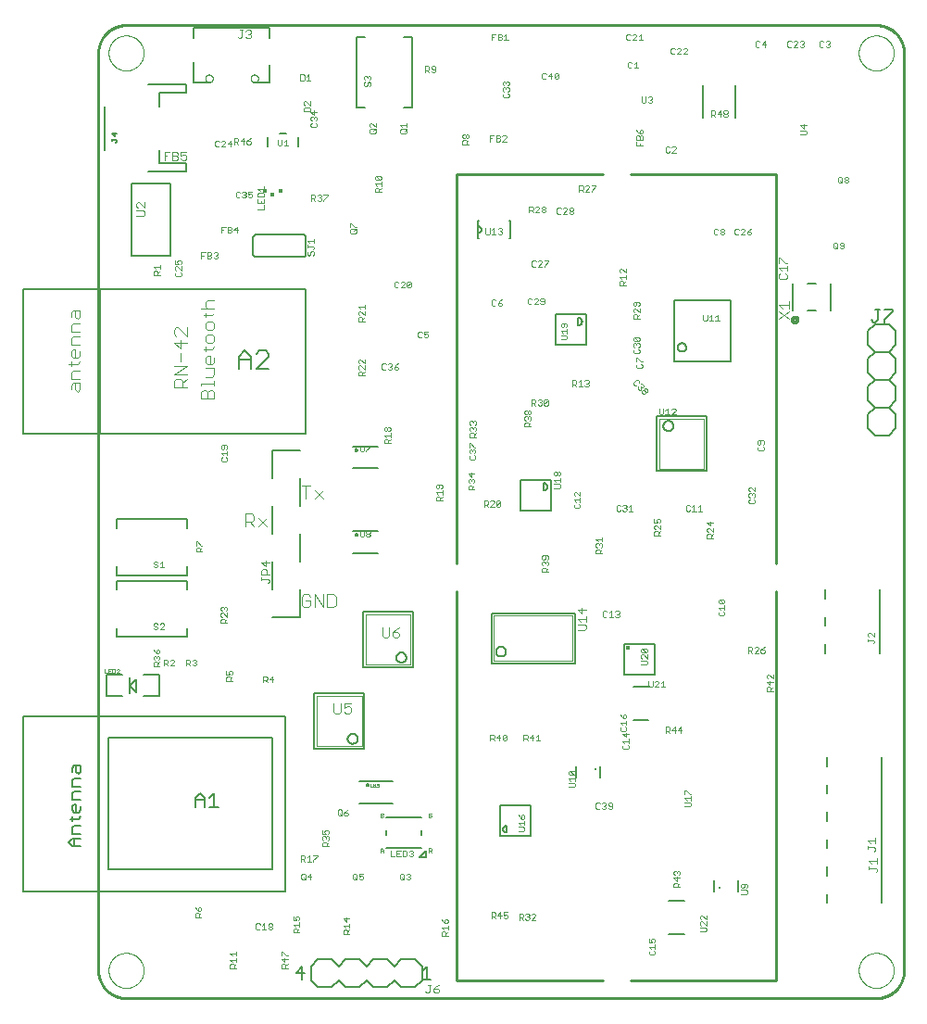
<source format=gto>
G75*
%MOIN*%
%OFA0B0*%
%FSLAX25Y25*%
%IPPOS*%
%LPD*%
%AMOC8*
5,1,8,0,0,1.08239X$1,22.5*
%
%ADD10C,0.00000*%
%ADD11C,0.01000*%
%ADD12C,0.00400*%
%ADD13C,0.00300*%
%ADD14C,0.00600*%
%ADD15C,0.00500*%
%ADD16C,0.00200*%
%ADD17C,0.00700*%
%ADD18C,0.00800*%
%ADD19C,0.00100*%
%ADD20C,0.01181*%
%ADD21R,0.01280X0.01673*%
%ADD22R,0.01378X0.01378*%
%ADD23C,0.01200*%
%ADD24C,0.01575*%
D10*
X0032132Y0012000D02*
X0032134Y0012158D01*
X0032140Y0012316D01*
X0032150Y0012474D01*
X0032164Y0012632D01*
X0032182Y0012789D01*
X0032203Y0012946D01*
X0032229Y0013102D01*
X0032259Y0013258D01*
X0032292Y0013413D01*
X0032330Y0013566D01*
X0032371Y0013719D01*
X0032416Y0013871D01*
X0032465Y0014022D01*
X0032518Y0014171D01*
X0032574Y0014319D01*
X0032634Y0014465D01*
X0032698Y0014610D01*
X0032766Y0014753D01*
X0032837Y0014895D01*
X0032911Y0015035D01*
X0032989Y0015172D01*
X0033071Y0015308D01*
X0033155Y0015442D01*
X0033244Y0015573D01*
X0033335Y0015702D01*
X0033430Y0015829D01*
X0033527Y0015954D01*
X0033628Y0016076D01*
X0033732Y0016195D01*
X0033839Y0016312D01*
X0033949Y0016426D01*
X0034062Y0016537D01*
X0034177Y0016646D01*
X0034295Y0016751D01*
X0034416Y0016853D01*
X0034539Y0016953D01*
X0034665Y0017049D01*
X0034793Y0017142D01*
X0034923Y0017232D01*
X0035056Y0017318D01*
X0035191Y0017402D01*
X0035327Y0017481D01*
X0035466Y0017558D01*
X0035607Y0017630D01*
X0035749Y0017700D01*
X0035893Y0017765D01*
X0036039Y0017827D01*
X0036186Y0017885D01*
X0036335Y0017940D01*
X0036485Y0017991D01*
X0036636Y0018038D01*
X0036788Y0018081D01*
X0036941Y0018120D01*
X0037096Y0018156D01*
X0037251Y0018187D01*
X0037407Y0018215D01*
X0037563Y0018239D01*
X0037720Y0018259D01*
X0037878Y0018275D01*
X0038035Y0018287D01*
X0038194Y0018295D01*
X0038352Y0018299D01*
X0038510Y0018299D01*
X0038668Y0018295D01*
X0038827Y0018287D01*
X0038984Y0018275D01*
X0039142Y0018259D01*
X0039299Y0018239D01*
X0039455Y0018215D01*
X0039611Y0018187D01*
X0039766Y0018156D01*
X0039921Y0018120D01*
X0040074Y0018081D01*
X0040226Y0018038D01*
X0040377Y0017991D01*
X0040527Y0017940D01*
X0040676Y0017885D01*
X0040823Y0017827D01*
X0040969Y0017765D01*
X0041113Y0017700D01*
X0041255Y0017630D01*
X0041396Y0017558D01*
X0041535Y0017481D01*
X0041671Y0017402D01*
X0041806Y0017318D01*
X0041939Y0017232D01*
X0042069Y0017142D01*
X0042197Y0017049D01*
X0042323Y0016953D01*
X0042446Y0016853D01*
X0042567Y0016751D01*
X0042685Y0016646D01*
X0042800Y0016537D01*
X0042913Y0016426D01*
X0043023Y0016312D01*
X0043130Y0016195D01*
X0043234Y0016076D01*
X0043335Y0015954D01*
X0043432Y0015829D01*
X0043527Y0015702D01*
X0043618Y0015573D01*
X0043707Y0015442D01*
X0043791Y0015308D01*
X0043873Y0015172D01*
X0043951Y0015035D01*
X0044025Y0014895D01*
X0044096Y0014753D01*
X0044164Y0014610D01*
X0044228Y0014465D01*
X0044288Y0014319D01*
X0044344Y0014171D01*
X0044397Y0014022D01*
X0044446Y0013871D01*
X0044491Y0013719D01*
X0044532Y0013566D01*
X0044570Y0013413D01*
X0044603Y0013258D01*
X0044633Y0013102D01*
X0044659Y0012946D01*
X0044680Y0012789D01*
X0044698Y0012632D01*
X0044712Y0012474D01*
X0044722Y0012316D01*
X0044728Y0012158D01*
X0044730Y0012000D01*
X0044728Y0011842D01*
X0044722Y0011684D01*
X0044712Y0011526D01*
X0044698Y0011368D01*
X0044680Y0011211D01*
X0044659Y0011054D01*
X0044633Y0010898D01*
X0044603Y0010742D01*
X0044570Y0010587D01*
X0044532Y0010434D01*
X0044491Y0010281D01*
X0044446Y0010129D01*
X0044397Y0009978D01*
X0044344Y0009829D01*
X0044288Y0009681D01*
X0044228Y0009535D01*
X0044164Y0009390D01*
X0044096Y0009247D01*
X0044025Y0009105D01*
X0043951Y0008965D01*
X0043873Y0008828D01*
X0043791Y0008692D01*
X0043707Y0008558D01*
X0043618Y0008427D01*
X0043527Y0008298D01*
X0043432Y0008171D01*
X0043335Y0008046D01*
X0043234Y0007924D01*
X0043130Y0007805D01*
X0043023Y0007688D01*
X0042913Y0007574D01*
X0042800Y0007463D01*
X0042685Y0007354D01*
X0042567Y0007249D01*
X0042446Y0007147D01*
X0042323Y0007047D01*
X0042197Y0006951D01*
X0042069Y0006858D01*
X0041939Y0006768D01*
X0041806Y0006682D01*
X0041671Y0006598D01*
X0041535Y0006519D01*
X0041396Y0006442D01*
X0041255Y0006370D01*
X0041113Y0006300D01*
X0040969Y0006235D01*
X0040823Y0006173D01*
X0040676Y0006115D01*
X0040527Y0006060D01*
X0040377Y0006009D01*
X0040226Y0005962D01*
X0040074Y0005919D01*
X0039921Y0005880D01*
X0039766Y0005844D01*
X0039611Y0005813D01*
X0039455Y0005785D01*
X0039299Y0005761D01*
X0039142Y0005741D01*
X0038984Y0005725D01*
X0038827Y0005713D01*
X0038668Y0005705D01*
X0038510Y0005701D01*
X0038352Y0005701D01*
X0038194Y0005705D01*
X0038035Y0005713D01*
X0037878Y0005725D01*
X0037720Y0005741D01*
X0037563Y0005761D01*
X0037407Y0005785D01*
X0037251Y0005813D01*
X0037096Y0005844D01*
X0036941Y0005880D01*
X0036788Y0005919D01*
X0036636Y0005962D01*
X0036485Y0006009D01*
X0036335Y0006060D01*
X0036186Y0006115D01*
X0036039Y0006173D01*
X0035893Y0006235D01*
X0035749Y0006300D01*
X0035607Y0006370D01*
X0035466Y0006442D01*
X0035327Y0006519D01*
X0035191Y0006598D01*
X0035056Y0006682D01*
X0034923Y0006768D01*
X0034793Y0006858D01*
X0034665Y0006951D01*
X0034539Y0007047D01*
X0034416Y0007147D01*
X0034295Y0007249D01*
X0034177Y0007354D01*
X0034062Y0007463D01*
X0033949Y0007574D01*
X0033839Y0007688D01*
X0033732Y0007805D01*
X0033628Y0007924D01*
X0033527Y0008046D01*
X0033430Y0008171D01*
X0033335Y0008298D01*
X0033244Y0008427D01*
X0033155Y0008558D01*
X0033071Y0008692D01*
X0032989Y0008828D01*
X0032911Y0008965D01*
X0032837Y0009105D01*
X0032766Y0009247D01*
X0032698Y0009390D01*
X0032634Y0009535D01*
X0032574Y0009681D01*
X0032518Y0009829D01*
X0032465Y0009978D01*
X0032416Y0010129D01*
X0032371Y0010281D01*
X0032330Y0010434D01*
X0032292Y0010587D01*
X0032259Y0010742D01*
X0032229Y0010898D01*
X0032203Y0011054D01*
X0032182Y0011211D01*
X0032164Y0011368D01*
X0032150Y0011526D01*
X0032140Y0011684D01*
X0032134Y0011842D01*
X0032132Y0012000D01*
X0302132Y0012000D02*
X0302134Y0012158D01*
X0302140Y0012316D01*
X0302150Y0012474D01*
X0302164Y0012632D01*
X0302182Y0012789D01*
X0302203Y0012946D01*
X0302229Y0013102D01*
X0302259Y0013258D01*
X0302292Y0013413D01*
X0302330Y0013566D01*
X0302371Y0013719D01*
X0302416Y0013871D01*
X0302465Y0014022D01*
X0302518Y0014171D01*
X0302574Y0014319D01*
X0302634Y0014465D01*
X0302698Y0014610D01*
X0302766Y0014753D01*
X0302837Y0014895D01*
X0302911Y0015035D01*
X0302989Y0015172D01*
X0303071Y0015308D01*
X0303155Y0015442D01*
X0303244Y0015573D01*
X0303335Y0015702D01*
X0303430Y0015829D01*
X0303527Y0015954D01*
X0303628Y0016076D01*
X0303732Y0016195D01*
X0303839Y0016312D01*
X0303949Y0016426D01*
X0304062Y0016537D01*
X0304177Y0016646D01*
X0304295Y0016751D01*
X0304416Y0016853D01*
X0304539Y0016953D01*
X0304665Y0017049D01*
X0304793Y0017142D01*
X0304923Y0017232D01*
X0305056Y0017318D01*
X0305191Y0017402D01*
X0305327Y0017481D01*
X0305466Y0017558D01*
X0305607Y0017630D01*
X0305749Y0017700D01*
X0305893Y0017765D01*
X0306039Y0017827D01*
X0306186Y0017885D01*
X0306335Y0017940D01*
X0306485Y0017991D01*
X0306636Y0018038D01*
X0306788Y0018081D01*
X0306941Y0018120D01*
X0307096Y0018156D01*
X0307251Y0018187D01*
X0307407Y0018215D01*
X0307563Y0018239D01*
X0307720Y0018259D01*
X0307878Y0018275D01*
X0308035Y0018287D01*
X0308194Y0018295D01*
X0308352Y0018299D01*
X0308510Y0018299D01*
X0308668Y0018295D01*
X0308827Y0018287D01*
X0308984Y0018275D01*
X0309142Y0018259D01*
X0309299Y0018239D01*
X0309455Y0018215D01*
X0309611Y0018187D01*
X0309766Y0018156D01*
X0309921Y0018120D01*
X0310074Y0018081D01*
X0310226Y0018038D01*
X0310377Y0017991D01*
X0310527Y0017940D01*
X0310676Y0017885D01*
X0310823Y0017827D01*
X0310969Y0017765D01*
X0311113Y0017700D01*
X0311255Y0017630D01*
X0311396Y0017558D01*
X0311535Y0017481D01*
X0311671Y0017402D01*
X0311806Y0017318D01*
X0311939Y0017232D01*
X0312069Y0017142D01*
X0312197Y0017049D01*
X0312323Y0016953D01*
X0312446Y0016853D01*
X0312567Y0016751D01*
X0312685Y0016646D01*
X0312800Y0016537D01*
X0312913Y0016426D01*
X0313023Y0016312D01*
X0313130Y0016195D01*
X0313234Y0016076D01*
X0313335Y0015954D01*
X0313432Y0015829D01*
X0313527Y0015702D01*
X0313618Y0015573D01*
X0313707Y0015442D01*
X0313791Y0015308D01*
X0313873Y0015172D01*
X0313951Y0015035D01*
X0314025Y0014895D01*
X0314096Y0014753D01*
X0314164Y0014610D01*
X0314228Y0014465D01*
X0314288Y0014319D01*
X0314344Y0014171D01*
X0314397Y0014022D01*
X0314446Y0013871D01*
X0314491Y0013719D01*
X0314532Y0013566D01*
X0314570Y0013413D01*
X0314603Y0013258D01*
X0314633Y0013102D01*
X0314659Y0012946D01*
X0314680Y0012789D01*
X0314698Y0012632D01*
X0314712Y0012474D01*
X0314722Y0012316D01*
X0314728Y0012158D01*
X0314730Y0012000D01*
X0314728Y0011842D01*
X0314722Y0011684D01*
X0314712Y0011526D01*
X0314698Y0011368D01*
X0314680Y0011211D01*
X0314659Y0011054D01*
X0314633Y0010898D01*
X0314603Y0010742D01*
X0314570Y0010587D01*
X0314532Y0010434D01*
X0314491Y0010281D01*
X0314446Y0010129D01*
X0314397Y0009978D01*
X0314344Y0009829D01*
X0314288Y0009681D01*
X0314228Y0009535D01*
X0314164Y0009390D01*
X0314096Y0009247D01*
X0314025Y0009105D01*
X0313951Y0008965D01*
X0313873Y0008828D01*
X0313791Y0008692D01*
X0313707Y0008558D01*
X0313618Y0008427D01*
X0313527Y0008298D01*
X0313432Y0008171D01*
X0313335Y0008046D01*
X0313234Y0007924D01*
X0313130Y0007805D01*
X0313023Y0007688D01*
X0312913Y0007574D01*
X0312800Y0007463D01*
X0312685Y0007354D01*
X0312567Y0007249D01*
X0312446Y0007147D01*
X0312323Y0007047D01*
X0312197Y0006951D01*
X0312069Y0006858D01*
X0311939Y0006768D01*
X0311806Y0006682D01*
X0311671Y0006598D01*
X0311535Y0006519D01*
X0311396Y0006442D01*
X0311255Y0006370D01*
X0311113Y0006300D01*
X0310969Y0006235D01*
X0310823Y0006173D01*
X0310676Y0006115D01*
X0310527Y0006060D01*
X0310377Y0006009D01*
X0310226Y0005962D01*
X0310074Y0005919D01*
X0309921Y0005880D01*
X0309766Y0005844D01*
X0309611Y0005813D01*
X0309455Y0005785D01*
X0309299Y0005761D01*
X0309142Y0005741D01*
X0308984Y0005725D01*
X0308827Y0005713D01*
X0308668Y0005705D01*
X0308510Y0005701D01*
X0308352Y0005701D01*
X0308194Y0005705D01*
X0308035Y0005713D01*
X0307878Y0005725D01*
X0307720Y0005741D01*
X0307563Y0005761D01*
X0307407Y0005785D01*
X0307251Y0005813D01*
X0307096Y0005844D01*
X0306941Y0005880D01*
X0306788Y0005919D01*
X0306636Y0005962D01*
X0306485Y0006009D01*
X0306335Y0006060D01*
X0306186Y0006115D01*
X0306039Y0006173D01*
X0305893Y0006235D01*
X0305749Y0006300D01*
X0305607Y0006370D01*
X0305466Y0006442D01*
X0305327Y0006519D01*
X0305191Y0006598D01*
X0305056Y0006682D01*
X0304923Y0006768D01*
X0304793Y0006858D01*
X0304665Y0006951D01*
X0304539Y0007047D01*
X0304416Y0007147D01*
X0304295Y0007249D01*
X0304177Y0007354D01*
X0304062Y0007463D01*
X0303949Y0007574D01*
X0303839Y0007688D01*
X0303732Y0007805D01*
X0303628Y0007924D01*
X0303527Y0008046D01*
X0303430Y0008171D01*
X0303335Y0008298D01*
X0303244Y0008427D01*
X0303155Y0008558D01*
X0303071Y0008692D01*
X0302989Y0008828D01*
X0302911Y0008965D01*
X0302837Y0009105D01*
X0302766Y0009247D01*
X0302698Y0009390D01*
X0302634Y0009535D01*
X0302574Y0009681D01*
X0302518Y0009829D01*
X0302465Y0009978D01*
X0302416Y0010129D01*
X0302371Y0010281D01*
X0302330Y0010434D01*
X0302292Y0010587D01*
X0302259Y0010742D01*
X0302229Y0010898D01*
X0302203Y0011054D01*
X0302182Y0011211D01*
X0302164Y0011368D01*
X0302150Y0011526D01*
X0302140Y0011684D01*
X0302134Y0011842D01*
X0302132Y0012000D01*
X0083222Y0332854D02*
X0083224Y0332928D01*
X0083230Y0333002D01*
X0083240Y0333075D01*
X0083254Y0333148D01*
X0083271Y0333220D01*
X0083293Y0333290D01*
X0083318Y0333360D01*
X0083347Y0333428D01*
X0083380Y0333494D01*
X0083416Y0333559D01*
X0083456Y0333621D01*
X0083498Y0333682D01*
X0083544Y0333740D01*
X0083593Y0333795D01*
X0083645Y0333848D01*
X0083700Y0333898D01*
X0083757Y0333944D01*
X0083817Y0333988D01*
X0083879Y0334028D01*
X0083943Y0334065D01*
X0084009Y0334099D01*
X0084077Y0334129D01*
X0084146Y0334155D01*
X0084217Y0334178D01*
X0084288Y0334196D01*
X0084361Y0334211D01*
X0084434Y0334222D01*
X0084508Y0334229D01*
X0084582Y0334232D01*
X0084655Y0334231D01*
X0084729Y0334226D01*
X0084803Y0334217D01*
X0084876Y0334204D01*
X0084948Y0334187D01*
X0085019Y0334167D01*
X0085089Y0334142D01*
X0085157Y0334114D01*
X0085224Y0334083D01*
X0085289Y0334047D01*
X0085352Y0334009D01*
X0085413Y0333967D01*
X0085472Y0333921D01*
X0085528Y0333873D01*
X0085581Y0333822D01*
X0085631Y0333768D01*
X0085679Y0333711D01*
X0085723Y0333652D01*
X0085765Y0333590D01*
X0085803Y0333527D01*
X0085837Y0333461D01*
X0085868Y0333394D01*
X0085895Y0333325D01*
X0085918Y0333255D01*
X0085938Y0333184D01*
X0085954Y0333111D01*
X0085966Y0333038D01*
X0085974Y0332965D01*
X0085978Y0332891D01*
X0085978Y0332817D01*
X0085974Y0332743D01*
X0085966Y0332670D01*
X0085954Y0332597D01*
X0085938Y0332524D01*
X0085918Y0332453D01*
X0085895Y0332383D01*
X0085868Y0332314D01*
X0085837Y0332247D01*
X0085803Y0332181D01*
X0085765Y0332118D01*
X0085723Y0332056D01*
X0085679Y0331997D01*
X0085631Y0331940D01*
X0085581Y0331886D01*
X0085528Y0331835D01*
X0085472Y0331787D01*
X0085413Y0331741D01*
X0085352Y0331699D01*
X0085289Y0331661D01*
X0085224Y0331625D01*
X0085157Y0331594D01*
X0085089Y0331566D01*
X0085019Y0331541D01*
X0084948Y0331521D01*
X0084876Y0331504D01*
X0084803Y0331491D01*
X0084729Y0331482D01*
X0084655Y0331477D01*
X0084582Y0331476D01*
X0084508Y0331479D01*
X0084434Y0331486D01*
X0084361Y0331497D01*
X0084288Y0331512D01*
X0084217Y0331530D01*
X0084146Y0331553D01*
X0084077Y0331579D01*
X0084009Y0331609D01*
X0083943Y0331643D01*
X0083879Y0331680D01*
X0083817Y0331720D01*
X0083757Y0331764D01*
X0083700Y0331810D01*
X0083645Y0331860D01*
X0083593Y0331913D01*
X0083544Y0331968D01*
X0083498Y0332026D01*
X0083456Y0332087D01*
X0083416Y0332149D01*
X0083380Y0332214D01*
X0083347Y0332280D01*
X0083318Y0332348D01*
X0083293Y0332418D01*
X0083271Y0332488D01*
X0083254Y0332560D01*
X0083240Y0332633D01*
X0083230Y0332706D01*
X0083224Y0332780D01*
X0083222Y0332854D01*
X0066884Y0332854D02*
X0066886Y0332928D01*
X0066892Y0333002D01*
X0066902Y0333075D01*
X0066916Y0333148D01*
X0066933Y0333220D01*
X0066955Y0333290D01*
X0066980Y0333360D01*
X0067009Y0333428D01*
X0067042Y0333494D01*
X0067078Y0333559D01*
X0067118Y0333621D01*
X0067160Y0333682D01*
X0067206Y0333740D01*
X0067255Y0333795D01*
X0067307Y0333848D01*
X0067362Y0333898D01*
X0067419Y0333944D01*
X0067479Y0333988D01*
X0067541Y0334028D01*
X0067605Y0334065D01*
X0067671Y0334099D01*
X0067739Y0334129D01*
X0067808Y0334155D01*
X0067879Y0334178D01*
X0067950Y0334196D01*
X0068023Y0334211D01*
X0068096Y0334222D01*
X0068170Y0334229D01*
X0068244Y0334232D01*
X0068317Y0334231D01*
X0068391Y0334226D01*
X0068465Y0334217D01*
X0068538Y0334204D01*
X0068610Y0334187D01*
X0068681Y0334167D01*
X0068751Y0334142D01*
X0068819Y0334114D01*
X0068886Y0334083D01*
X0068951Y0334047D01*
X0069014Y0334009D01*
X0069075Y0333967D01*
X0069134Y0333921D01*
X0069190Y0333873D01*
X0069243Y0333822D01*
X0069293Y0333768D01*
X0069341Y0333711D01*
X0069385Y0333652D01*
X0069427Y0333590D01*
X0069465Y0333527D01*
X0069499Y0333461D01*
X0069530Y0333394D01*
X0069557Y0333325D01*
X0069580Y0333255D01*
X0069600Y0333184D01*
X0069616Y0333111D01*
X0069628Y0333038D01*
X0069636Y0332965D01*
X0069640Y0332891D01*
X0069640Y0332817D01*
X0069636Y0332743D01*
X0069628Y0332670D01*
X0069616Y0332597D01*
X0069600Y0332524D01*
X0069580Y0332453D01*
X0069557Y0332383D01*
X0069530Y0332314D01*
X0069499Y0332247D01*
X0069465Y0332181D01*
X0069427Y0332118D01*
X0069385Y0332056D01*
X0069341Y0331997D01*
X0069293Y0331940D01*
X0069243Y0331886D01*
X0069190Y0331835D01*
X0069134Y0331787D01*
X0069075Y0331741D01*
X0069014Y0331699D01*
X0068951Y0331661D01*
X0068886Y0331625D01*
X0068819Y0331594D01*
X0068751Y0331566D01*
X0068681Y0331541D01*
X0068610Y0331521D01*
X0068538Y0331504D01*
X0068465Y0331491D01*
X0068391Y0331482D01*
X0068317Y0331477D01*
X0068244Y0331476D01*
X0068170Y0331479D01*
X0068096Y0331486D01*
X0068023Y0331497D01*
X0067950Y0331512D01*
X0067879Y0331530D01*
X0067808Y0331553D01*
X0067739Y0331579D01*
X0067671Y0331609D01*
X0067605Y0331643D01*
X0067541Y0331680D01*
X0067479Y0331720D01*
X0067419Y0331764D01*
X0067362Y0331810D01*
X0067307Y0331860D01*
X0067255Y0331913D01*
X0067206Y0331968D01*
X0067160Y0332026D01*
X0067118Y0332087D01*
X0067078Y0332149D01*
X0067042Y0332214D01*
X0067009Y0332280D01*
X0066980Y0332348D01*
X0066955Y0332418D01*
X0066933Y0332488D01*
X0066916Y0332560D01*
X0066902Y0332633D01*
X0066892Y0332706D01*
X0066886Y0332780D01*
X0066884Y0332854D01*
X0032132Y0342000D02*
X0032134Y0342158D01*
X0032140Y0342316D01*
X0032150Y0342474D01*
X0032164Y0342632D01*
X0032182Y0342789D01*
X0032203Y0342946D01*
X0032229Y0343102D01*
X0032259Y0343258D01*
X0032292Y0343413D01*
X0032330Y0343566D01*
X0032371Y0343719D01*
X0032416Y0343871D01*
X0032465Y0344022D01*
X0032518Y0344171D01*
X0032574Y0344319D01*
X0032634Y0344465D01*
X0032698Y0344610D01*
X0032766Y0344753D01*
X0032837Y0344895D01*
X0032911Y0345035D01*
X0032989Y0345172D01*
X0033071Y0345308D01*
X0033155Y0345442D01*
X0033244Y0345573D01*
X0033335Y0345702D01*
X0033430Y0345829D01*
X0033527Y0345954D01*
X0033628Y0346076D01*
X0033732Y0346195D01*
X0033839Y0346312D01*
X0033949Y0346426D01*
X0034062Y0346537D01*
X0034177Y0346646D01*
X0034295Y0346751D01*
X0034416Y0346853D01*
X0034539Y0346953D01*
X0034665Y0347049D01*
X0034793Y0347142D01*
X0034923Y0347232D01*
X0035056Y0347318D01*
X0035191Y0347402D01*
X0035327Y0347481D01*
X0035466Y0347558D01*
X0035607Y0347630D01*
X0035749Y0347700D01*
X0035893Y0347765D01*
X0036039Y0347827D01*
X0036186Y0347885D01*
X0036335Y0347940D01*
X0036485Y0347991D01*
X0036636Y0348038D01*
X0036788Y0348081D01*
X0036941Y0348120D01*
X0037096Y0348156D01*
X0037251Y0348187D01*
X0037407Y0348215D01*
X0037563Y0348239D01*
X0037720Y0348259D01*
X0037878Y0348275D01*
X0038035Y0348287D01*
X0038194Y0348295D01*
X0038352Y0348299D01*
X0038510Y0348299D01*
X0038668Y0348295D01*
X0038827Y0348287D01*
X0038984Y0348275D01*
X0039142Y0348259D01*
X0039299Y0348239D01*
X0039455Y0348215D01*
X0039611Y0348187D01*
X0039766Y0348156D01*
X0039921Y0348120D01*
X0040074Y0348081D01*
X0040226Y0348038D01*
X0040377Y0347991D01*
X0040527Y0347940D01*
X0040676Y0347885D01*
X0040823Y0347827D01*
X0040969Y0347765D01*
X0041113Y0347700D01*
X0041255Y0347630D01*
X0041396Y0347558D01*
X0041535Y0347481D01*
X0041671Y0347402D01*
X0041806Y0347318D01*
X0041939Y0347232D01*
X0042069Y0347142D01*
X0042197Y0347049D01*
X0042323Y0346953D01*
X0042446Y0346853D01*
X0042567Y0346751D01*
X0042685Y0346646D01*
X0042800Y0346537D01*
X0042913Y0346426D01*
X0043023Y0346312D01*
X0043130Y0346195D01*
X0043234Y0346076D01*
X0043335Y0345954D01*
X0043432Y0345829D01*
X0043527Y0345702D01*
X0043618Y0345573D01*
X0043707Y0345442D01*
X0043791Y0345308D01*
X0043873Y0345172D01*
X0043951Y0345035D01*
X0044025Y0344895D01*
X0044096Y0344753D01*
X0044164Y0344610D01*
X0044228Y0344465D01*
X0044288Y0344319D01*
X0044344Y0344171D01*
X0044397Y0344022D01*
X0044446Y0343871D01*
X0044491Y0343719D01*
X0044532Y0343566D01*
X0044570Y0343413D01*
X0044603Y0343258D01*
X0044633Y0343102D01*
X0044659Y0342946D01*
X0044680Y0342789D01*
X0044698Y0342632D01*
X0044712Y0342474D01*
X0044722Y0342316D01*
X0044728Y0342158D01*
X0044730Y0342000D01*
X0044728Y0341842D01*
X0044722Y0341684D01*
X0044712Y0341526D01*
X0044698Y0341368D01*
X0044680Y0341211D01*
X0044659Y0341054D01*
X0044633Y0340898D01*
X0044603Y0340742D01*
X0044570Y0340587D01*
X0044532Y0340434D01*
X0044491Y0340281D01*
X0044446Y0340129D01*
X0044397Y0339978D01*
X0044344Y0339829D01*
X0044288Y0339681D01*
X0044228Y0339535D01*
X0044164Y0339390D01*
X0044096Y0339247D01*
X0044025Y0339105D01*
X0043951Y0338965D01*
X0043873Y0338828D01*
X0043791Y0338692D01*
X0043707Y0338558D01*
X0043618Y0338427D01*
X0043527Y0338298D01*
X0043432Y0338171D01*
X0043335Y0338046D01*
X0043234Y0337924D01*
X0043130Y0337805D01*
X0043023Y0337688D01*
X0042913Y0337574D01*
X0042800Y0337463D01*
X0042685Y0337354D01*
X0042567Y0337249D01*
X0042446Y0337147D01*
X0042323Y0337047D01*
X0042197Y0336951D01*
X0042069Y0336858D01*
X0041939Y0336768D01*
X0041806Y0336682D01*
X0041671Y0336598D01*
X0041535Y0336519D01*
X0041396Y0336442D01*
X0041255Y0336370D01*
X0041113Y0336300D01*
X0040969Y0336235D01*
X0040823Y0336173D01*
X0040676Y0336115D01*
X0040527Y0336060D01*
X0040377Y0336009D01*
X0040226Y0335962D01*
X0040074Y0335919D01*
X0039921Y0335880D01*
X0039766Y0335844D01*
X0039611Y0335813D01*
X0039455Y0335785D01*
X0039299Y0335761D01*
X0039142Y0335741D01*
X0038984Y0335725D01*
X0038827Y0335713D01*
X0038668Y0335705D01*
X0038510Y0335701D01*
X0038352Y0335701D01*
X0038194Y0335705D01*
X0038035Y0335713D01*
X0037878Y0335725D01*
X0037720Y0335741D01*
X0037563Y0335761D01*
X0037407Y0335785D01*
X0037251Y0335813D01*
X0037096Y0335844D01*
X0036941Y0335880D01*
X0036788Y0335919D01*
X0036636Y0335962D01*
X0036485Y0336009D01*
X0036335Y0336060D01*
X0036186Y0336115D01*
X0036039Y0336173D01*
X0035893Y0336235D01*
X0035749Y0336300D01*
X0035607Y0336370D01*
X0035466Y0336442D01*
X0035327Y0336519D01*
X0035191Y0336598D01*
X0035056Y0336682D01*
X0034923Y0336768D01*
X0034793Y0336858D01*
X0034665Y0336951D01*
X0034539Y0337047D01*
X0034416Y0337147D01*
X0034295Y0337249D01*
X0034177Y0337354D01*
X0034062Y0337463D01*
X0033949Y0337574D01*
X0033839Y0337688D01*
X0033732Y0337805D01*
X0033628Y0337924D01*
X0033527Y0338046D01*
X0033430Y0338171D01*
X0033335Y0338298D01*
X0033244Y0338427D01*
X0033155Y0338558D01*
X0033071Y0338692D01*
X0032989Y0338828D01*
X0032911Y0338965D01*
X0032837Y0339105D01*
X0032766Y0339247D01*
X0032698Y0339390D01*
X0032634Y0339535D01*
X0032574Y0339681D01*
X0032518Y0339829D01*
X0032465Y0339978D01*
X0032416Y0340129D01*
X0032371Y0340281D01*
X0032330Y0340434D01*
X0032292Y0340587D01*
X0032259Y0340742D01*
X0032229Y0340898D01*
X0032203Y0341054D01*
X0032182Y0341211D01*
X0032164Y0341368D01*
X0032150Y0341526D01*
X0032140Y0341684D01*
X0032134Y0341842D01*
X0032132Y0342000D01*
X0302132Y0342000D02*
X0302134Y0342158D01*
X0302140Y0342316D01*
X0302150Y0342474D01*
X0302164Y0342632D01*
X0302182Y0342789D01*
X0302203Y0342946D01*
X0302229Y0343102D01*
X0302259Y0343258D01*
X0302292Y0343413D01*
X0302330Y0343566D01*
X0302371Y0343719D01*
X0302416Y0343871D01*
X0302465Y0344022D01*
X0302518Y0344171D01*
X0302574Y0344319D01*
X0302634Y0344465D01*
X0302698Y0344610D01*
X0302766Y0344753D01*
X0302837Y0344895D01*
X0302911Y0345035D01*
X0302989Y0345172D01*
X0303071Y0345308D01*
X0303155Y0345442D01*
X0303244Y0345573D01*
X0303335Y0345702D01*
X0303430Y0345829D01*
X0303527Y0345954D01*
X0303628Y0346076D01*
X0303732Y0346195D01*
X0303839Y0346312D01*
X0303949Y0346426D01*
X0304062Y0346537D01*
X0304177Y0346646D01*
X0304295Y0346751D01*
X0304416Y0346853D01*
X0304539Y0346953D01*
X0304665Y0347049D01*
X0304793Y0347142D01*
X0304923Y0347232D01*
X0305056Y0347318D01*
X0305191Y0347402D01*
X0305327Y0347481D01*
X0305466Y0347558D01*
X0305607Y0347630D01*
X0305749Y0347700D01*
X0305893Y0347765D01*
X0306039Y0347827D01*
X0306186Y0347885D01*
X0306335Y0347940D01*
X0306485Y0347991D01*
X0306636Y0348038D01*
X0306788Y0348081D01*
X0306941Y0348120D01*
X0307096Y0348156D01*
X0307251Y0348187D01*
X0307407Y0348215D01*
X0307563Y0348239D01*
X0307720Y0348259D01*
X0307878Y0348275D01*
X0308035Y0348287D01*
X0308194Y0348295D01*
X0308352Y0348299D01*
X0308510Y0348299D01*
X0308668Y0348295D01*
X0308827Y0348287D01*
X0308984Y0348275D01*
X0309142Y0348259D01*
X0309299Y0348239D01*
X0309455Y0348215D01*
X0309611Y0348187D01*
X0309766Y0348156D01*
X0309921Y0348120D01*
X0310074Y0348081D01*
X0310226Y0348038D01*
X0310377Y0347991D01*
X0310527Y0347940D01*
X0310676Y0347885D01*
X0310823Y0347827D01*
X0310969Y0347765D01*
X0311113Y0347700D01*
X0311255Y0347630D01*
X0311396Y0347558D01*
X0311535Y0347481D01*
X0311671Y0347402D01*
X0311806Y0347318D01*
X0311939Y0347232D01*
X0312069Y0347142D01*
X0312197Y0347049D01*
X0312323Y0346953D01*
X0312446Y0346853D01*
X0312567Y0346751D01*
X0312685Y0346646D01*
X0312800Y0346537D01*
X0312913Y0346426D01*
X0313023Y0346312D01*
X0313130Y0346195D01*
X0313234Y0346076D01*
X0313335Y0345954D01*
X0313432Y0345829D01*
X0313527Y0345702D01*
X0313618Y0345573D01*
X0313707Y0345442D01*
X0313791Y0345308D01*
X0313873Y0345172D01*
X0313951Y0345035D01*
X0314025Y0344895D01*
X0314096Y0344753D01*
X0314164Y0344610D01*
X0314228Y0344465D01*
X0314288Y0344319D01*
X0314344Y0344171D01*
X0314397Y0344022D01*
X0314446Y0343871D01*
X0314491Y0343719D01*
X0314532Y0343566D01*
X0314570Y0343413D01*
X0314603Y0343258D01*
X0314633Y0343102D01*
X0314659Y0342946D01*
X0314680Y0342789D01*
X0314698Y0342632D01*
X0314712Y0342474D01*
X0314722Y0342316D01*
X0314728Y0342158D01*
X0314730Y0342000D01*
X0314728Y0341842D01*
X0314722Y0341684D01*
X0314712Y0341526D01*
X0314698Y0341368D01*
X0314680Y0341211D01*
X0314659Y0341054D01*
X0314633Y0340898D01*
X0314603Y0340742D01*
X0314570Y0340587D01*
X0314532Y0340434D01*
X0314491Y0340281D01*
X0314446Y0340129D01*
X0314397Y0339978D01*
X0314344Y0339829D01*
X0314288Y0339681D01*
X0314228Y0339535D01*
X0314164Y0339390D01*
X0314096Y0339247D01*
X0314025Y0339105D01*
X0313951Y0338965D01*
X0313873Y0338828D01*
X0313791Y0338692D01*
X0313707Y0338558D01*
X0313618Y0338427D01*
X0313527Y0338298D01*
X0313432Y0338171D01*
X0313335Y0338046D01*
X0313234Y0337924D01*
X0313130Y0337805D01*
X0313023Y0337688D01*
X0312913Y0337574D01*
X0312800Y0337463D01*
X0312685Y0337354D01*
X0312567Y0337249D01*
X0312446Y0337147D01*
X0312323Y0337047D01*
X0312197Y0336951D01*
X0312069Y0336858D01*
X0311939Y0336768D01*
X0311806Y0336682D01*
X0311671Y0336598D01*
X0311535Y0336519D01*
X0311396Y0336442D01*
X0311255Y0336370D01*
X0311113Y0336300D01*
X0310969Y0336235D01*
X0310823Y0336173D01*
X0310676Y0336115D01*
X0310527Y0336060D01*
X0310377Y0336009D01*
X0310226Y0335962D01*
X0310074Y0335919D01*
X0309921Y0335880D01*
X0309766Y0335844D01*
X0309611Y0335813D01*
X0309455Y0335785D01*
X0309299Y0335761D01*
X0309142Y0335741D01*
X0308984Y0335725D01*
X0308827Y0335713D01*
X0308668Y0335705D01*
X0308510Y0335701D01*
X0308352Y0335701D01*
X0308194Y0335705D01*
X0308035Y0335713D01*
X0307878Y0335725D01*
X0307720Y0335741D01*
X0307563Y0335761D01*
X0307407Y0335785D01*
X0307251Y0335813D01*
X0307096Y0335844D01*
X0306941Y0335880D01*
X0306788Y0335919D01*
X0306636Y0335962D01*
X0306485Y0336009D01*
X0306335Y0336060D01*
X0306186Y0336115D01*
X0306039Y0336173D01*
X0305893Y0336235D01*
X0305749Y0336300D01*
X0305607Y0336370D01*
X0305466Y0336442D01*
X0305327Y0336519D01*
X0305191Y0336598D01*
X0305056Y0336682D01*
X0304923Y0336768D01*
X0304793Y0336858D01*
X0304665Y0336951D01*
X0304539Y0337047D01*
X0304416Y0337147D01*
X0304295Y0337249D01*
X0304177Y0337354D01*
X0304062Y0337463D01*
X0303949Y0337574D01*
X0303839Y0337688D01*
X0303732Y0337805D01*
X0303628Y0337924D01*
X0303527Y0338046D01*
X0303430Y0338171D01*
X0303335Y0338298D01*
X0303244Y0338427D01*
X0303155Y0338558D01*
X0303071Y0338692D01*
X0302989Y0338828D01*
X0302911Y0338965D01*
X0302837Y0339105D01*
X0302766Y0339247D01*
X0302698Y0339390D01*
X0302634Y0339535D01*
X0302574Y0339681D01*
X0302518Y0339829D01*
X0302465Y0339978D01*
X0302416Y0340129D01*
X0302371Y0340281D01*
X0302330Y0340434D01*
X0302292Y0340587D01*
X0302259Y0340742D01*
X0302229Y0340898D01*
X0302203Y0341054D01*
X0302182Y0341211D01*
X0302164Y0341368D01*
X0302150Y0341526D01*
X0302140Y0341684D01*
X0302134Y0341842D01*
X0302132Y0342000D01*
D11*
X0028431Y0342000D02*
X0028431Y0012000D01*
X0028434Y0011758D01*
X0028443Y0011517D01*
X0028457Y0011276D01*
X0028478Y0011035D01*
X0028504Y0010795D01*
X0028536Y0010555D01*
X0028574Y0010316D01*
X0028617Y0010079D01*
X0028667Y0009842D01*
X0028722Y0009607D01*
X0028782Y0009373D01*
X0028849Y0009141D01*
X0028920Y0008910D01*
X0028998Y0008681D01*
X0029081Y0008454D01*
X0029169Y0008229D01*
X0029263Y0008006D01*
X0029362Y0007786D01*
X0029467Y0007568D01*
X0029576Y0007353D01*
X0029691Y0007140D01*
X0029811Y0006930D01*
X0029936Y0006724D01*
X0030066Y0006520D01*
X0030201Y0006319D01*
X0030341Y0006122D01*
X0030485Y0005928D01*
X0030634Y0005738D01*
X0030788Y0005552D01*
X0030946Y0005369D01*
X0031108Y0005190D01*
X0031275Y0005015D01*
X0031446Y0004844D01*
X0031621Y0004677D01*
X0031800Y0004515D01*
X0031983Y0004357D01*
X0032169Y0004203D01*
X0032359Y0004054D01*
X0032553Y0003910D01*
X0032750Y0003770D01*
X0032951Y0003635D01*
X0033155Y0003505D01*
X0033361Y0003380D01*
X0033571Y0003260D01*
X0033784Y0003145D01*
X0033999Y0003036D01*
X0034217Y0002931D01*
X0034437Y0002832D01*
X0034660Y0002738D01*
X0034885Y0002650D01*
X0035112Y0002567D01*
X0035341Y0002489D01*
X0035572Y0002418D01*
X0035804Y0002351D01*
X0036038Y0002291D01*
X0036273Y0002236D01*
X0036510Y0002186D01*
X0036747Y0002143D01*
X0036986Y0002105D01*
X0037226Y0002073D01*
X0037466Y0002047D01*
X0037707Y0002026D01*
X0037948Y0002012D01*
X0038189Y0002003D01*
X0038431Y0002000D01*
X0308431Y0002000D01*
X0308673Y0002003D01*
X0308914Y0002012D01*
X0309155Y0002026D01*
X0309396Y0002047D01*
X0309636Y0002073D01*
X0309876Y0002105D01*
X0310115Y0002143D01*
X0310352Y0002186D01*
X0310589Y0002236D01*
X0310824Y0002291D01*
X0311058Y0002351D01*
X0311290Y0002418D01*
X0311521Y0002489D01*
X0311750Y0002567D01*
X0311977Y0002650D01*
X0312202Y0002738D01*
X0312425Y0002832D01*
X0312645Y0002931D01*
X0312863Y0003036D01*
X0313078Y0003145D01*
X0313291Y0003260D01*
X0313501Y0003380D01*
X0313707Y0003505D01*
X0313911Y0003635D01*
X0314112Y0003770D01*
X0314309Y0003910D01*
X0314503Y0004054D01*
X0314693Y0004203D01*
X0314879Y0004357D01*
X0315062Y0004515D01*
X0315241Y0004677D01*
X0315416Y0004844D01*
X0315587Y0005015D01*
X0315754Y0005190D01*
X0315916Y0005369D01*
X0316074Y0005552D01*
X0316228Y0005738D01*
X0316377Y0005928D01*
X0316521Y0006122D01*
X0316661Y0006319D01*
X0316796Y0006520D01*
X0316926Y0006724D01*
X0317051Y0006930D01*
X0317171Y0007140D01*
X0317286Y0007353D01*
X0317395Y0007568D01*
X0317500Y0007786D01*
X0317599Y0008006D01*
X0317693Y0008229D01*
X0317781Y0008454D01*
X0317864Y0008681D01*
X0317942Y0008910D01*
X0318013Y0009141D01*
X0318080Y0009373D01*
X0318140Y0009607D01*
X0318195Y0009842D01*
X0318245Y0010079D01*
X0318288Y0010316D01*
X0318326Y0010555D01*
X0318358Y0010795D01*
X0318384Y0011035D01*
X0318405Y0011276D01*
X0318419Y0011517D01*
X0318428Y0011758D01*
X0318431Y0012000D01*
X0318431Y0342000D01*
X0318428Y0342242D01*
X0318419Y0342483D01*
X0318405Y0342724D01*
X0318384Y0342965D01*
X0318358Y0343205D01*
X0318326Y0343445D01*
X0318288Y0343684D01*
X0318245Y0343921D01*
X0318195Y0344158D01*
X0318140Y0344393D01*
X0318080Y0344627D01*
X0318013Y0344859D01*
X0317942Y0345090D01*
X0317864Y0345319D01*
X0317781Y0345546D01*
X0317693Y0345771D01*
X0317599Y0345994D01*
X0317500Y0346214D01*
X0317395Y0346432D01*
X0317286Y0346647D01*
X0317171Y0346860D01*
X0317051Y0347070D01*
X0316926Y0347276D01*
X0316796Y0347480D01*
X0316661Y0347681D01*
X0316521Y0347878D01*
X0316377Y0348072D01*
X0316228Y0348262D01*
X0316074Y0348448D01*
X0315916Y0348631D01*
X0315754Y0348810D01*
X0315587Y0348985D01*
X0315416Y0349156D01*
X0315241Y0349323D01*
X0315062Y0349485D01*
X0314879Y0349643D01*
X0314693Y0349797D01*
X0314503Y0349946D01*
X0314309Y0350090D01*
X0314112Y0350230D01*
X0313911Y0350365D01*
X0313707Y0350495D01*
X0313501Y0350620D01*
X0313291Y0350740D01*
X0313078Y0350855D01*
X0312863Y0350964D01*
X0312645Y0351069D01*
X0312425Y0351168D01*
X0312202Y0351262D01*
X0311977Y0351350D01*
X0311750Y0351433D01*
X0311521Y0351511D01*
X0311290Y0351582D01*
X0311058Y0351649D01*
X0310824Y0351709D01*
X0310589Y0351764D01*
X0310352Y0351814D01*
X0310115Y0351857D01*
X0309876Y0351895D01*
X0309636Y0351927D01*
X0309396Y0351953D01*
X0309155Y0351974D01*
X0308914Y0351988D01*
X0308673Y0351997D01*
X0308431Y0352000D01*
X0038431Y0352000D01*
X0038189Y0351997D01*
X0037948Y0351988D01*
X0037707Y0351974D01*
X0037466Y0351953D01*
X0037226Y0351927D01*
X0036986Y0351895D01*
X0036747Y0351857D01*
X0036510Y0351814D01*
X0036273Y0351764D01*
X0036038Y0351709D01*
X0035804Y0351649D01*
X0035572Y0351582D01*
X0035341Y0351511D01*
X0035112Y0351433D01*
X0034885Y0351350D01*
X0034660Y0351262D01*
X0034437Y0351168D01*
X0034217Y0351069D01*
X0033999Y0350964D01*
X0033784Y0350855D01*
X0033571Y0350740D01*
X0033361Y0350620D01*
X0033155Y0350495D01*
X0032951Y0350365D01*
X0032750Y0350230D01*
X0032553Y0350090D01*
X0032359Y0349946D01*
X0032169Y0349797D01*
X0031983Y0349643D01*
X0031800Y0349485D01*
X0031621Y0349323D01*
X0031446Y0349156D01*
X0031275Y0348985D01*
X0031108Y0348810D01*
X0030946Y0348631D01*
X0030788Y0348448D01*
X0030634Y0348262D01*
X0030485Y0348072D01*
X0030341Y0347878D01*
X0030201Y0347681D01*
X0030066Y0347480D01*
X0029936Y0347276D01*
X0029811Y0347070D01*
X0029691Y0346860D01*
X0029576Y0346647D01*
X0029467Y0346432D01*
X0029362Y0346214D01*
X0029263Y0345994D01*
X0029169Y0345771D01*
X0029081Y0345546D01*
X0028998Y0345319D01*
X0028920Y0345090D01*
X0028849Y0344859D01*
X0028782Y0344627D01*
X0028722Y0344393D01*
X0028667Y0344158D01*
X0028617Y0343921D01*
X0028574Y0343684D01*
X0028536Y0343445D01*
X0028504Y0343205D01*
X0028478Y0342965D01*
X0028457Y0342724D01*
X0028443Y0342483D01*
X0028434Y0342242D01*
X0028431Y0342000D01*
X0157431Y0298500D02*
X0157431Y0158500D01*
X0157431Y0148500D02*
X0157431Y0008500D01*
X0209931Y0008500D01*
X0219931Y0008500D02*
X0272431Y0008500D01*
X0272431Y0148500D01*
X0272431Y0158500D02*
X0272431Y0298500D01*
X0219931Y0298500D01*
X0209931Y0298500D02*
X0157431Y0298500D01*
D12*
X0070091Y0253111D02*
X0067789Y0253111D01*
X0067022Y0252344D01*
X0067022Y0250809D01*
X0067789Y0250042D01*
X0067022Y0248507D02*
X0067022Y0246972D01*
X0066255Y0247740D02*
X0069324Y0247740D01*
X0070091Y0248507D01*
X0070091Y0250042D02*
X0065487Y0250042D01*
X0067789Y0245438D02*
X0067022Y0244670D01*
X0067022Y0243136D01*
X0067789Y0242368D01*
X0069324Y0242368D01*
X0070091Y0243136D01*
X0070091Y0244670D01*
X0069324Y0245438D01*
X0067789Y0245438D01*
X0067789Y0240834D02*
X0067022Y0240066D01*
X0067022Y0238532D01*
X0067789Y0237765D01*
X0069324Y0237765D01*
X0070091Y0238532D01*
X0070091Y0240066D01*
X0069324Y0240834D01*
X0067789Y0240834D01*
X0067022Y0236230D02*
X0067022Y0234695D01*
X0066255Y0235463D02*
X0069324Y0235463D01*
X0070091Y0236230D01*
X0068557Y0233161D02*
X0068557Y0230091D01*
X0069324Y0230091D02*
X0067789Y0230091D01*
X0067022Y0230859D01*
X0067022Y0232393D01*
X0067789Y0233161D01*
X0068557Y0233161D01*
X0070091Y0232393D02*
X0070091Y0230859D01*
X0069324Y0230091D01*
X0070091Y0228557D02*
X0067022Y0228557D01*
X0070091Y0228557D02*
X0070091Y0226255D01*
X0069324Y0225487D01*
X0067022Y0225487D01*
X0065487Y0223185D02*
X0070091Y0223185D01*
X0070091Y0222418D02*
X0070091Y0223953D01*
X0069324Y0220883D02*
X0070091Y0220116D01*
X0070091Y0217814D01*
X0065487Y0217814D01*
X0065487Y0220116D01*
X0066255Y0220883D01*
X0067022Y0220883D01*
X0067789Y0220116D01*
X0067789Y0217814D01*
X0067789Y0220116D02*
X0068557Y0220883D01*
X0069324Y0220883D01*
X0065487Y0222418D02*
X0065487Y0223185D01*
X0060249Y0221751D02*
X0055645Y0221751D01*
X0055645Y0224053D01*
X0056412Y0224820D01*
X0057947Y0224820D01*
X0058714Y0224053D01*
X0058714Y0221751D01*
X0058714Y0223286D02*
X0060249Y0224820D01*
X0060249Y0226355D02*
X0055645Y0226355D01*
X0060249Y0229424D01*
X0055645Y0229424D01*
X0057947Y0230959D02*
X0057947Y0234028D01*
X0057947Y0235563D02*
X0057947Y0238632D01*
X0056412Y0240167D02*
X0055645Y0240934D01*
X0055645Y0242469D01*
X0056412Y0243236D01*
X0057180Y0243236D01*
X0060249Y0240167D01*
X0060249Y0243236D01*
X0060249Y0237865D02*
X0055645Y0237865D01*
X0057947Y0235563D01*
X0021666Y0234755D02*
X0021666Y0233221D01*
X0020899Y0232454D01*
X0019364Y0232454D01*
X0018597Y0233221D01*
X0018597Y0234755D01*
X0019364Y0235523D01*
X0020132Y0235523D01*
X0020132Y0232454D01*
X0021666Y0230919D02*
X0020899Y0230152D01*
X0017830Y0230152D01*
X0018597Y0230919D02*
X0018597Y0229384D01*
X0019364Y0227850D02*
X0018597Y0227082D01*
X0018597Y0224780D01*
X0021666Y0224780D01*
X0021666Y0223246D02*
X0021666Y0220944D01*
X0020899Y0220176D01*
X0020132Y0220944D01*
X0020132Y0223246D01*
X0019364Y0223246D02*
X0021666Y0223246D01*
X0019364Y0223246D02*
X0018597Y0222478D01*
X0018597Y0220944D01*
X0019364Y0227850D02*
X0021666Y0227850D01*
X0021666Y0237057D02*
X0018597Y0237057D01*
X0018597Y0239359D01*
X0019364Y0240127D01*
X0021666Y0240127D01*
X0021666Y0241661D02*
X0018597Y0241661D01*
X0018597Y0243963D01*
X0019364Y0244731D01*
X0021666Y0244731D01*
X0020899Y0246265D02*
X0020132Y0247033D01*
X0020132Y0249335D01*
X0019364Y0249335D02*
X0021666Y0249335D01*
X0021666Y0247033D01*
X0020899Y0246265D01*
X0018597Y0247033D02*
X0018597Y0248567D01*
X0019364Y0249335D01*
X0081423Y0176304D02*
X0083725Y0176304D01*
X0084493Y0175537D01*
X0084493Y0174002D01*
X0083725Y0173235D01*
X0081423Y0173235D01*
X0082958Y0173235D02*
X0084493Y0171700D01*
X0086027Y0171700D02*
X0089096Y0174769D01*
X0086027Y0174769D02*
X0089096Y0171700D01*
X0081423Y0171700D02*
X0081423Y0176304D01*
X0101631Y0186304D02*
X0104700Y0186304D01*
X0103166Y0186304D02*
X0103166Y0181700D01*
X0106235Y0181700D02*
X0109304Y0184769D01*
X0106235Y0184769D02*
X0109304Y0181700D01*
X0109304Y0147304D02*
X0109304Y0142700D01*
X0106235Y0147304D01*
X0106235Y0142700D01*
X0104700Y0143467D02*
X0104700Y0145002D01*
X0103166Y0145002D01*
X0104700Y0146537D02*
X0103933Y0147304D01*
X0102398Y0147304D01*
X0101631Y0146537D01*
X0101631Y0143467D01*
X0102398Y0142700D01*
X0103933Y0142700D01*
X0104700Y0143467D01*
X0110839Y0142700D02*
X0113141Y0142700D01*
X0113908Y0143467D01*
X0113908Y0146537D01*
X0113141Y0147304D01*
X0110839Y0147304D01*
X0110839Y0142700D01*
X0130715Y0135403D02*
X0130715Y0132401D01*
X0131315Y0131800D01*
X0132516Y0131800D01*
X0133117Y0132401D01*
X0133117Y0135403D01*
X0134398Y0133602D02*
X0136199Y0133602D01*
X0136800Y0133001D01*
X0136800Y0132401D01*
X0136199Y0131800D01*
X0134998Y0131800D01*
X0134398Y0132401D01*
X0134398Y0133602D01*
X0135599Y0134803D01*
X0136800Y0135403D01*
X0119300Y0108153D02*
X0116898Y0108153D01*
X0116898Y0106352D01*
X0118099Y0106952D01*
X0118699Y0106952D01*
X0119300Y0106352D01*
X0119300Y0105151D01*
X0118699Y0104550D01*
X0117498Y0104550D01*
X0116898Y0105151D01*
X0115617Y0105151D02*
X0115617Y0108153D01*
X0113215Y0108153D02*
X0113215Y0105151D01*
X0113815Y0104550D01*
X0115016Y0104550D01*
X0115617Y0105151D01*
D13*
X0089547Y0151400D02*
X0090031Y0151884D01*
X0090031Y0152367D01*
X0089547Y0152851D01*
X0087129Y0152851D01*
X0087129Y0152367D02*
X0087129Y0153335D01*
X0087129Y0154347D02*
X0087129Y0155798D01*
X0087612Y0156281D01*
X0088580Y0156281D01*
X0089064Y0155798D01*
X0089064Y0154347D01*
X0090031Y0154347D02*
X0087129Y0154347D01*
X0088580Y0157293D02*
X0088580Y0159228D01*
X0090031Y0158744D02*
X0087129Y0158744D01*
X0088580Y0157293D01*
X0201097Y0141855D02*
X0202548Y0140403D01*
X0202548Y0142338D01*
X0203999Y0141855D02*
X0201097Y0141855D01*
X0201097Y0138424D02*
X0203999Y0138424D01*
X0203999Y0137457D02*
X0203999Y0139392D01*
X0202064Y0137457D02*
X0201097Y0138424D01*
X0201097Y0136445D02*
X0203515Y0136445D01*
X0203999Y0135962D01*
X0203999Y0134994D01*
X0203515Y0134510D01*
X0201097Y0134510D01*
X0273454Y0246526D02*
X0277157Y0248995D01*
X0277157Y0250209D02*
X0277157Y0252678D01*
X0277157Y0251444D02*
X0273454Y0251444D01*
X0274688Y0250209D01*
X0273454Y0248995D02*
X0277157Y0246526D01*
X0275797Y0260650D02*
X0273862Y0260650D01*
X0273379Y0261134D01*
X0273379Y0262101D01*
X0273862Y0262585D01*
X0274346Y0263597D02*
X0273379Y0264564D01*
X0276281Y0264564D01*
X0276281Y0263597D02*
X0276281Y0265531D01*
X0276281Y0266543D02*
X0275797Y0266543D01*
X0273862Y0268478D01*
X0273379Y0268478D01*
X0273379Y0266543D01*
X0275797Y0262585D02*
X0276281Y0262101D01*
X0276281Y0261134D01*
X0275797Y0260650D01*
X0308155Y0059657D02*
X0308155Y0057723D01*
X0308155Y0058690D02*
X0305253Y0058690D01*
X0306220Y0057723D01*
X0305253Y0056711D02*
X0305253Y0055743D01*
X0305253Y0056227D02*
X0307671Y0056227D01*
X0308155Y0055743D01*
X0308155Y0055260D01*
X0307671Y0054776D01*
X0308781Y0052281D02*
X0308781Y0050347D01*
X0308781Y0051314D02*
X0305879Y0051314D01*
X0306846Y0050347D01*
X0305879Y0049335D02*
X0305879Y0048367D01*
X0305879Y0048851D02*
X0308297Y0048851D01*
X0308781Y0048367D01*
X0308781Y0047884D01*
X0308297Y0047400D01*
X0151070Y0006852D02*
X0150102Y0006369D01*
X0149135Y0005401D01*
X0150586Y0005401D01*
X0151070Y0004917D01*
X0151070Y0004434D01*
X0150586Y0003950D01*
X0149618Y0003950D01*
X0149135Y0004434D01*
X0149135Y0005401D01*
X0148123Y0006852D02*
X0147156Y0006852D01*
X0147639Y0006852D02*
X0147639Y0004434D01*
X0147156Y0003950D01*
X0146672Y0003950D01*
X0146188Y0004434D01*
X0044597Y0283400D02*
X0045081Y0283884D01*
X0045081Y0284851D01*
X0044597Y0285335D01*
X0042179Y0285335D01*
X0042662Y0286347D02*
X0042179Y0286830D01*
X0042179Y0287798D01*
X0042662Y0288281D01*
X0043146Y0288281D01*
X0045081Y0286347D01*
X0045081Y0288281D01*
X0044597Y0283400D02*
X0042179Y0283400D01*
X0052242Y0303450D02*
X0052242Y0306352D01*
X0054177Y0306352D01*
X0055188Y0306352D02*
X0055188Y0303450D01*
X0056639Y0303450D01*
X0057123Y0303934D01*
X0057123Y0304417D01*
X0056639Y0304901D01*
X0055188Y0304901D01*
X0056639Y0304901D02*
X0057123Y0305385D01*
X0057123Y0305869D01*
X0056639Y0306352D01*
X0055188Y0306352D01*
X0053209Y0304901D02*
X0052242Y0304901D01*
X0058135Y0304901D02*
X0059102Y0305385D01*
X0059586Y0305385D01*
X0060070Y0304901D01*
X0060070Y0303934D01*
X0059586Y0303450D01*
X0058618Y0303450D01*
X0058135Y0303934D01*
X0058135Y0304901D02*
X0058135Y0306352D01*
X0060070Y0306352D01*
X0079046Y0347324D02*
X0079530Y0347324D01*
X0080013Y0347808D01*
X0080013Y0350226D01*
X0079530Y0350226D02*
X0080497Y0350226D01*
X0081509Y0349743D02*
X0081992Y0350226D01*
X0082960Y0350226D01*
X0083444Y0349743D01*
X0083444Y0349259D01*
X0082960Y0348775D01*
X0083444Y0348291D01*
X0083444Y0347808D01*
X0082960Y0347324D01*
X0081992Y0347324D01*
X0081509Y0347808D01*
X0082476Y0348775D02*
X0082960Y0348775D01*
X0079046Y0347324D02*
X0078562Y0347808D01*
D14*
X0085181Y0276750D02*
X0102181Y0276750D01*
X0102241Y0276748D01*
X0102302Y0276743D01*
X0102361Y0276734D01*
X0102420Y0276721D01*
X0102479Y0276705D01*
X0102536Y0276685D01*
X0102591Y0276662D01*
X0102646Y0276635D01*
X0102698Y0276606D01*
X0102749Y0276573D01*
X0102798Y0276537D01*
X0102844Y0276499D01*
X0102888Y0276457D01*
X0102930Y0276413D01*
X0102968Y0276367D01*
X0103004Y0276318D01*
X0103037Y0276267D01*
X0103066Y0276215D01*
X0103093Y0276160D01*
X0103116Y0276105D01*
X0103136Y0276048D01*
X0103152Y0275989D01*
X0103165Y0275930D01*
X0103174Y0275871D01*
X0103179Y0275810D01*
X0103181Y0275750D01*
X0103181Y0269750D01*
X0103179Y0269690D01*
X0103174Y0269629D01*
X0103165Y0269570D01*
X0103152Y0269511D01*
X0103136Y0269452D01*
X0103116Y0269395D01*
X0103093Y0269340D01*
X0103066Y0269285D01*
X0103037Y0269233D01*
X0103004Y0269182D01*
X0102968Y0269133D01*
X0102930Y0269087D01*
X0102888Y0269043D01*
X0102844Y0269001D01*
X0102798Y0268963D01*
X0102749Y0268927D01*
X0102698Y0268894D01*
X0102646Y0268865D01*
X0102591Y0268838D01*
X0102536Y0268815D01*
X0102479Y0268795D01*
X0102420Y0268779D01*
X0102361Y0268766D01*
X0102302Y0268757D01*
X0102241Y0268752D01*
X0102181Y0268750D01*
X0085181Y0268750D01*
X0085121Y0268752D01*
X0085060Y0268757D01*
X0085001Y0268766D01*
X0084942Y0268779D01*
X0084883Y0268795D01*
X0084826Y0268815D01*
X0084771Y0268838D01*
X0084716Y0268865D01*
X0084664Y0268894D01*
X0084613Y0268927D01*
X0084564Y0268963D01*
X0084518Y0269001D01*
X0084474Y0269043D01*
X0084432Y0269087D01*
X0084394Y0269133D01*
X0084358Y0269182D01*
X0084325Y0269233D01*
X0084296Y0269285D01*
X0084269Y0269340D01*
X0084246Y0269395D01*
X0084226Y0269452D01*
X0084210Y0269511D01*
X0084197Y0269570D01*
X0084188Y0269629D01*
X0084183Y0269690D01*
X0084181Y0269750D01*
X0084181Y0275750D01*
X0084183Y0275810D01*
X0084188Y0275871D01*
X0084197Y0275930D01*
X0084210Y0275989D01*
X0084226Y0276048D01*
X0084246Y0276105D01*
X0084269Y0276160D01*
X0084296Y0276215D01*
X0084325Y0276267D01*
X0084358Y0276318D01*
X0084394Y0276367D01*
X0084432Y0276413D01*
X0084474Y0276457D01*
X0084518Y0276499D01*
X0084564Y0276537D01*
X0084613Y0276573D01*
X0084664Y0276606D01*
X0084716Y0276635D01*
X0084771Y0276662D01*
X0084826Y0276685D01*
X0084883Y0276705D01*
X0084942Y0276721D01*
X0085001Y0276734D01*
X0085060Y0276743D01*
X0085121Y0276748D01*
X0085181Y0276750D01*
X0086494Y0234955D02*
X0085427Y0233888D01*
X0086494Y0234955D02*
X0088629Y0234955D01*
X0089697Y0233888D01*
X0089697Y0232820D01*
X0085427Y0228550D01*
X0089697Y0228550D01*
X0083251Y0228550D02*
X0083251Y0232820D01*
X0081116Y0234955D01*
X0078981Y0232820D01*
X0078981Y0228550D01*
X0078981Y0231753D02*
X0083251Y0231753D01*
X0123694Y0140900D02*
X0123694Y0121100D01*
X0141669Y0121100D01*
X0141669Y0140900D01*
X0123694Y0140900D01*
X0135681Y0124600D02*
X0135683Y0124684D01*
X0135689Y0124769D01*
X0135699Y0124852D01*
X0135713Y0124936D01*
X0135730Y0125018D01*
X0135752Y0125100D01*
X0135777Y0125180D01*
X0135806Y0125259D01*
X0135839Y0125337D01*
X0135875Y0125413D01*
X0135915Y0125488D01*
X0135959Y0125560D01*
X0136005Y0125631D01*
X0136055Y0125699D01*
X0136108Y0125764D01*
X0136164Y0125827D01*
X0136223Y0125888D01*
X0136285Y0125945D01*
X0136349Y0126000D01*
X0136416Y0126051D01*
X0136485Y0126100D01*
X0136557Y0126145D01*
X0136630Y0126186D01*
X0136705Y0126224D01*
X0136782Y0126259D01*
X0136861Y0126290D01*
X0136941Y0126317D01*
X0137022Y0126340D01*
X0137104Y0126360D01*
X0137187Y0126376D01*
X0137270Y0126388D01*
X0137355Y0126396D01*
X0137439Y0126400D01*
X0137523Y0126400D01*
X0137607Y0126396D01*
X0137692Y0126388D01*
X0137775Y0126376D01*
X0137858Y0126360D01*
X0137940Y0126340D01*
X0138021Y0126317D01*
X0138101Y0126290D01*
X0138180Y0126259D01*
X0138257Y0126224D01*
X0138332Y0126186D01*
X0138405Y0126145D01*
X0138477Y0126100D01*
X0138546Y0126051D01*
X0138613Y0126000D01*
X0138677Y0125945D01*
X0138739Y0125888D01*
X0138798Y0125827D01*
X0138854Y0125764D01*
X0138907Y0125699D01*
X0138957Y0125631D01*
X0139003Y0125560D01*
X0139047Y0125488D01*
X0139087Y0125413D01*
X0139123Y0125337D01*
X0139156Y0125259D01*
X0139185Y0125180D01*
X0139210Y0125100D01*
X0139232Y0125018D01*
X0139249Y0124936D01*
X0139263Y0124852D01*
X0139273Y0124769D01*
X0139279Y0124684D01*
X0139281Y0124600D01*
X0139279Y0124516D01*
X0139273Y0124431D01*
X0139263Y0124348D01*
X0139249Y0124264D01*
X0139232Y0124182D01*
X0139210Y0124100D01*
X0139185Y0124020D01*
X0139156Y0123941D01*
X0139123Y0123863D01*
X0139087Y0123787D01*
X0139047Y0123712D01*
X0139003Y0123640D01*
X0138957Y0123569D01*
X0138907Y0123501D01*
X0138854Y0123436D01*
X0138798Y0123373D01*
X0138739Y0123312D01*
X0138677Y0123255D01*
X0138613Y0123200D01*
X0138546Y0123149D01*
X0138477Y0123100D01*
X0138405Y0123055D01*
X0138332Y0123014D01*
X0138257Y0122976D01*
X0138180Y0122941D01*
X0138101Y0122910D01*
X0138021Y0122883D01*
X0137940Y0122860D01*
X0137858Y0122840D01*
X0137775Y0122824D01*
X0137692Y0122812D01*
X0137607Y0122804D01*
X0137523Y0122800D01*
X0137439Y0122800D01*
X0137355Y0122804D01*
X0137270Y0122812D01*
X0137187Y0122824D01*
X0137104Y0122840D01*
X0137022Y0122860D01*
X0136941Y0122883D01*
X0136861Y0122910D01*
X0136782Y0122941D01*
X0136705Y0122976D01*
X0136630Y0123014D01*
X0136557Y0123055D01*
X0136485Y0123100D01*
X0136416Y0123149D01*
X0136349Y0123200D01*
X0136285Y0123255D01*
X0136223Y0123312D01*
X0136164Y0123373D01*
X0136108Y0123436D01*
X0136055Y0123501D01*
X0136005Y0123569D01*
X0135959Y0123640D01*
X0135915Y0123712D01*
X0135875Y0123787D01*
X0135839Y0123863D01*
X0135806Y0123941D01*
X0135777Y0124020D01*
X0135752Y0124100D01*
X0135730Y0124182D01*
X0135713Y0124264D01*
X0135699Y0124348D01*
X0135689Y0124431D01*
X0135683Y0124516D01*
X0135681Y0124600D01*
X0124169Y0111650D02*
X0106194Y0111650D01*
X0106194Y0091850D01*
X0124169Y0091850D01*
X0124169Y0111650D01*
X0118181Y0095350D02*
X0118183Y0095434D01*
X0118189Y0095519D01*
X0118199Y0095602D01*
X0118213Y0095686D01*
X0118230Y0095768D01*
X0118252Y0095850D01*
X0118277Y0095930D01*
X0118306Y0096009D01*
X0118339Y0096087D01*
X0118375Y0096163D01*
X0118415Y0096238D01*
X0118459Y0096310D01*
X0118505Y0096381D01*
X0118555Y0096449D01*
X0118608Y0096514D01*
X0118664Y0096577D01*
X0118723Y0096638D01*
X0118785Y0096695D01*
X0118849Y0096750D01*
X0118916Y0096801D01*
X0118985Y0096850D01*
X0119057Y0096895D01*
X0119130Y0096936D01*
X0119205Y0096974D01*
X0119282Y0097009D01*
X0119361Y0097040D01*
X0119441Y0097067D01*
X0119522Y0097090D01*
X0119604Y0097110D01*
X0119687Y0097126D01*
X0119770Y0097138D01*
X0119855Y0097146D01*
X0119939Y0097150D01*
X0120023Y0097150D01*
X0120107Y0097146D01*
X0120192Y0097138D01*
X0120275Y0097126D01*
X0120358Y0097110D01*
X0120440Y0097090D01*
X0120521Y0097067D01*
X0120601Y0097040D01*
X0120680Y0097009D01*
X0120757Y0096974D01*
X0120832Y0096936D01*
X0120905Y0096895D01*
X0120977Y0096850D01*
X0121046Y0096801D01*
X0121113Y0096750D01*
X0121177Y0096695D01*
X0121239Y0096638D01*
X0121298Y0096577D01*
X0121354Y0096514D01*
X0121407Y0096449D01*
X0121457Y0096381D01*
X0121503Y0096310D01*
X0121547Y0096238D01*
X0121587Y0096163D01*
X0121623Y0096087D01*
X0121656Y0096009D01*
X0121685Y0095930D01*
X0121710Y0095850D01*
X0121732Y0095768D01*
X0121749Y0095686D01*
X0121763Y0095602D01*
X0121773Y0095519D01*
X0121779Y0095434D01*
X0121781Y0095350D01*
X0121779Y0095266D01*
X0121773Y0095181D01*
X0121763Y0095098D01*
X0121749Y0095014D01*
X0121732Y0094932D01*
X0121710Y0094850D01*
X0121685Y0094770D01*
X0121656Y0094691D01*
X0121623Y0094613D01*
X0121587Y0094537D01*
X0121547Y0094462D01*
X0121503Y0094390D01*
X0121457Y0094319D01*
X0121407Y0094251D01*
X0121354Y0094186D01*
X0121298Y0094123D01*
X0121239Y0094062D01*
X0121177Y0094005D01*
X0121113Y0093950D01*
X0121046Y0093899D01*
X0120977Y0093850D01*
X0120905Y0093805D01*
X0120832Y0093764D01*
X0120757Y0093726D01*
X0120680Y0093691D01*
X0120601Y0093660D01*
X0120521Y0093633D01*
X0120440Y0093610D01*
X0120358Y0093590D01*
X0120275Y0093574D01*
X0120192Y0093562D01*
X0120107Y0093554D01*
X0120023Y0093550D01*
X0119939Y0093550D01*
X0119855Y0093554D01*
X0119770Y0093562D01*
X0119687Y0093574D01*
X0119604Y0093590D01*
X0119522Y0093610D01*
X0119441Y0093633D01*
X0119361Y0093660D01*
X0119282Y0093691D01*
X0119205Y0093726D01*
X0119130Y0093764D01*
X0119057Y0093805D01*
X0118985Y0093850D01*
X0118916Y0093899D01*
X0118849Y0093950D01*
X0118785Y0094005D01*
X0118723Y0094062D01*
X0118664Y0094123D01*
X0118608Y0094186D01*
X0118555Y0094251D01*
X0118505Y0094319D01*
X0118459Y0094390D01*
X0118415Y0094462D01*
X0118375Y0094537D01*
X0118339Y0094613D01*
X0118306Y0094691D01*
X0118277Y0094770D01*
X0118252Y0094850D01*
X0118230Y0094932D01*
X0118213Y0095014D01*
X0118199Y0095098D01*
X0118189Y0095181D01*
X0118183Y0095266D01*
X0118181Y0095350D01*
X0169913Y0122513D02*
X0169913Y0140487D01*
X0199949Y0140487D01*
X0199949Y0122513D01*
X0169913Y0122513D01*
X0171613Y0126700D02*
X0171615Y0126784D01*
X0171621Y0126869D01*
X0171631Y0126952D01*
X0171645Y0127036D01*
X0171662Y0127118D01*
X0171684Y0127200D01*
X0171709Y0127280D01*
X0171738Y0127359D01*
X0171771Y0127437D01*
X0171807Y0127513D01*
X0171847Y0127588D01*
X0171891Y0127660D01*
X0171937Y0127731D01*
X0171987Y0127799D01*
X0172040Y0127864D01*
X0172096Y0127927D01*
X0172155Y0127988D01*
X0172217Y0128045D01*
X0172281Y0128100D01*
X0172348Y0128151D01*
X0172417Y0128200D01*
X0172489Y0128245D01*
X0172562Y0128286D01*
X0172637Y0128324D01*
X0172714Y0128359D01*
X0172793Y0128390D01*
X0172873Y0128417D01*
X0172954Y0128440D01*
X0173036Y0128460D01*
X0173119Y0128476D01*
X0173202Y0128488D01*
X0173287Y0128496D01*
X0173371Y0128500D01*
X0173455Y0128500D01*
X0173539Y0128496D01*
X0173624Y0128488D01*
X0173707Y0128476D01*
X0173790Y0128460D01*
X0173872Y0128440D01*
X0173953Y0128417D01*
X0174033Y0128390D01*
X0174112Y0128359D01*
X0174189Y0128324D01*
X0174264Y0128286D01*
X0174337Y0128245D01*
X0174409Y0128200D01*
X0174478Y0128151D01*
X0174545Y0128100D01*
X0174609Y0128045D01*
X0174671Y0127988D01*
X0174730Y0127927D01*
X0174786Y0127864D01*
X0174839Y0127799D01*
X0174889Y0127731D01*
X0174935Y0127660D01*
X0174979Y0127588D01*
X0175019Y0127513D01*
X0175055Y0127437D01*
X0175088Y0127359D01*
X0175117Y0127280D01*
X0175142Y0127200D01*
X0175164Y0127118D01*
X0175181Y0127036D01*
X0175195Y0126952D01*
X0175205Y0126869D01*
X0175211Y0126784D01*
X0175213Y0126700D01*
X0175211Y0126616D01*
X0175205Y0126531D01*
X0175195Y0126448D01*
X0175181Y0126364D01*
X0175164Y0126282D01*
X0175142Y0126200D01*
X0175117Y0126120D01*
X0175088Y0126041D01*
X0175055Y0125963D01*
X0175019Y0125887D01*
X0174979Y0125812D01*
X0174935Y0125740D01*
X0174889Y0125669D01*
X0174839Y0125601D01*
X0174786Y0125536D01*
X0174730Y0125473D01*
X0174671Y0125412D01*
X0174609Y0125355D01*
X0174545Y0125300D01*
X0174478Y0125249D01*
X0174409Y0125200D01*
X0174337Y0125155D01*
X0174264Y0125114D01*
X0174189Y0125076D01*
X0174112Y0125041D01*
X0174033Y0125010D01*
X0173953Y0124983D01*
X0173872Y0124960D01*
X0173790Y0124940D01*
X0173707Y0124924D01*
X0173624Y0124912D01*
X0173539Y0124904D01*
X0173455Y0124900D01*
X0173371Y0124900D01*
X0173287Y0124904D01*
X0173202Y0124912D01*
X0173119Y0124924D01*
X0173036Y0124940D01*
X0172954Y0124960D01*
X0172873Y0124983D01*
X0172793Y0125010D01*
X0172714Y0125041D01*
X0172637Y0125076D01*
X0172562Y0125114D01*
X0172489Y0125155D01*
X0172417Y0125200D01*
X0172348Y0125249D01*
X0172281Y0125300D01*
X0172217Y0125355D01*
X0172155Y0125412D01*
X0172096Y0125473D01*
X0172040Y0125536D01*
X0171987Y0125601D01*
X0171937Y0125669D01*
X0171891Y0125740D01*
X0171847Y0125812D01*
X0171807Y0125887D01*
X0171771Y0125963D01*
X0171738Y0126041D01*
X0171709Y0126120D01*
X0171684Y0126200D01*
X0171662Y0126282D01*
X0171645Y0126364D01*
X0171631Y0126448D01*
X0171621Y0126531D01*
X0171615Y0126616D01*
X0171613Y0126700D01*
X0220924Y0114179D02*
X0226534Y0114179D01*
X0226534Y0102021D02*
X0220924Y0102021D01*
X0233624Y0037079D02*
X0239234Y0037079D01*
X0239234Y0024921D02*
X0233624Y0024921D01*
X0144931Y0013500D02*
X0144931Y0008500D01*
X0142431Y0006000D01*
X0137431Y0006000D01*
X0134931Y0008500D01*
X0132431Y0006000D01*
X0127431Y0006000D01*
X0124931Y0008500D01*
X0122431Y0006000D01*
X0117431Y0006000D01*
X0114931Y0008500D01*
X0112431Y0006000D01*
X0107431Y0006000D01*
X0104931Y0008500D01*
X0104931Y0013500D01*
X0107431Y0016000D01*
X0112431Y0016000D01*
X0114931Y0013500D01*
X0117431Y0016000D01*
X0122431Y0016000D01*
X0124931Y0013500D01*
X0127431Y0016000D01*
X0132431Y0016000D01*
X0134931Y0013500D01*
X0137431Y0016000D01*
X0142431Y0016000D01*
X0144931Y0013500D01*
X0021954Y0056560D02*
X0019018Y0056560D01*
X0017550Y0058028D01*
X0019018Y0059496D01*
X0021954Y0059496D01*
X0021954Y0061164D02*
X0019018Y0061164D01*
X0019018Y0063366D01*
X0019752Y0064100D01*
X0021954Y0064100D01*
X0021220Y0066502D02*
X0021954Y0067236D01*
X0021220Y0066502D02*
X0018284Y0066502D01*
X0019018Y0065768D02*
X0019018Y0067236D01*
X0019752Y0068837D02*
X0019018Y0069571D01*
X0019018Y0071039D01*
X0019752Y0071773D01*
X0020486Y0071773D01*
X0020486Y0068837D01*
X0021220Y0068837D02*
X0019752Y0068837D01*
X0021220Y0068837D02*
X0021954Y0069571D01*
X0021954Y0071039D01*
X0021954Y0073441D02*
X0019018Y0073441D01*
X0019018Y0075643D01*
X0019752Y0076377D01*
X0021954Y0076377D01*
X0021954Y0078045D02*
X0019018Y0078045D01*
X0019018Y0080247D01*
X0019752Y0080981D01*
X0021954Y0080981D01*
X0021220Y0082649D02*
X0020486Y0083383D01*
X0020486Y0085585D01*
X0019752Y0085585D02*
X0021954Y0085585D01*
X0021954Y0083383D01*
X0021220Y0082649D01*
X0019018Y0083383D02*
X0019018Y0084851D01*
X0019752Y0085585D01*
X0019752Y0059496D02*
X0019752Y0056560D01*
X0229444Y0191600D02*
X0247419Y0191600D01*
X0247419Y0211400D01*
X0229444Y0211400D01*
X0229444Y0191600D01*
X0231831Y0207900D02*
X0231833Y0207984D01*
X0231839Y0208069D01*
X0231849Y0208152D01*
X0231863Y0208236D01*
X0231880Y0208318D01*
X0231902Y0208400D01*
X0231927Y0208480D01*
X0231956Y0208559D01*
X0231989Y0208637D01*
X0232025Y0208713D01*
X0232065Y0208788D01*
X0232109Y0208860D01*
X0232155Y0208931D01*
X0232205Y0208999D01*
X0232258Y0209064D01*
X0232314Y0209127D01*
X0232373Y0209188D01*
X0232435Y0209245D01*
X0232499Y0209300D01*
X0232566Y0209351D01*
X0232635Y0209400D01*
X0232707Y0209445D01*
X0232780Y0209486D01*
X0232855Y0209524D01*
X0232932Y0209559D01*
X0233011Y0209590D01*
X0233091Y0209617D01*
X0233172Y0209640D01*
X0233254Y0209660D01*
X0233337Y0209676D01*
X0233420Y0209688D01*
X0233505Y0209696D01*
X0233589Y0209700D01*
X0233673Y0209700D01*
X0233757Y0209696D01*
X0233842Y0209688D01*
X0233925Y0209676D01*
X0234008Y0209660D01*
X0234090Y0209640D01*
X0234171Y0209617D01*
X0234251Y0209590D01*
X0234330Y0209559D01*
X0234407Y0209524D01*
X0234482Y0209486D01*
X0234555Y0209445D01*
X0234627Y0209400D01*
X0234696Y0209351D01*
X0234763Y0209300D01*
X0234827Y0209245D01*
X0234889Y0209188D01*
X0234948Y0209127D01*
X0235004Y0209064D01*
X0235057Y0208999D01*
X0235107Y0208931D01*
X0235153Y0208860D01*
X0235197Y0208788D01*
X0235237Y0208713D01*
X0235273Y0208637D01*
X0235306Y0208559D01*
X0235335Y0208480D01*
X0235360Y0208400D01*
X0235382Y0208318D01*
X0235399Y0208236D01*
X0235413Y0208152D01*
X0235423Y0208069D01*
X0235429Y0207984D01*
X0235431Y0207900D01*
X0235429Y0207816D01*
X0235423Y0207731D01*
X0235413Y0207648D01*
X0235399Y0207564D01*
X0235382Y0207482D01*
X0235360Y0207400D01*
X0235335Y0207320D01*
X0235306Y0207241D01*
X0235273Y0207163D01*
X0235237Y0207087D01*
X0235197Y0207012D01*
X0235153Y0206940D01*
X0235107Y0206869D01*
X0235057Y0206801D01*
X0235004Y0206736D01*
X0234948Y0206673D01*
X0234889Y0206612D01*
X0234827Y0206555D01*
X0234763Y0206500D01*
X0234696Y0206449D01*
X0234627Y0206400D01*
X0234555Y0206355D01*
X0234482Y0206314D01*
X0234407Y0206276D01*
X0234330Y0206241D01*
X0234251Y0206210D01*
X0234171Y0206183D01*
X0234090Y0206160D01*
X0234008Y0206140D01*
X0233925Y0206124D01*
X0233842Y0206112D01*
X0233757Y0206104D01*
X0233673Y0206100D01*
X0233589Y0206100D01*
X0233505Y0206104D01*
X0233420Y0206112D01*
X0233337Y0206124D01*
X0233254Y0206140D01*
X0233172Y0206160D01*
X0233091Y0206183D01*
X0233011Y0206210D01*
X0232932Y0206241D01*
X0232855Y0206276D01*
X0232780Y0206314D01*
X0232707Y0206355D01*
X0232635Y0206400D01*
X0232566Y0206449D01*
X0232499Y0206500D01*
X0232435Y0206555D01*
X0232373Y0206612D01*
X0232314Y0206673D01*
X0232258Y0206736D01*
X0232205Y0206801D01*
X0232155Y0206869D01*
X0232109Y0206940D01*
X0232065Y0207012D01*
X0232025Y0207087D01*
X0231989Y0207163D01*
X0231956Y0207241D01*
X0231927Y0207320D01*
X0231902Y0207400D01*
X0231880Y0207482D01*
X0231863Y0207564D01*
X0231849Y0207648D01*
X0231839Y0207731D01*
X0231833Y0207816D01*
X0231831Y0207900D01*
X0278291Y0249329D02*
X0278291Y0259171D01*
X0283606Y0259171D02*
X0286756Y0259171D01*
X0292071Y0259171D02*
X0292071Y0249329D01*
X0286756Y0249329D02*
X0283606Y0249329D01*
X0305431Y0242000D02*
X0305431Y0237000D01*
X0307931Y0234500D01*
X0305431Y0232000D01*
X0305431Y0227000D01*
X0307931Y0224500D01*
X0312931Y0224500D01*
X0315431Y0227000D01*
X0315431Y0232000D01*
X0312931Y0234500D01*
X0307931Y0234500D01*
X0312931Y0234500D02*
X0315431Y0237000D01*
X0315431Y0242000D01*
X0312931Y0244500D01*
X0307931Y0244500D01*
X0305431Y0242000D01*
X0307931Y0224500D02*
X0305431Y0222000D01*
X0305431Y0217000D01*
X0307931Y0214500D01*
X0305431Y0212000D01*
X0305431Y0207000D01*
X0307931Y0204500D01*
X0312931Y0204500D01*
X0315431Y0207000D01*
X0315431Y0212000D01*
X0312931Y0214500D01*
X0307931Y0214500D01*
X0312931Y0214500D02*
X0315431Y0217000D01*
X0315431Y0222000D01*
X0312931Y0224500D01*
X0257730Y0318602D02*
X0257730Y0330299D01*
X0246132Y0330299D02*
X0246132Y0318602D01*
D15*
X0308132Y0249704D02*
X0309634Y0249704D01*
X0308883Y0249704D02*
X0308883Y0245951D01*
X0308132Y0245200D01*
X0307382Y0245200D01*
X0306631Y0245951D01*
X0311235Y0245951D02*
X0311235Y0245200D01*
X0311235Y0245951D02*
X0314238Y0248953D01*
X0314238Y0249704D01*
X0311235Y0249704D01*
X0309774Y0148917D02*
X0309774Y0126083D01*
X0290089Y0126083D02*
X0290089Y0129232D01*
X0290089Y0135925D02*
X0290089Y0139075D01*
X0290089Y0145768D02*
X0290089Y0148917D01*
X0290589Y0088681D02*
X0290589Y0085531D01*
X0290589Y0078839D02*
X0290589Y0075689D01*
X0290589Y0068996D02*
X0290589Y0065846D01*
X0290589Y0059154D02*
X0290589Y0056004D01*
X0290589Y0049311D02*
X0290589Y0046161D01*
X0290589Y0039469D02*
X0290589Y0036319D01*
X0310274Y0036319D02*
X0310274Y0088681D01*
X0148080Y0008750D02*
X0145077Y0008750D01*
X0146578Y0008750D02*
X0146578Y0013254D01*
X0145077Y0011753D01*
X0143943Y0052839D02*
X0146305Y0052839D01*
X0146305Y0055201D01*
X0143943Y0052839D01*
X0144730Y0055988D02*
X0132132Y0055988D01*
X0132132Y0060713D02*
X0132132Y0062287D01*
X0132132Y0067012D02*
X0144730Y0067012D01*
X0144730Y0062287D02*
X0144730Y0060713D01*
X0134337Y0072063D02*
X0122526Y0072063D01*
X0124887Y0078756D02*
X0124889Y0078795D01*
X0124895Y0078834D01*
X0124905Y0078872D01*
X0124918Y0078909D01*
X0124935Y0078944D01*
X0124955Y0078978D01*
X0124979Y0079009D01*
X0125006Y0079038D01*
X0125035Y0079064D01*
X0125067Y0079087D01*
X0125101Y0079107D01*
X0125137Y0079123D01*
X0125174Y0079135D01*
X0125213Y0079144D01*
X0125252Y0079149D01*
X0125291Y0079150D01*
X0125330Y0079147D01*
X0125369Y0079140D01*
X0125406Y0079129D01*
X0125443Y0079115D01*
X0125478Y0079097D01*
X0125511Y0079076D01*
X0125542Y0079051D01*
X0125570Y0079024D01*
X0125595Y0078994D01*
X0125617Y0078961D01*
X0125636Y0078927D01*
X0125651Y0078891D01*
X0125663Y0078853D01*
X0125671Y0078815D01*
X0125675Y0078776D01*
X0125675Y0078736D01*
X0125671Y0078697D01*
X0125663Y0078659D01*
X0125651Y0078621D01*
X0125636Y0078585D01*
X0125617Y0078551D01*
X0125595Y0078518D01*
X0125570Y0078488D01*
X0125542Y0078461D01*
X0125511Y0078436D01*
X0125478Y0078415D01*
X0125443Y0078397D01*
X0125406Y0078383D01*
X0125369Y0078372D01*
X0125330Y0078365D01*
X0125291Y0078362D01*
X0125252Y0078363D01*
X0125213Y0078368D01*
X0125174Y0078377D01*
X0125137Y0078389D01*
X0125101Y0078405D01*
X0125067Y0078425D01*
X0125035Y0078448D01*
X0125006Y0078474D01*
X0124979Y0078503D01*
X0124955Y0078534D01*
X0124935Y0078568D01*
X0124918Y0078603D01*
X0124905Y0078640D01*
X0124895Y0078678D01*
X0124889Y0078717D01*
X0124887Y0078756D01*
X0122526Y0079937D02*
X0134337Y0079937D01*
X0095738Y0103496D02*
X0095738Y0040504D01*
X0001250Y0040504D01*
X0001250Y0103496D01*
X0095738Y0103496D01*
X0091014Y0095622D02*
X0091014Y0048378D01*
X0031959Y0048378D01*
X0031959Y0095622D01*
X0091014Y0095622D01*
X0060280Y0131961D02*
X0060280Y0135110D01*
X0060280Y0131961D02*
X0035083Y0131961D01*
X0035083Y0135110D01*
X0035083Y0148890D02*
X0035083Y0152039D01*
X0060280Y0152039D01*
X0060280Y0148890D01*
X0060280Y0154211D02*
X0060280Y0157360D01*
X0060280Y0154211D02*
X0035083Y0154211D01*
X0035083Y0157360D01*
X0035083Y0171140D02*
X0035083Y0174289D01*
X0060280Y0174289D01*
X0060280Y0171140D01*
X0028953Y0205016D02*
X0028953Y0256984D01*
X0028165Y0256984D01*
X0001394Y0256984D01*
X0001394Y0205016D01*
X0028953Y0205016D01*
X0102969Y0205016D01*
X0102969Y0256984D01*
X0028953Y0256984D01*
X0034864Y0309750D02*
X0035181Y0310067D01*
X0035181Y0310384D01*
X0034864Y0310701D01*
X0033279Y0310701D01*
X0033279Y0310384D02*
X0033279Y0311018D01*
X0034230Y0311960D02*
X0034230Y0313228D01*
X0033279Y0312911D02*
X0034230Y0311960D01*
X0035181Y0312911D02*
X0033279Y0312911D01*
X0062652Y0331280D02*
X0068557Y0331280D01*
X0062652Y0331280D02*
X0062652Y0338563D01*
X0062652Y0347421D02*
X0062652Y0350965D01*
X0090211Y0350965D01*
X0090211Y0347421D01*
X0090211Y0337579D02*
X0090211Y0331280D01*
X0084305Y0331280D01*
X0121392Y0322402D02*
X0124541Y0322402D01*
X0121392Y0322402D02*
X0121392Y0347598D01*
X0124541Y0347598D01*
X0138321Y0347598D02*
X0141470Y0347598D01*
X0141470Y0322402D01*
X0138321Y0322402D01*
X0165026Y0281650D02*
X0165419Y0281650D01*
X0165026Y0281650D02*
X0165026Y0279780D01*
X0165026Y0277220D01*
X0165026Y0275350D01*
X0165419Y0275350D01*
X0165026Y0277220D02*
X0165097Y0277222D01*
X0165167Y0277228D01*
X0165237Y0277237D01*
X0165306Y0277251D01*
X0165374Y0277268D01*
X0165442Y0277289D01*
X0165508Y0277314D01*
X0165572Y0277342D01*
X0165635Y0277374D01*
X0165696Y0277410D01*
X0165755Y0277448D01*
X0165812Y0277490D01*
X0165867Y0277535D01*
X0165919Y0277583D01*
X0165968Y0277633D01*
X0166014Y0277686D01*
X0166057Y0277742D01*
X0166098Y0277800D01*
X0166135Y0277860D01*
X0166168Y0277922D01*
X0166198Y0277986D01*
X0166225Y0278051D01*
X0166248Y0278118D01*
X0166267Y0278186D01*
X0166282Y0278255D01*
X0166294Y0278324D01*
X0166302Y0278394D01*
X0166306Y0278465D01*
X0166306Y0278535D01*
X0166302Y0278606D01*
X0166294Y0278676D01*
X0166282Y0278745D01*
X0166267Y0278814D01*
X0166248Y0278882D01*
X0166225Y0278949D01*
X0166198Y0279014D01*
X0166168Y0279078D01*
X0166135Y0279140D01*
X0166098Y0279200D01*
X0166057Y0279258D01*
X0166014Y0279314D01*
X0165968Y0279367D01*
X0165919Y0279417D01*
X0165867Y0279465D01*
X0165812Y0279510D01*
X0165755Y0279552D01*
X0165696Y0279590D01*
X0165635Y0279626D01*
X0165572Y0279658D01*
X0165508Y0279686D01*
X0165442Y0279711D01*
X0165374Y0279732D01*
X0165306Y0279749D01*
X0165237Y0279763D01*
X0165167Y0279772D01*
X0165097Y0279778D01*
X0165026Y0279780D01*
X0176443Y0281650D02*
X0176837Y0281650D01*
X0176837Y0275350D01*
X0176443Y0275350D01*
X0128959Y0200437D02*
X0119904Y0200437D01*
X0120887Y0199256D02*
X0120889Y0199295D01*
X0120895Y0199334D01*
X0120905Y0199372D01*
X0120918Y0199409D01*
X0120935Y0199444D01*
X0120955Y0199478D01*
X0120979Y0199509D01*
X0121006Y0199538D01*
X0121035Y0199564D01*
X0121067Y0199587D01*
X0121101Y0199607D01*
X0121137Y0199623D01*
X0121174Y0199635D01*
X0121213Y0199644D01*
X0121252Y0199649D01*
X0121291Y0199650D01*
X0121330Y0199647D01*
X0121369Y0199640D01*
X0121406Y0199629D01*
X0121443Y0199615D01*
X0121478Y0199597D01*
X0121511Y0199576D01*
X0121542Y0199551D01*
X0121570Y0199524D01*
X0121595Y0199494D01*
X0121617Y0199461D01*
X0121636Y0199427D01*
X0121651Y0199391D01*
X0121663Y0199353D01*
X0121671Y0199315D01*
X0121675Y0199276D01*
X0121675Y0199236D01*
X0121671Y0199197D01*
X0121663Y0199159D01*
X0121651Y0199121D01*
X0121636Y0199085D01*
X0121617Y0199051D01*
X0121595Y0199018D01*
X0121570Y0198988D01*
X0121542Y0198961D01*
X0121511Y0198936D01*
X0121478Y0198915D01*
X0121443Y0198897D01*
X0121406Y0198883D01*
X0121369Y0198872D01*
X0121330Y0198865D01*
X0121291Y0198862D01*
X0121252Y0198863D01*
X0121213Y0198868D01*
X0121174Y0198877D01*
X0121137Y0198889D01*
X0121101Y0198905D01*
X0121067Y0198925D01*
X0121035Y0198948D01*
X0121006Y0198974D01*
X0120979Y0199003D01*
X0120955Y0199034D01*
X0120935Y0199068D01*
X0120918Y0199103D01*
X0120905Y0199140D01*
X0120895Y0199178D01*
X0120889Y0199217D01*
X0120887Y0199256D01*
X0119904Y0192563D02*
X0128959Y0192563D01*
X0128959Y0169937D02*
X0119904Y0169937D01*
X0120887Y0168756D02*
X0120889Y0168795D01*
X0120895Y0168834D01*
X0120905Y0168872D01*
X0120918Y0168909D01*
X0120935Y0168944D01*
X0120955Y0168978D01*
X0120979Y0169009D01*
X0121006Y0169038D01*
X0121035Y0169064D01*
X0121067Y0169087D01*
X0121101Y0169107D01*
X0121137Y0169123D01*
X0121174Y0169135D01*
X0121213Y0169144D01*
X0121252Y0169149D01*
X0121291Y0169150D01*
X0121330Y0169147D01*
X0121369Y0169140D01*
X0121406Y0169129D01*
X0121443Y0169115D01*
X0121478Y0169097D01*
X0121511Y0169076D01*
X0121542Y0169051D01*
X0121570Y0169024D01*
X0121595Y0168994D01*
X0121617Y0168961D01*
X0121636Y0168927D01*
X0121651Y0168891D01*
X0121663Y0168853D01*
X0121671Y0168815D01*
X0121675Y0168776D01*
X0121675Y0168736D01*
X0121671Y0168697D01*
X0121663Y0168659D01*
X0121651Y0168621D01*
X0121636Y0168585D01*
X0121617Y0168551D01*
X0121595Y0168518D01*
X0121570Y0168488D01*
X0121542Y0168461D01*
X0121511Y0168436D01*
X0121478Y0168415D01*
X0121443Y0168397D01*
X0121406Y0168383D01*
X0121369Y0168372D01*
X0121330Y0168365D01*
X0121291Y0168362D01*
X0121252Y0168363D01*
X0121213Y0168368D01*
X0121174Y0168377D01*
X0121137Y0168389D01*
X0121101Y0168405D01*
X0121067Y0168425D01*
X0121035Y0168448D01*
X0121006Y0168474D01*
X0120979Y0168503D01*
X0120955Y0168534D01*
X0120935Y0168568D01*
X0120918Y0168603D01*
X0120905Y0168640D01*
X0120895Y0168678D01*
X0120889Y0168717D01*
X0120887Y0168756D01*
X0119904Y0162063D02*
X0128959Y0162063D01*
X0100931Y0159000D02*
X0100931Y0169000D01*
X0090931Y0169000D02*
X0090931Y0179000D01*
X0090931Y0189000D02*
X0090931Y0199000D01*
X0100931Y0199000D01*
X0100931Y0189000D02*
X0100931Y0179000D01*
X0090931Y0159000D02*
X0090931Y0149000D01*
X0090931Y0139000D02*
X0100931Y0139000D01*
X0100931Y0149000D01*
X0101829Y0013254D02*
X0099577Y0011002D01*
X0102580Y0011002D01*
X0101829Y0008750D02*
X0101829Y0013254D01*
D16*
X0096581Y0012850D02*
X0094379Y0012850D01*
X0094379Y0013951D01*
X0094746Y0014318D01*
X0095480Y0014318D01*
X0095847Y0013951D01*
X0095847Y0012850D01*
X0095847Y0013584D02*
X0096581Y0014318D01*
X0095480Y0015060D02*
X0095480Y0016528D01*
X0096214Y0017270D02*
X0094746Y0018738D01*
X0094379Y0018738D01*
X0094379Y0017270D01*
X0094379Y0016161D02*
X0095480Y0015060D01*
X0096581Y0016161D02*
X0094379Y0016161D01*
X0096214Y0017270D02*
X0096581Y0017270D01*
X0098629Y0025600D02*
X0098629Y0026701D01*
X0098996Y0027068D01*
X0099730Y0027068D01*
X0100097Y0026701D01*
X0100097Y0025600D01*
X0100097Y0026334D02*
X0100831Y0027068D01*
X0100831Y0027810D02*
X0100831Y0029278D01*
X0100831Y0028544D02*
X0098629Y0028544D01*
X0099363Y0027810D01*
X0099730Y0030020D02*
X0098629Y0030020D01*
X0098629Y0031488D01*
X0099363Y0031121D02*
X0099730Y0031488D01*
X0100464Y0031488D01*
X0100831Y0031121D01*
X0100831Y0030387D01*
X0100464Y0030020D01*
X0099730Y0030020D02*
X0099363Y0030754D01*
X0099363Y0031121D01*
X0098629Y0025600D02*
X0100831Y0025600D01*
X0091039Y0027067D02*
X0090672Y0026700D01*
X0089938Y0026700D01*
X0089571Y0027067D01*
X0089571Y0027434D01*
X0089938Y0027801D01*
X0090672Y0027801D01*
X0091039Y0027434D01*
X0091039Y0027067D01*
X0090672Y0027801D02*
X0091039Y0028168D01*
X0091039Y0028535D01*
X0090672Y0028902D01*
X0089938Y0028902D01*
X0089571Y0028535D01*
X0089571Y0028168D01*
X0089938Y0027801D01*
X0088829Y0026700D02*
X0087361Y0026700D01*
X0088095Y0026700D02*
X0088095Y0028902D01*
X0087361Y0028168D01*
X0086619Y0028535D02*
X0086252Y0028902D01*
X0085518Y0028902D01*
X0085151Y0028535D01*
X0085151Y0027067D01*
X0085518Y0026700D01*
X0086252Y0026700D01*
X0086619Y0027067D01*
X0078081Y0018738D02*
X0078081Y0017270D01*
X0078081Y0018004D02*
X0075879Y0018004D01*
X0076613Y0017270D01*
X0078081Y0016528D02*
X0078081Y0015060D01*
X0078081Y0015794D02*
X0075879Y0015794D01*
X0076613Y0015060D01*
X0076246Y0014318D02*
X0076980Y0014318D01*
X0077347Y0013951D01*
X0077347Y0012850D01*
X0077347Y0013584D02*
X0078081Y0014318D01*
X0078081Y0012850D02*
X0075879Y0012850D01*
X0075879Y0013951D01*
X0076246Y0014318D01*
X0065481Y0031180D02*
X0063279Y0031180D01*
X0063279Y0032281D01*
X0063646Y0032648D01*
X0064380Y0032648D01*
X0064747Y0032281D01*
X0064747Y0031180D01*
X0064747Y0031914D02*
X0065481Y0032648D01*
X0065114Y0033390D02*
X0065481Y0033757D01*
X0065481Y0034491D01*
X0065114Y0034858D01*
X0064747Y0034858D01*
X0064380Y0034491D01*
X0064380Y0033390D01*
X0065114Y0033390D01*
X0064380Y0033390D02*
X0063646Y0034124D01*
X0063279Y0034858D01*
X0101531Y0044967D02*
X0101898Y0044600D01*
X0102632Y0044600D01*
X0102999Y0044967D01*
X0102999Y0046435D01*
X0102632Y0046802D01*
X0101898Y0046802D01*
X0101531Y0046435D01*
X0101531Y0044967D01*
X0102265Y0045334D02*
X0102999Y0044600D01*
X0103741Y0045701D02*
X0105209Y0045701D01*
X0104842Y0046802D02*
X0103741Y0045701D01*
X0104842Y0044600D02*
X0104842Y0046802D01*
X0105079Y0051200D02*
X0103611Y0051200D01*
X0104345Y0051200D02*
X0104345Y0053402D01*
X0103611Y0052668D01*
X0102869Y0053035D02*
X0102869Y0052301D01*
X0102502Y0051934D01*
X0101401Y0051934D01*
X0101401Y0051200D02*
X0101401Y0053402D01*
X0102502Y0053402D01*
X0102869Y0053035D01*
X0102135Y0051934D02*
X0102869Y0051200D01*
X0105821Y0051200D02*
X0105821Y0051567D01*
X0107289Y0053035D01*
X0107289Y0053402D01*
X0105821Y0053402D01*
X0109129Y0056600D02*
X0109129Y0057701D01*
X0109496Y0058068D01*
X0110230Y0058068D01*
X0110597Y0057701D01*
X0110597Y0056600D01*
X0110597Y0057334D02*
X0111331Y0058068D01*
X0110964Y0058810D02*
X0111331Y0059177D01*
X0111331Y0059911D01*
X0110964Y0060278D01*
X0110597Y0060278D01*
X0110230Y0059911D01*
X0110230Y0059544D01*
X0110230Y0059911D02*
X0109863Y0060278D01*
X0109496Y0060278D01*
X0109129Y0059911D01*
X0109129Y0059177D01*
X0109496Y0058810D01*
X0109129Y0061020D02*
X0110230Y0061020D01*
X0109863Y0061754D01*
X0109863Y0062121D01*
X0110230Y0062488D01*
X0110964Y0062488D01*
X0111331Y0062121D01*
X0111331Y0061387D01*
X0110964Y0061020D01*
X0109129Y0061020D02*
X0109129Y0062488D01*
X0109129Y0056600D02*
X0111331Y0056600D01*
X0114978Y0067700D02*
X0114611Y0068067D01*
X0114611Y0069535D01*
X0114978Y0069902D01*
X0115712Y0069902D01*
X0116079Y0069535D01*
X0116079Y0068067D01*
X0115712Y0067700D01*
X0114978Y0067700D01*
X0115345Y0068434D02*
X0116079Y0067700D01*
X0116821Y0068067D02*
X0117188Y0067700D01*
X0117922Y0067700D01*
X0118289Y0068067D01*
X0118289Y0068434D01*
X0117922Y0068801D01*
X0116821Y0068801D01*
X0116821Y0068067D01*
X0116821Y0068801D02*
X0117555Y0069535D01*
X0118289Y0069902D01*
X0133629Y0055103D02*
X0133629Y0052901D01*
X0135096Y0052901D01*
X0135838Y0052901D02*
X0137306Y0052901D01*
X0138048Y0052901D02*
X0138048Y0055103D01*
X0139149Y0055103D01*
X0139516Y0054736D01*
X0139516Y0053268D01*
X0139149Y0052901D01*
X0138048Y0052901D01*
X0136572Y0054002D02*
X0135838Y0054002D01*
X0135838Y0055103D02*
X0135838Y0052901D01*
X0135838Y0055103D02*
X0137306Y0055103D01*
X0140258Y0054736D02*
X0140625Y0055103D01*
X0141359Y0055103D01*
X0141726Y0054736D01*
X0141726Y0054369D01*
X0141359Y0054002D01*
X0141726Y0053635D01*
X0141726Y0053268D01*
X0141359Y0052901D01*
X0140625Y0052901D01*
X0140258Y0053268D01*
X0140992Y0054002D02*
X0141359Y0054002D01*
X0140342Y0046802D02*
X0140709Y0046435D01*
X0140709Y0046068D01*
X0140342Y0045701D01*
X0140709Y0045334D01*
X0140709Y0044967D01*
X0140342Y0044600D01*
X0139608Y0044600D01*
X0139241Y0044967D01*
X0138499Y0044967D02*
X0138132Y0044600D01*
X0137398Y0044600D01*
X0137031Y0044967D01*
X0137031Y0046435D01*
X0137398Y0046802D01*
X0138132Y0046802D01*
X0138499Y0046435D01*
X0138499Y0044967D01*
X0138499Y0044600D02*
X0137765Y0045334D01*
X0139241Y0046435D02*
X0139608Y0046802D01*
X0140342Y0046802D01*
X0140342Y0045701D02*
X0139975Y0045701D01*
X0152029Y0030358D02*
X0152396Y0029624D01*
X0153130Y0028890D01*
X0153130Y0029991D01*
X0153497Y0030358D01*
X0153864Y0030358D01*
X0154231Y0029991D01*
X0154231Y0029257D01*
X0153864Y0028890D01*
X0153130Y0028890D01*
X0154231Y0028148D02*
X0154231Y0026680D01*
X0154231Y0027414D02*
X0152029Y0027414D01*
X0152763Y0026680D01*
X0152396Y0025938D02*
X0153130Y0025938D01*
X0153497Y0025571D01*
X0153497Y0024470D01*
X0154231Y0024470D02*
X0152029Y0024470D01*
X0152029Y0025571D01*
X0152396Y0025938D01*
X0153497Y0025204D02*
X0154231Y0025938D01*
X0169901Y0030700D02*
X0169901Y0032902D01*
X0171002Y0032902D01*
X0171369Y0032535D01*
X0171369Y0031801D01*
X0171002Y0031434D01*
X0169901Y0031434D01*
X0170635Y0031434D02*
X0171369Y0030700D01*
X0172111Y0031801D02*
X0173579Y0031801D01*
X0174321Y0031801D02*
X0175055Y0032168D01*
X0175422Y0032168D01*
X0175789Y0031801D01*
X0175789Y0031067D01*
X0175422Y0030700D01*
X0174688Y0030700D01*
X0174321Y0031067D01*
X0174321Y0031801D02*
X0174321Y0032902D01*
X0175789Y0032902D01*
X0173212Y0032902D02*
X0172111Y0031801D01*
X0173212Y0030700D02*
X0173212Y0032902D01*
X0179901Y0032402D02*
X0179901Y0030200D01*
X0179901Y0030934D02*
X0181002Y0030934D01*
X0181369Y0031301D01*
X0181369Y0032035D01*
X0181002Y0032402D01*
X0179901Y0032402D01*
X0180635Y0030934D02*
X0181369Y0030200D01*
X0182111Y0030567D02*
X0182478Y0030200D01*
X0183212Y0030200D01*
X0183579Y0030567D01*
X0183579Y0030934D01*
X0183212Y0031301D01*
X0182845Y0031301D01*
X0183212Y0031301D02*
X0183579Y0031668D01*
X0183579Y0032035D01*
X0183212Y0032402D01*
X0182478Y0032402D01*
X0182111Y0032035D01*
X0184321Y0032035D02*
X0184688Y0032402D01*
X0185422Y0032402D01*
X0185789Y0032035D01*
X0185789Y0031668D01*
X0184321Y0030200D01*
X0185789Y0030200D01*
X0181464Y0062100D02*
X0181831Y0062467D01*
X0181831Y0063201D01*
X0181464Y0063568D01*
X0179629Y0063568D01*
X0180363Y0064310D02*
X0179629Y0065044D01*
X0181831Y0065044D01*
X0181831Y0064310D02*
X0181831Y0065778D01*
X0181464Y0066520D02*
X0181831Y0066887D01*
X0181831Y0067621D01*
X0181464Y0067988D01*
X0181097Y0067988D01*
X0180730Y0067621D01*
X0180730Y0066520D01*
X0181464Y0066520D01*
X0180730Y0066520D02*
X0179996Y0067254D01*
X0179629Y0067988D01*
X0179629Y0062100D02*
X0181464Y0062100D01*
X0197814Y0077954D02*
X0199649Y0077954D01*
X0200016Y0078321D01*
X0200016Y0079055D01*
X0199649Y0079422D01*
X0197814Y0079422D01*
X0198548Y0080164D02*
X0197814Y0080898D01*
X0200016Y0080898D01*
X0200016Y0080164D02*
X0200016Y0081632D01*
X0199649Y0082374D02*
X0198181Y0083842D01*
X0199649Y0083842D01*
X0200016Y0083475D01*
X0200016Y0082741D01*
X0199649Y0082374D01*
X0198181Y0082374D01*
X0197814Y0082741D01*
X0197814Y0083475D01*
X0198181Y0083842D01*
X0207898Y0072302D02*
X0207531Y0071935D01*
X0207531Y0070467D01*
X0207898Y0070100D01*
X0208632Y0070100D01*
X0208999Y0070467D01*
X0209741Y0070467D02*
X0210108Y0070100D01*
X0210842Y0070100D01*
X0211209Y0070467D01*
X0211209Y0070834D01*
X0210842Y0071201D01*
X0210475Y0071201D01*
X0210842Y0071201D02*
X0211209Y0071568D01*
X0211209Y0071935D01*
X0210842Y0072302D01*
X0210108Y0072302D01*
X0209741Y0071935D01*
X0208999Y0071935D02*
X0208632Y0072302D01*
X0207898Y0072302D01*
X0211951Y0071935D02*
X0211951Y0071568D01*
X0212318Y0071201D01*
X0213419Y0071201D01*
X0213419Y0071935D02*
X0213052Y0072302D01*
X0212318Y0072302D01*
X0211951Y0071935D01*
X0213419Y0071935D02*
X0213419Y0070467D01*
X0213052Y0070100D01*
X0212318Y0070100D01*
X0211951Y0070467D01*
X0217496Y0091600D02*
X0218964Y0091600D01*
X0219331Y0091967D01*
X0219331Y0092701D01*
X0218964Y0093068D01*
X0219331Y0093810D02*
X0219331Y0095278D01*
X0219331Y0094544D02*
X0217129Y0094544D01*
X0217863Y0093810D01*
X0217496Y0093068D02*
X0217129Y0092701D01*
X0217129Y0091967D01*
X0217496Y0091600D01*
X0218230Y0096020D02*
X0217129Y0097121D01*
X0219331Y0097121D01*
X0218230Y0097488D02*
X0218230Y0096020D01*
X0218164Y0098170D02*
X0218531Y0098537D01*
X0218531Y0099271D01*
X0218164Y0099638D01*
X0218531Y0100380D02*
X0218531Y0101848D01*
X0218531Y0101114D02*
X0216329Y0101114D01*
X0217063Y0100380D01*
X0216696Y0099638D02*
X0216329Y0099271D01*
X0216329Y0098537D01*
X0216696Y0098170D01*
X0218164Y0098170D01*
X0218164Y0102590D02*
X0217430Y0102590D01*
X0217430Y0103691D01*
X0217797Y0104058D01*
X0218164Y0104058D01*
X0218531Y0103691D01*
X0218531Y0102957D01*
X0218164Y0102590D01*
X0217430Y0102590D02*
X0216696Y0103324D01*
X0216329Y0104058D01*
X0226531Y0114267D02*
X0226898Y0113900D01*
X0227632Y0113900D01*
X0227999Y0114267D01*
X0227999Y0116102D01*
X0228741Y0115735D02*
X0229108Y0116102D01*
X0229842Y0116102D01*
X0230209Y0115735D01*
X0230209Y0115368D01*
X0228741Y0113900D01*
X0230209Y0113900D01*
X0230951Y0113900D02*
X0232419Y0113900D01*
X0231685Y0113900D02*
X0231685Y0116102D01*
X0230951Y0115368D01*
X0226531Y0116102D02*
X0226531Y0114267D01*
X0225655Y0121998D02*
X0223820Y0121998D01*
X0223820Y0123466D02*
X0225655Y0123466D01*
X0226022Y0123099D01*
X0226022Y0122365D01*
X0225655Y0121998D01*
X0226022Y0124208D02*
X0224554Y0125676D01*
X0224187Y0125676D01*
X0223820Y0125309D01*
X0223820Y0124575D01*
X0224187Y0124208D01*
X0226022Y0124208D02*
X0226022Y0125676D01*
X0225655Y0126418D02*
X0224187Y0127886D01*
X0225655Y0127886D01*
X0226022Y0127519D01*
X0226022Y0126785D01*
X0225655Y0126418D01*
X0224187Y0126418D01*
X0223820Y0126785D01*
X0223820Y0127519D01*
X0224187Y0127886D01*
X0215552Y0139100D02*
X0214818Y0139100D01*
X0214451Y0139467D01*
X0213709Y0139100D02*
X0212241Y0139100D01*
X0212975Y0139100D02*
X0212975Y0141302D01*
X0212241Y0140568D01*
X0211499Y0140935D02*
X0211132Y0141302D01*
X0210398Y0141302D01*
X0210031Y0140935D01*
X0210031Y0139467D01*
X0210398Y0139100D01*
X0211132Y0139100D01*
X0211499Y0139467D01*
X0214451Y0140935D02*
X0214818Y0141302D01*
X0215552Y0141302D01*
X0215919Y0140935D01*
X0215919Y0140568D01*
X0215552Y0140201D01*
X0215919Y0139834D01*
X0215919Y0139467D01*
X0215552Y0139100D01*
X0215552Y0140201D02*
X0215185Y0140201D01*
X0199049Y0139587D02*
X0199049Y0123413D01*
X0170813Y0123413D01*
X0170813Y0139587D01*
X0199049Y0139587D01*
X0190331Y0155350D02*
X0188129Y0155350D01*
X0188129Y0156451D01*
X0188496Y0156818D01*
X0189230Y0156818D01*
X0189597Y0156451D01*
X0189597Y0155350D01*
X0189597Y0156084D02*
X0190331Y0156818D01*
X0189964Y0157560D02*
X0190331Y0157927D01*
X0190331Y0158661D01*
X0189964Y0159028D01*
X0189597Y0159028D01*
X0189230Y0158661D01*
X0189230Y0158294D01*
X0189230Y0158661D02*
X0188863Y0159028D01*
X0188496Y0159028D01*
X0188129Y0158661D01*
X0188129Y0157927D01*
X0188496Y0157560D01*
X0188496Y0159770D02*
X0188863Y0159770D01*
X0189230Y0160137D01*
X0189230Y0161238D01*
X0189964Y0161238D02*
X0188496Y0161238D01*
X0188129Y0160871D01*
X0188129Y0160137D01*
X0188496Y0159770D01*
X0189964Y0159770D02*
X0190331Y0160137D01*
X0190331Y0160871D01*
X0189964Y0161238D01*
X0207529Y0161970D02*
X0207529Y0163071D01*
X0207896Y0163438D01*
X0208630Y0163438D01*
X0208997Y0163071D01*
X0208997Y0161970D01*
X0209731Y0161970D02*
X0207529Y0161970D01*
X0208997Y0162704D02*
X0209731Y0163438D01*
X0209364Y0164180D02*
X0209731Y0164547D01*
X0209731Y0165281D01*
X0209364Y0165648D01*
X0208997Y0165648D01*
X0208630Y0165281D01*
X0208630Y0164914D01*
X0208630Y0165281D02*
X0208263Y0165648D01*
X0207896Y0165648D01*
X0207529Y0165281D01*
X0207529Y0164547D01*
X0207896Y0164180D01*
X0208263Y0166390D02*
X0207529Y0167124D01*
X0209731Y0167124D01*
X0209731Y0166390D02*
X0209731Y0167858D01*
X0215268Y0177200D02*
X0216002Y0177200D01*
X0216369Y0177567D01*
X0217111Y0177567D02*
X0217478Y0177200D01*
X0218212Y0177200D01*
X0218579Y0177567D01*
X0218579Y0177934D01*
X0218212Y0178301D01*
X0217845Y0178301D01*
X0218212Y0178301D02*
X0218579Y0178668D01*
X0218579Y0179035D01*
X0218212Y0179402D01*
X0217478Y0179402D01*
X0217111Y0179035D01*
X0216369Y0179035D02*
X0216002Y0179402D01*
X0215268Y0179402D01*
X0214901Y0179035D01*
X0214901Y0177567D01*
X0215268Y0177200D01*
X0219321Y0177200D02*
X0220789Y0177200D01*
X0220055Y0177200D02*
X0220055Y0179402D01*
X0219321Y0178668D01*
X0228529Y0174358D02*
X0228529Y0172890D01*
X0229630Y0172890D01*
X0229263Y0173624D01*
X0229263Y0173991D01*
X0229630Y0174358D01*
X0230364Y0174358D01*
X0230731Y0173991D01*
X0230731Y0173257D01*
X0230364Y0172890D01*
X0230731Y0172148D02*
X0230731Y0170680D01*
X0229263Y0172148D01*
X0228896Y0172148D01*
X0228529Y0171781D01*
X0228529Y0171047D01*
X0228896Y0170680D01*
X0228896Y0169938D02*
X0229630Y0169938D01*
X0229997Y0169571D01*
X0229997Y0168470D01*
X0230731Y0168470D02*
X0228529Y0168470D01*
X0228529Y0169571D01*
X0228896Y0169938D01*
X0229997Y0169204D02*
X0230731Y0169938D01*
X0239901Y0177567D02*
X0240268Y0177200D01*
X0241002Y0177200D01*
X0241369Y0177567D01*
X0242111Y0177200D02*
X0243579Y0177200D01*
X0242845Y0177200D02*
X0242845Y0179402D01*
X0242111Y0178668D01*
X0241369Y0179035D02*
X0241002Y0179402D01*
X0240268Y0179402D01*
X0239901Y0179035D01*
X0239901Y0177567D01*
X0244321Y0177200D02*
X0245789Y0177200D01*
X0245055Y0177200D02*
X0245055Y0179402D01*
X0244321Y0178668D01*
X0248630Y0173358D02*
X0248630Y0171890D01*
X0247529Y0172991D01*
X0249731Y0172991D01*
X0249731Y0171148D02*
X0249731Y0169680D01*
X0248263Y0171148D01*
X0247896Y0171148D01*
X0247529Y0170781D01*
X0247529Y0170047D01*
X0247896Y0169680D01*
X0247896Y0168938D02*
X0248630Y0168938D01*
X0248997Y0168571D01*
X0248997Y0167470D01*
X0249731Y0167470D02*
X0247529Y0167470D01*
X0247529Y0168571D01*
X0247896Y0168938D01*
X0248997Y0168204D02*
X0249731Y0168938D01*
X0262529Y0180337D02*
X0262896Y0179970D01*
X0264364Y0179970D01*
X0264731Y0180337D01*
X0264731Y0181071D01*
X0264364Y0181438D01*
X0264364Y0182180D02*
X0264731Y0182547D01*
X0264731Y0183281D01*
X0264364Y0183648D01*
X0263997Y0183648D01*
X0263630Y0183281D01*
X0263630Y0182914D01*
X0263630Y0183281D02*
X0263263Y0183648D01*
X0262896Y0183648D01*
X0262529Y0183281D01*
X0262529Y0182547D01*
X0262896Y0182180D01*
X0262896Y0181438D02*
X0262529Y0181071D01*
X0262529Y0180337D01*
X0262896Y0184390D02*
X0262529Y0184757D01*
X0262529Y0185491D01*
X0262896Y0185858D01*
X0263263Y0185858D01*
X0264731Y0184390D01*
X0264731Y0185858D01*
X0266146Y0198930D02*
X0267614Y0198930D01*
X0267981Y0199297D01*
X0267981Y0200031D01*
X0267614Y0200398D01*
X0267614Y0201140D02*
X0267981Y0201507D01*
X0267981Y0202241D01*
X0267614Y0202608D01*
X0266146Y0202608D01*
X0265779Y0202241D01*
X0265779Y0201507D01*
X0266146Y0201140D01*
X0266513Y0201140D01*
X0266880Y0201507D01*
X0266880Y0202608D01*
X0266146Y0200398D02*
X0265779Y0200031D01*
X0265779Y0199297D01*
X0266146Y0198930D01*
X0246519Y0192500D02*
X0246519Y0210500D01*
X0230344Y0210500D01*
X0230344Y0192500D01*
X0246519Y0192500D01*
X0236219Y0212000D02*
X0234751Y0212000D01*
X0236219Y0213468D01*
X0236219Y0213835D01*
X0235852Y0214202D01*
X0235118Y0214202D01*
X0234751Y0213835D01*
X0233275Y0214202D02*
X0233275Y0212000D01*
X0232541Y0212000D02*
X0234009Y0212000D01*
X0232541Y0213468D02*
X0233275Y0214202D01*
X0231799Y0214202D02*
X0231799Y0212367D01*
X0231432Y0212000D01*
X0230698Y0212000D01*
X0230331Y0212367D01*
X0230331Y0214202D01*
X0225177Y0219314D02*
X0224658Y0219314D01*
X0224139Y0219833D01*
X0224139Y0220352D01*
X0224399Y0220611D01*
X0224918Y0220611D01*
X0225437Y0220092D01*
X0225437Y0219573D01*
X0225177Y0219314D01*
X0225437Y0220092D02*
X0225956Y0220092D01*
X0226215Y0220352D01*
X0226215Y0220871D01*
X0225696Y0221390D01*
X0225177Y0221390D01*
X0224918Y0221130D01*
X0224918Y0220611D01*
X0224393Y0221655D02*
X0223874Y0221655D01*
X0223874Y0221136D01*
X0223615Y0220876D01*
X0223096Y0220876D01*
X0222577Y0221395D01*
X0222577Y0221914D01*
X0222052Y0222439D02*
X0221533Y0222439D01*
X0221014Y0222958D01*
X0221014Y0223477D01*
X0222052Y0224515D01*
X0222571Y0224515D01*
X0223090Y0223996D01*
X0223090Y0223477D01*
X0223615Y0222952D02*
X0224134Y0222952D01*
X0224653Y0222433D01*
X0224653Y0221914D01*
X0224393Y0221655D01*
X0223874Y0221655D02*
X0223615Y0221914D01*
X0223864Y0228680D02*
X0224231Y0229047D01*
X0224231Y0229781D01*
X0223864Y0230148D01*
X0223864Y0230890D02*
X0224231Y0230890D01*
X0223864Y0230890D02*
X0222396Y0232358D01*
X0222029Y0232358D01*
X0222029Y0230890D01*
X0222396Y0230148D02*
X0222029Y0229781D01*
X0222029Y0229047D01*
X0222396Y0228680D01*
X0223864Y0228680D01*
X0222864Y0233970D02*
X0223231Y0234337D01*
X0223231Y0235071D01*
X0222864Y0235438D01*
X0222864Y0236180D02*
X0223231Y0236547D01*
X0223231Y0237281D01*
X0222864Y0237648D01*
X0222497Y0237648D01*
X0222130Y0237281D01*
X0222130Y0236914D01*
X0222130Y0237281D02*
X0221763Y0237648D01*
X0221396Y0237648D01*
X0221029Y0237281D01*
X0221029Y0236547D01*
X0221396Y0236180D01*
X0221396Y0235438D02*
X0221029Y0235071D01*
X0221029Y0234337D01*
X0221396Y0233970D01*
X0222864Y0233970D01*
X0222864Y0238390D02*
X0221396Y0239858D01*
X0222864Y0239858D01*
X0223231Y0239491D01*
X0223231Y0238757D01*
X0222864Y0238390D01*
X0221396Y0238390D01*
X0221029Y0238757D01*
X0221029Y0239491D01*
X0221396Y0239858D01*
X0221029Y0246470D02*
X0221029Y0247571D01*
X0221396Y0247938D01*
X0222130Y0247938D01*
X0222497Y0247571D01*
X0222497Y0246470D01*
X0223231Y0246470D02*
X0221029Y0246470D01*
X0222497Y0247204D02*
X0223231Y0247938D01*
X0223231Y0248680D02*
X0221763Y0250148D01*
X0221396Y0250148D01*
X0221029Y0249781D01*
X0221029Y0249047D01*
X0221396Y0248680D01*
X0223231Y0248680D02*
X0223231Y0250148D01*
X0222864Y0250890D02*
X0223231Y0251257D01*
X0223231Y0251991D01*
X0222864Y0252358D01*
X0221396Y0252358D01*
X0221029Y0251991D01*
X0221029Y0251257D01*
X0221396Y0250890D01*
X0221763Y0250890D01*
X0222130Y0251257D01*
X0222130Y0252358D01*
X0218231Y0258470D02*
X0216029Y0258470D01*
X0216029Y0259571D01*
X0216396Y0259938D01*
X0217130Y0259938D01*
X0217497Y0259571D01*
X0217497Y0258470D01*
X0217497Y0259204D02*
X0218231Y0259938D01*
X0218231Y0260680D02*
X0218231Y0262148D01*
X0218231Y0261414D02*
X0216029Y0261414D01*
X0216763Y0260680D01*
X0216396Y0262890D02*
X0216029Y0263257D01*
X0216029Y0263991D01*
X0216396Y0264358D01*
X0216763Y0264358D01*
X0218231Y0262890D01*
X0218231Y0264358D01*
X0199052Y0284100D02*
X0198318Y0284100D01*
X0197951Y0284467D01*
X0197951Y0284834D01*
X0198318Y0285201D01*
X0199052Y0285201D01*
X0199419Y0284834D01*
X0199419Y0284467D01*
X0199052Y0284100D01*
X0199052Y0285201D02*
X0199419Y0285568D01*
X0199419Y0285935D01*
X0199052Y0286302D01*
X0198318Y0286302D01*
X0197951Y0285935D01*
X0197951Y0285568D01*
X0198318Y0285201D01*
X0197209Y0285568D02*
X0197209Y0285935D01*
X0196842Y0286302D01*
X0196108Y0286302D01*
X0195741Y0285935D01*
X0194999Y0285935D02*
X0194632Y0286302D01*
X0193898Y0286302D01*
X0193531Y0285935D01*
X0193531Y0284467D01*
X0193898Y0284100D01*
X0194632Y0284100D01*
X0194999Y0284467D01*
X0195741Y0284100D02*
X0197209Y0285568D01*
X0197209Y0284100D02*
X0195741Y0284100D01*
X0189419Y0284967D02*
X0189052Y0284600D01*
X0188318Y0284600D01*
X0187951Y0284967D01*
X0187951Y0285334D01*
X0188318Y0285701D01*
X0189052Y0285701D01*
X0189419Y0285334D01*
X0189419Y0284967D01*
X0189052Y0285701D02*
X0189419Y0286068D01*
X0189419Y0286435D01*
X0189052Y0286802D01*
X0188318Y0286802D01*
X0187951Y0286435D01*
X0187951Y0286068D01*
X0188318Y0285701D01*
X0187209Y0286068D02*
X0187209Y0286435D01*
X0186842Y0286802D01*
X0186108Y0286802D01*
X0185741Y0286435D01*
X0184999Y0286435D02*
X0184999Y0285701D01*
X0184632Y0285334D01*
X0183531Y0285334D01*
X0183531Y0284600D02*
X0183531Y0286802D01*
X0184632Y0286802D01*
X0184999Y0286435D01*
X0184265Y0285334D02*
X0184999Y0284600D01*
X0185741Y0284600D02*
X0187209Y0286068D01*
X0187209Y0284600D02*
X0185741Y0284600D01*
X0173687Y0278637D02*
X0173687Y0278270D01*
X0173320Y0277903D01*
X0173687Y0277536D01*
X0173687Y0277169D01*
X0173320Y0276802D01*
X0172586Y0276802D01*
X0172219Y0277169D01*
X0171477Y0276802D02*
X0170009Y0276802D01*
X0170743Y0276802D02*
X0170743Y0279004D01*
X0170009Y0278270D01*
X0169267Y0279004D02*
X0169267Y0277169D01*
X0168900Y0276802D01*
X0168166Y0276802D01*
X0167799Y0277169D01*
X0167799Y0279004D01*
X0172219Y0278637D02*
X0172586Y0279004D01*
X0173320Y0279004D01*
X0173687Y0278637D01*
X0173320Y0277903D02*
X0172953Y0277903D01*
X0184531Y0266935D02*
X0184531Y0265467D01*
X0184898Y0265100D01*
X0185632Y0265100D01*
X0185999Y0265467D01*
X0186741Y0265100D02*
X0188209Y0266568D01*
X0188209Y0266935D01*
X0187842Y0267302D01*
X0187108Y0267302D01*
X0186741Y0266935D01*
X0185999Y0266935D02*
X0185632Y0267302D01*
X0184898Y0267302D01*
X0184531Y0266935D01*
X0186741Y0265100D02*
X0188209Y0265100D01*
X0188951Y0265100D02*
X0188951Y0265467D01*
X0190419Y0266935D01*
X0190419Y0267302D01*
X0188951Y0267302D01*
X0188552Y0253802D02*
X0187818Y0253802D01*
X0187451Y0253435D01*
X0187451Y0253068D01*
X0187818Y0252701D01*
X0188919Y0252701D01*
X0188919Y0253435D02*
X0188552Y0253802D01*
X0188919Y0253435D02*
X0188919Y0251967D01*
X0188552Y0251600D01*
X0187818Y0251600D01*
X0187451Y0251967D01*
X0186709Y0251600D02*
X0185241Y0251600D01*
X0186709Y0253068D01*
X0186709Y0253435D01*
X0186342Y0253802D01*
X0185608Y0253802D01*
X0185241Y0253435D01*
X0184499Y0253435D02*
X0184132Y0253802D01*
X0183398Y0253802D01*
X0183031Y0253435D01*
X0183031Y0251967D01*
X0183398Y0251600D01*
X0184132Y0251600D01*
X0184499Y0251967D01*
X0173709Y0251834D02*
X0173342Y0252201D01*
X0172241Y0252201D01*
X0172241Y0251467D01*
X0172608Y0251100D01*
X0173342Y0251100D01*
X0173709Y0251467D01*
X0173709Y0251834D01*
X0172975Y0252935D02*
X0172241Y0252201D01*
X0172975Y0252935D02*
X0173709Y0253302D01*
X0171499Y0252935D02*
X0171132Y0253302D01*
X0170398Y0253302D01*
X0170031Y0252935D01*
X0170031Y0251467D01*
X0170398Y0251100D01*
X0171132Y0251100D01*
X0171499Y0251467D01*
X0194970Y0244491D02*
X0194970Y0243757D01*
X0195337Y0243390D01*
X0195704Y0243390D01*
X0196071Y0243757D01*
X0196071Y0244858D01*
X0195337Y0244858D02*
X0194970Y0244491D01*
X0195337Y0244858D02*
X0196805Y0244858D01*
X0197172Y0244491D01*
X0197172Y0243757D01*
X0196805Y0243390D01*
X0197172Y0242648D02*
X0197172Y0241180D01*
X0197172Y0241914D02*
X0194970Y0241914D01*
X0195704Y0241180D01*
X0194970Y0240438D02*
X0196805Y0240438D01*
X0197172Y0240071D01*
X0197172Y0239337D01*
X0196805Y0238970D01*
X0194970Y0238970D01*
X0199031Y0224302D02*
X0200132Y0224302D01*
X0200499Y0223935D01*
X0200499Y0223201D01*
X0200132Y0222834D01*
X0199031Y0222834D01*
X0199031Y0222100D02*
X0199031Y0224302D01*
X0199765Y0222834D02*
X0200499Y0222100D01*
X0201241Y0222100D02*
X0202709Y0222100D01*
X0201975Y0222100D02*
X0201975Y0224302D01*
X0201241Y0223568D01*
X0203451Y0223935D02*
X0203818Y0224302D01*
X0204552Y0224302D01*
X0204919Y0223935D01*
X0204919Y0223568D01*
X0204552Y0223201D01*
X0204919Y0222834D01*
X0204919Y0222467D01*
X0204552Y0222100D01*
X0203818Y0222100D01*
X0203451Y0222467D01*
X0204185Y0223201D02*
X0204552Y0223201D01*
X0190289Y0217035D02*
X0188821Y0215567D01*
X0189188Y0215200D01*
X0189922Y0215200D01*
X0190289Y0215567D01*
X0190289Y0217035D01*
X0189922Y0217402D01*
X0189188Y0217402D01*
X0188821Y0217035D01*
X0188821Y0215567D01*
X0188079Y0215567D02*
X0188079Y0215934D01*
X0187712Y0216301D01*
X0187345Y0216301D01*
X0187712Y0216301D02*
X0188079Y0216668D01*
X0188079Y0217035D01*
X0187712Y0217402D01*
X0186978Y0217402D01*
X0186611Y0217035D01*
X0185869Y0217035D02*
X0185869Y0216301D01*
X0185502Y0215934D01*
X0184401Y0215934D01*
X0184401Y0215200D02*
X0184401Y0217402D01*
X0185502Y0217402D01*
X0185869Y0217035D01*
X0185135Y0215934D02*
X0185869Y0215200D01*
X0186611Y0215567D02*
X0186978Y0215200D01*
X0187712Y0215200D01*
X0188079Y0215567D01*
X0184081Y0213121D02*
X0184081Y0212387D01*
X0183714Y0212020D01*
X0183347Y0212020D01*
X0182980Y0212387D01*
X0182980Y0213121D01*
X0183347Y0213488D01*
X0183714Y0213488D01*
X0184081Y0213121D01*
X0182980Y0213121D02*
X0182613Y0213488D01*
X0182246Y0213488D01*
X0181879Y0213121D01*
X0181879Y0212387D01*
X0182246Y0212020D01*
X0182613Y0212020D01*
X0182980Y0212387D01*
X0182613Y0211278D02*
X0182246Y0211278D01*
X0181879Y0210911D01*
X0181879Y0210177D01*
X0182246Y0209810D01*
X0182246Y0209068D02*
X0182980Y0209068D01*
X0183347Y0208701D01*
X0183347Y0207600D01*
X0183347Y0208334D02*
X0184081Y0209068D01*
X0183714Y0209810D02*
X0184081Y0210177D01*
X0184081Y0210911D01*
X0183714Y0211278D01*
X0183347Y0211278D01*
X0182980Y0210911D01*
X0182980Y0210544D01*
X0182980Y0210911D02*
X0182613Y0211278D01*
X0182246Y0209068D02*
X0181879Y0208701D01*
X0181879Y0207600D01*
X0184081Y0207600D01*
X0192837Y0191358D02*
X0193204Y0191358D01*
X0193571Y0190991D01*
X0193571Y0190257D01*
X0193204Y0189890D01*
X0192837Y0189890D01*
X0192470Y0190257D01*
X0192470Y0190991D01*
X0192837Y0191358D01*
X0193571Y0190991D02*
X0193938Y0191358D01*
X0194305Y0191358D01*
X0194672Y0190991D01*
X0194672Y0190257D01*
X0194305Y0189890D01*
X0193938Y0189890D01*
X0193571Y0190257D01*
X0194672Y0189148D02*
X0194672Y0187680D01*
X0194672Y0188414D02*
X0192470Y0188414D01*
X0193204Y0187680D01*
X0192470Y0186938D02*
X0194305Y0186938D01*
X0194672Y0186571D01*
X0194672Y0185837D01*
X0194305Y0185470D01*
X0192470Y0185470D01*
X0199629Y0183821D02*
X0199629Y0183087D01*
X0199996Y0182720D01*
X0199629Y0183821D02*
X0199996Y0184188D01*
X0200363Y0184188D01*
X0201831Y0182720D01*
X0201831Y0184188D01*
X0201831Y0181978D02*
X0201831Y0180510D01*
X0201831Y0181244D02*
X0199629Y0181244D01*
X0200363Y0180510D01*
X0199996Y0179768D02*
X0199629Y0179401D01*
X0199629Y0178667D01*
X0199996Y0178300D01*
X0201464Y0178300D01*
X0201831Y0178667D01*
X0201831Y0179401D01*
X0201464Y0179768D01*
X0173119Y0179167D02*
X0172752Y0178800D01*
X0172018Y0178800D01*
X0171651Y0179167D01*
X0173119Y0180635D01*
X0173119Y0179167D01*
X0173119Y0180635D02*
X0172752Y0181002D01*
X0172018Y0181002D01*
X0171651Y0180635D01*
X0171651Y0179167D01*
X0170909Y0178800D02*
X0169441Y0178800D01*
X0170909Y0180268D01*
X0170909Y0180635D01*
X0170542Y0181002D01*
X0169808Y0181002D01*
X0169441Y0180635D01*
X0168699Y0180635D02*
X0168699Y0179901D01*
X0168332Y0179534D01*
X0167231Y0179534D01*
X0167231Y0178800D02*
X0167231Y0181002D01*
X0168332Y0181002D01*
X0168699Y0180635D01*
X0167965Y0179534D02*
X0168699Y0178800D01*
X0163831Y0185070D02*
X0161629Y0185070D01*
X0161629Y0186171D01*
X0161996Y0186538D01*
X0162730Y0186538D01*
X0163097Y0186171D01*
X0163097Y0185070D01*
X0163097Y0185804D02*
X0163831Y0186538D01*
X0163464Y0187280D02*
X0163831Y0187647D01*
X0163831Y0188381D01*
X0163464Y0188748D01*
X0163097Y0188748D01*
X0162730Y0188381D01*
X0162730Y0188014D01*
X0162730Y0188381D02*
X0162363Y0188748D01*
X0161996Y0188748D01*
X0161629Y0188381D01*
X0161629Y0187647D01*
X0161996Y0187280D01*
X0162730Y0189490D02*
X0162730Y0190958D01*
X0161629Y0190591D02*
X0162730Y0189490D01*
X0163831Y0190591D02*
X0161629Y0190591D01*
X0162296Y0195800D02*
X0163764Y0195800D01*
X0164131Y0196167D01*
X0164131Y0196901D01*
X0163764Y0197268D01*
X0163764Y0198010D02*
X0164131Y0198377D01*
X0164131Y0199111D01*
X0163764Y0199478D01*
X0163397Y0199478D01*
X0163030Y0199111D01*
X0163030Y0198744D01*
X0163030Y0199111D02*
X0162663Y0199478D01*
X0162296Y0199478D01*
X0161929Y0199111D01*
X0161929Y0198377D01*
X0162296Y0198010D01*
X0162296Y0197268D02*
X0161929Y0196901D01*
X0161929Y0196167D01*
X0162296Y0195800D01*
X0161929Y0200220D02*
X0161929Y0201688D01*
X0162296Y0201688D01*
X0163764Y0200220D01*
X0164131Y0200220D01*
X0164331Y0203800D02*
X0162129Y0203800D01*
X0162129Y0204901D01*
X0162496Y0205268D01*
X0163230Y0205268D01*
X0163597Y0204901D01*
X0163597Y0203800D01*
X0163597Y0204534D02*
X0164331Y0205268D01*
X0163964Y0206010D02*
X0164331Y0206377D01*
X0164331Y0207111D01*
X0163964Y0207478D01*
X0163597Y0207478D01*
X0163230Y0207111D01*
X0163230Y0206744D01*
X0163230Y0207111D02*
X0162863Y0207478D01*
X0162496Y0207478D01*
X0162129Y0207111D01*
X0162129Y0206377D01*
X0162496Y0206010D01*
X0162496Y0208220D02*
X0162129Y0208587D01*
X0162129Y0209321D01*
X0162496Y0209688D01*
X0162863Y0209688D01*
X0163230Y0209321D01*
X0163597Y0209688D01*
X0163964Y0209688D01*
X0164331Y0209321D01*
X0164331Y0208587D01*
X0163964Y0208220D01*
X0163230Y0208954D02*
X0163230Y0209321D01*
X0151864Y0186858D02*
X0150396Y0186858D01*
X0150029Y0186491D01*
X0150029Y0185757D01*
X0150396Y0185390D01*
X0150763Y0185390D01*
X0151130Y0185757D01*
X0151130Y0186858D01*
X0151864Y0186858D02*
X0152231Y0186491D01*
X0152231Y0185757D01*
X0151864Y0185390D01*
X0152231Y0184648D02*
X0152231Y0183180D01*
X0152231Y0183914D02*
X0150029Y0183914D01*
X0150763Y0183180D01*
X0150396Y0182438D02*
X0151130Y0182438D01*
X0151497Y0182071D01*
X0151497Y0180970D01*
X0152231Y0180970D02*
X0150029Y0180970D01*
X0150029Y0182071D01*
X0150396Y0182438D01*
X0151497Y0181704D02*
X0152231Y0182438D01*
X0133581Y0201600D02*
X0131379Y0201600D01*
X0131379Y0202701D01*
X0131746Y0203068D01*
X0132480Y0203068D01*
X0132847Y0202701D01*
X0132847Y0201600D01*
X0132847Y0202334D02*
X0133581Y0203068D01*
X0133581Y0203810D02*
X0133581Y0205278D01*
X0133581Y0204544D02*
X0131379Y0204544D01*
X0132113Y0203810D01*
X0132113Y0206020D02*
X0131746Y0206020D01*
X0131379Y0206387D01*
X0131379Y0207121D01*
X0131746Y0207488D01*
X0132113Y0207488D01*
X0132480Y0207121D01*
X0132480Y0206387D01*
X0132113Y0206020D01*
X0132480Y0206387D02*
X0132847Y0206020D01*
X0133214Y0206020D01*
X0133581Y0206387D01*
X0133581Y0207121D01*
X0133214Y0207488D01*
X0132847Y0207488D01*
X0132480Y0207121D01*
X0126240Y0200770D02*
X0126240Y0200403D01*
X0124772Y0198935D01*
X0124772Y0198569D01*
X0124031Y0198935D02*
X0124031Y0200770D01*
X0124772Y0200770D02*
X0126240Y0200770D01*
X0124031Y0198935D02*
X0123664Y0198569D01*
X0122930Y0198569D01*
X0122563Y0198935D01*
X0122563Y0200770D01*
X0122029Y0225970D02*
X0122029Y0227071D01*
X0122396Y0227438D01*
X0123130Y0227438D01*
X0123497Y0227071D01*
X0123497Y0225970D01*
X0124231Y0225970D02*
X0122029Y0225970D01*
X0123497Y0226704D02*
X0124231Y0227438D01*
X0124231Y0228180D02*
X0122763Y0229648D01*
X0122396Y0229648D01*
X0122029Y0229281D01*
X0122029Y0228547D01*
X0122396Y0228180D01*
X0124231Y0228180D02*
X0124231Y0229648D01*
X0124231Y0230390D02*
X0122763Y0231858D01*
X0122396Y0231858D01*
X0122029Y0231491D01*
X0122029Y0230757D01*
X0122396Y0230390D01*
X0124231Y0230390D02*
X0124231Y0231858D01*
X0130531Y0229935D02*
X0130531Y0228467D01*
X0130898Y0228100D01*
X0131632Y0228100D01*
X0131999Y0228467D01*
X0132741Y0228467D02*
X0133108Y0228100D01*
X0133842Y0228100D01*
X0134209Y0228467D01*
X0134209Y0228834D01*
X0133842Y0229201D01*
X0133475Y0229201D01*
X0133842Y0229201D02*
X0134209Y0229568D01*
X0134209Y0229935D01*
X0133842Y0230302D01*
X0133108Y0230302D01*
X0132741Y0229935D01*
X0131999Y0229935D02*
X0131632Y0230302D01*
X0130898Y0230302D01*
X0130531Y0229935D01*
X0134951Y0229201D02*
X0136052Y0229201D01*
X0136419Y0228834D01*
X0136419Y0228467D01*
X0136052Y0228100D01*
X0135318Y0228100D01*
X0134951Y0228467D01*
X0134951Y0229201D01*
X0135685Y0229935D01*
X0136419Y0230302D01*
X0143898Y0239600D02*
X0144632Y0239600D01*
X0144999Y0239967D01*
X0145741Y0239967D02*
X0146108Y0239600D01*
X0146842Y0239600D01*
X0147209Y0239967D01*
X0147209Y0240701D01*
X0146842Y0241068D01*
X0146475Y0241068D01*
X0145741Y0240701D01*
X0145741Y0241802D01*
X0147209Y0241802D01*
X0144999Y0241435D02*
X0144632Y0241802D01*
X0143898Y0241802D01*
X0143531Y0241435D01*
X0143531Y0239967D01*
X0143898Y0239600D01*
X0140552Y0257600D02*
X0139818Y0257600D01*
X0139451Y0257967D01*
X0140919Y0259435D01*
X0140919Y0257967D01*
X0140552Y0257600D01*
X0139451Y0257967D02*
X0139451Y0259435D01*
X0139818Y0259802D01*
X0140552Y0259802D01*
X0140919Y0259435D01*
X0138709Y0259435D02*
X0138342Y0259802D01*
X0137608Y0259802D01*
X0137241Y0259435D01*
X0136499Y0259435D02*
X0136132Y0259802D01*
X0135398Y0259802D01*
X0135031Y0259435D01*
X0135031Y0257967D01*
X0135398Y0257600D01*
X0136132Y0257600D01*
X0136499Y0257967D01*
X0137241Y0257600D02*
X0138709Y0259068D01*
X0138709Y0259435D01*
X0138709Y0257600D02*
X0137241Y0257600D01*
X0124231Y0251358D02*
X0124231Y0249890D01*
X0124231Y0250624D02*
X0122029Y0250624D01*
X0122763Y0249890D01*
X0122763Y0249148D02*
X0122396Y0249148D01*
X0122029Y0248781D01*
X0122029Y0248047D01*
X0122396Y0247680D01*
X0122396Y0246938D02*
X0123130Y0246938D01*
X0123497Y0246571D01*
X0123497Y0245470D01*
X0124231Y0245470D02*
X0122029Y0245470D01*
X0122029Y0246571D01*
X0122396Y0246938D01*
X0123497Y0246204D02*
X0124231Y0246938D01*
X0124231Y0247680D02*
X0122763Y0249148D01*
X0124231Y0249148D02*
X0124231Y0247680D01*
X0105614Y0269220D02*
X0105981Y0269587D01*
X0105981Y0270321D01*
X0105614Y0270688D01*
X0105247Y0270688D01*
X0104880Y0270321D01*
X0104880Y0269587D01*
X0104513Y0269220D01*
X0104146Y0269220D01*
X0103779Y0269587D01*
X0103779Y0270321D01*
X0104146Y0270688D01*
X0103779Y0272164D02*
X0103779Y0272898D01*
X0103779Y0272531D02*
X0105614Y0272531D01*
X0105981Y0272164D01*
X0105981Y0271797D01*
X0105614Y0271430D01*
X0105981Y0273640D02*
X0105981Y0275108D01*
X0105981Y0274374D02*
X0103779Y0274374D01*
X0104513Y0273640D01*
X0105031Y0288850D02*
X0105031Y0291052D01*
X0106132Y0291052D01*
X0106499Y0290685D01*
X0106499Y0289951D01*
X0106132Y0289584D01*
X0105031Y0289584D01*
X0105765Y0289584D02*
X0106499Y0288850D01*
X0107241Y0289217D02*
X0107608Y0288850D01*
X0108342Y0288850D01*
X0108709Y0289217D01*
X0108709Y0289584D01*
X0108342Y0289951D01*
X0107975Y0289951D01*
X0108342Y0289951D02*
X0108709Y0290318D01*
X0108709Y0290685D01*
X0108342Y0291052D01*
X0107608Y0291052D01*
X0107241Y0290685D01*
X0109451Y0291052D02*
X0110919Y0291052D01*
X0110919Y0290685D01*
X0109451Y0289217D01*
X0109451Y0288850D01*
X0119029Y0280858D02*
X0119396Y0280858D01*
X0120864Y0279390D01*
X0121231Y0279390D01*
X0121231Y0278648D02*
X0120497Y0277914D01*
X0121231Y0277547D02*
X0120864Y0277180D01*
X0119396Y0277180D01*
X0119029Y0277547D01*
X0119029Y0278281D01*
X0119396Y0278648D01*
X0120864Y0278648D01*
X0121231Y0278281D01*
X0121231Y0277547D01*
X0119029Y0279390D02*
X0119029Y0280858D01*
X0128029Y0291970D02*
X0128029Y0293071D01*
X0128396Y0293438D01*
X0129130Y0293438D01*
X0129497Y0293071D01*
X0129497Y0291970D01*
X0130231Y0291970D02*
X0128029Y0291970D01*
X0129497Y0292704D02*
X0130231Y0293438D01*
X0130231Y0294180D02*
X0130231Y0295648D01*
X0130231Y0294914D02*
X0128029Y0294914D01*
X0128763Y0294180D01*
X0128396Y0296390D02*
X0128029Y0296757D01*
X0128029Y0297491D01*
X0128396Y0297858D01*
X0129864Y0296390D01*
X0130231Y0296757D01*
X0130231Y0297491D01*
X0129864Y0297858D01*
X0128396Y0297858D01*
X0128396Y0296390D02*
X0129864Y0296390D01*
X0127864Y0313180D02*
X0128231Y0313547D01*
X0128231Y0314281D01*
X0127864Y0314648D01*
X0126396Y0314648D01*
X0126029Y0314281D01*
X0126029Y0313547D01*
X0126396Y0313180D01*
X0127864Y0313180D01*
X0127497Y0313914D02*
X0128231Y0314648D01*
X0128231Y0315390D02*
X0126763Y0316858D01*
X0126396Y0316858D01*
X0126029Y0316491D01*
X0126029Y0315757D01*
X0126396Y0315390D01*
X0128231Y0315390D02*
X0128231Y0316858D01*
X0137129Y0316044D02*
X0139331Y0316044D01*
X0139331Y0315310D02*
X0139331Y0316778D01*
X0137863Y0315310D02*
X0137129Y0316044D01*
X0137496Y0314568D02*
X0138964Y0314568D01*
X0139331Y0314201D01*
X0139331Y0313467D01*
X0138964Y0313100D01*
X0137496Y0313100D01*
X0137129Y0313467D01*
X0137129Y0314201D01*
X0137496Y0314568D01*
X0138597Y0313834D02*
X0139331Y0314568D01*
X0125964Y0330100D02*
X0126331Y0330467D01*
X0126331Y0331201D01*
X0125964Y0331568D01*
X0125597Y0331568D01*
X0125230Y0331201D01*
X0125230Y0330467D01*
X0124863Y0330100D01*
X0124496Y0330100D01*
X0124129Y0330467D01*
X0124129Y0331201D01*
X0124496Y0331568D01*
X0124496Y0332310D02*
X0124129Y0332677D01*
X0124129Y0333411D01*
X0124496Y0333778D01*
X0124863Y0333778D01*
X0125230Y0333411D01*
X0125597Y0333778D01*
X0125964Y0333778D01*
X0126331Y0333411D01*
X0126331Y0332677D01*
X0125964Y0332310D01*
X0125230Y0333044D02*
X0125230Y0333411D01*
X0146031Y0335100D02*
X0146031Y0337302D01*
X0147132Y0337302D01*
X0147499Y0336935D01*
X0147499Y0336201D01*
X0147132Y0335834D01*
X0146031Y0335834D01*
X0146765Y0335834D02*
X0147499Y0335100D01*
X0148241Y0335467D02*
X0148608Y0335100D01*
X0149342Y0335100D01*
X0149709Y0335467D01*
X0149709Y0336935D01*
X0149342Y0337302D01*
X0148608Y0337302D01*
X0148241Y0336935D01*
X0148241Y0336568D01*
X0148608Y0336201D01*
X0149709Y0336201D01*
X0170031Y0346600D02*
X0170031Y0348802D01*
X0171499Y0348802D01*
X0172241Y0348802D02*
X0173342Y0348802D01*
X0173709Y0348435D01*
X0173709Y0348068D01*
X0173342Y0347701D01*
X0172241Y0347701D01*
X0172241Y0346600D02*
X0172241Y0348802D01*
X0173342Y0347701D02*
X0173709Y0347334D01*
X0173709Y0346967D01*
X0173342Y0346600D01*
X0172241Y0346600D01*
X0170765Y0347701D02*
X0170031Y0347701D01*
X0174451Y0348068D02*
X0175185Y0348802D01*
X0175185Y0346600D01*
X0174451Y0346600D02*
X0175919Y0346600D01*
X0188161Y0334490D02*
X0188161Y0333022D01*
X0188528Y0332655D01*
X0189262Y0332655D01*
X0189629Y0333022D01*
X0190371Y0333756D02*
X0191839Y0333756D01*
X0192581Y0333022D02*
X0194049Y0334490D01*
X0194049Y0333022D01*
X0193682Y0332655D01*
X0192948Y0332655D01*
X0192581Y0333022D01*
X0192581Y0334490D01*
X0192948Y0334857D01*
X0193682Y0334857D01*
X0194049Y0334490D01*
X0191472Y0334857D02*
X0190371Y0333756D01*
X0189629Y0334490D02*
X0189262Y0334857D01*
X0188528Y0334857D01*
X0188161Y0334490D01*
X0191472Y0334857D02*
X0191472Y0332655D01*
X0176231Y0331491D02*
X0176231Y0330757D01*
X0175864Y0330390D01*
X0175864Y0329648D02*
X0176231Y0329281D01*
X0176231Y0328547D01*
X0175864Y0328180D01*
X0175864Y0327438D02*
X0176231Y0327071D01*
X0176231Y0326337D01*
X0175864Y0325970D01*
X0174396Y0325970D01*
X0174029Y0326337D01*
X0174029Y0327071D01*
X0174396Y0327438D01*
X0174396Y0328180D02*
X0174029Y0328547D01*
X0174029Y0329281D01*
X0174396Y0329648D01*
X0174763Y0329648D01*
X0175130Y0329281D01*
X0175497Y0329648D01*
X0175864Y0329648D01*
X0175130Y0329281D02*
X0175130Y0328914D01*
X0174396Y0330390D02*
X0174029Y0330757D01*
X0174029Y0331491D01*
X0174396Y0331858D01*
X0174763Y0331858D01*
X0175130Y0331491D01*
X0175497Y0331858D01*
X0175864Y0331858D01*
X0176231Y0331491D01*
X0175130Y0331491D02*
X0175130Y0331124D01*
X0174922Y0312402D02*
X0174188Y0312402D01*
X0173821Y0312035D01*
X0173079Y0312035D02*
X0173079Y0311668D01*
X0172712Y0311301D01*
X0171611Y0311301D01*
X0171611Y0312402D02*
X0172712Y0312402D01*
X0173079Y0312035D01*
X0172712Y0311301D02*
X0173079Y0310934D01*
X0173079Y0310567D01*
X0172712Y0310200D01*
X0171611Y0310200D01*
X0171611Y0312402D01*
X0170869Y0312402D02*
X0169401Y0312402D01*
X0169401Y0310200D01*
X0169401Y0311301D02*
X0170135Y0311301D01*
X0173821Y0310200D02*
X0175289Y0311668D01*
X0175289Y0312035D01*
X0174922Y0312402D01*
X0175289Y0310200D02*
X0173821Y0310200D01*
X0161731Y0310648D02*
X0160997Y0309914D01*
X0160997Y0310281D02*
X0160997Y0309180D01*
X0161731Y0309180D02*
X0159529Y0309180D01*
X0159529Y0310281D01*
X0159896Y0310648D01*
X0160630Y0310648D01*
X0160997Y0310281D01*
X0160997Y0311390D02*
X0160630Y0311757D01*
X0160630Y0312491D01*
X0160997Y0312858D01*
X0161364Y0312858D01*
X0161731Y0312491D01*
X0161731Y0311757D01*
X0161364Y0311390D01*
X0160997Y0311390D01*
X0160630Y0311757D02*
X0160263Y0311390D01*
X0159896Y0311390D01*
X0159529Y0311757D01*
X0159529Y0312491D01*
X0159896Y0312858D01*
X0160263Y0312858D01*
X0160630Y0312491D01*
X0201531Y0294302D02*
X0201531Y0292100D01*
X0201531Y0292834D02*
X0202632Y0292834D01*
X0202999Y0293201D01*
X0202999Y0293935D01*
X0202632Y0294302D01*
X0201531Y0294302D01*
X0202265Y0292834D02*
X0202999Y0292100D01*
X0203741Y0292100D02*
X0205209Y0293568D01*
X0205209Y0293935D01*
X0204842Y0294302D01*
X0204108Y0294302D01*
X0203741Y0293935D01*
X0203741Y0292100D02*
X0205209Y0292100D01*
X0205951Y0292100D02*
X0205951Y0292467D01*
X0207419Y0293935D01*
X0207419Y0294302D01*
X0205951Y0294302D01*
X0222129Y0308600D02*
X0222129Y0310068D01*
X0222129Y0310810D02*
X0222129Y0311911D01*
X0222496Y0312278D01*
X0222863Y0312278D01*
X0223230Y0311911D01*
X0223230Y0310810D01*
X0224331Y0310810D02*
X0222129Y0310810D01*
X0223230Y0311911D02*
X0223597Y0312278D01*
X0223964Y0312278D01*
X0224331Y0311911D01*
X0224331Y0310810D01*
X0223230Y0309334D02*
X0223230Y0308600D01*
X0224331Y0308600D02*
X0222129Y0308600D01*
X0223230Y0313020D02*
X0223230Y0314121D01*
X0223597Y0314488D01*
X0223964Y0314488D01*
X0224331Y0314121D01*
X0224331Y0313387D01*
X0223964Y0313020D01*
X0223230Y0313020D01*
X0222496Y0313754D01*
X0222129Y0314488D01*
X0224398Y0324100D02*
X0225132Y0324100D01*
X0225499Y0324467D01*
X0225499Y0326302D01*
X0226241Y0325935D02*
X0226608Y0326302D01*
X0227342Y0326302D01*
X0227709Y0325935D01*
X0227709Y0325568D01*
X0227342Y0325201D01*
X0227709Y0324834D01*
X0227709Y0324467D01*
X0227342Y0324100D01*
X0226608Y0324100D01*
X0226241Y0324467D01*
X0226975Y0325201D02*
X0227342Y0325201D01*
X0224398Y0324100D02*
X0224031Y0324467D01*
X0224031Y0326302D01*
X0222709Y0336600D02*
X0221241Y0336600D01*
X0221975Y0336600D02*
X0221975Y0338802D01*
X0221241Y0338068D01*
X0220499Y0338435D02*
X0220132Y0338802D01*
X0219398Y0338802D01*
X0219031Y0338435D01*
X0219031Y0336967D01*
X0219398Y0336600D01*
X0220132Y0336600D01*
X0220499Y0336967D01*
X0220741Y0346600D02*
X0222209Y0348068D01*
X0222209Y0348435D01*
X0221842Y0348802D01*
X0221108Y0348802D01*
X0220741Y0348435D01*
X0219999Y0348435D02*
X0219632Y0348802D01*
X0218898Y0348802D01*
X0218531Y0348435D01*
X0218531Y0346967D01*
X0218898Y0346600D01*
X0219632Y0346600D01*
X0219999Y0346967D01*
X0220741Y0346600D02*
X0222209Y0346600D01*
X0222951Y0346600D02*
X0224419Y0346600D01*
X0223685Y0346600D02*
X0223685Y0348802D01*
X0222951Y0348068D01*
X0234531Y0343435D02*
X0234531Y0341967D01*
X0234898Y0341600D01*
X0235632Y0341600D01*
X0235999Y0341967D01*
X0236741Y0341600D02*
X0238209Y0343068D01*
X0238209Y0343435D01*
X0237842Y0343802D01*
X0237108Y0343802D01*
X0236741Y0343435D01*
X0235999Y0343435D02*
X0235632Y0343802D01*
X0234898Y0343802D01*
X0234531Y0343435D01*
X0236741Y0341600D02*
X0238209Y0341600D01*
X0238951Y0341600D02*
X0240419Y0343068D01*
X0240419Y0343435D01*
X0240052Y0343802D01*
X0239318Y0343802D01*
X0238951Y0343435D01*
X0238951Y0341600D02*
X0240419Y0341600D01*
X0249031Y0321302D02*
X0250132Y0321302D01*
X0250499Y0320935D01*
X0250499Y0320201D01*
X0250132Y0319834D01*
X0249031Y0319834D01*
X0249031Y0319100D02*
X0249031Y0321302D01*
X0249765Y0319834D02*
X0250499Y0319100D01*
X0251241Y0320201D02*
X0252709Y0320201D01*
X0253451Y0320568D02*
X0253451Y0320935D01*
X0253818Y0321302D01*
X0254552Y0321302D01*
X0254919Y0320935D01*
X0254919Y0320568D01*
X0254552Y0320201D01*
X0253818Y0320201D01*
X0253451Y0320568D01*
X0253818Y0320201D02*
X0253451Y0319834D01*
X0253451Y0319467D01*
X0253818Y0319100D01*
X0254552Y0319100D01*
X0254919Y0319467D01*
X0254919Y0319834D01*
X0254552Y0320201D01*
X0252342Y0321302D02*
X0251241Y0320201D01*
X0252342Y0319100D02*
X0252342Y0321302D01*
X0236289Y0308035D02*
X0235922Y0308402D01*
X0235188Y0308402D01*
X0234821Y0308035D01*
X0234079Y0308035D02*
X0233712Y0308402D01*
X0232978Y0308402D01*
X0232611Y0308035D01*
X0232611Y0306567D01*
X0232978Y0306200D01*
X0233712Y0306200D01*
X0234079Y0306567D01*
X0234821Y0306200D02*
X0236289Y0307668D01*
X0236289Y0308035D01*
X0236289Y0306200D02*
X0234821Y0306200D01*
X0250398Y0278802D02*
X0250031Y0278435D01*
X0250031Y0276967D01*
X0250398Y0276600D01*
X0251132Y0276600D01*
X0251499Y0276967D01*
X0252241Y0276967D02*
X0252241Y0277334D01*
X0252608Y0277701D01*
X0253342Y0277701D01*
X0253709Y0277334D01*
X0253709Y0276967D01*
X0253342Y0276600D01*
X0252608Y0276600D01*
X0252241Y0276967D01*
X0252608Y0277701D02*
X0252241Y0278068D01*
X0252241Y0278435D01*
X0252608Y0278802D01*
X0253342Y0278802D01*
X0253709Y0278435D01*
X0253709Y0278068D01*
X0253342Y0277701D01*
X0251499Y0278435D02*
X0251132Y0278802D01*
X0250398Y0278802D01*
X0257531Y0278435D02*
X0257531Y0276967D01*
X0257898Y0276600D01*
X0258632Y0276600D01*
X0258999Y0276967D01*
X0259741Y0276600D02*
X0261209Y0278068D01*
X0261209Y0278435D01*
X0260842Y0278802D01*
X0260108Y0278802D01*
X0259741Y0278435D01*
X0258999Y0278435D02*
X0258632Y0278802D01*
X0257898Y0278802D01*
X0257531Y0278435D01*
X0259741Y0276600D02*
X0261209Y0276600D01*
X0261951Y0276967D02*
X0262318Y0276600D01*
X0263052Y0276600D01*
X0263419Y0276967D01*
X0263419Y0277334D01*
X0263052Y0277701D01*
X0261951Y0277701D01*
X0261951Y0276967D01*
X0261951Y0277701D02*
X0262685Y0278435D01*
X0263419Y0278802D01*
X0251258Y0247861D02*
X0251258Y0245659D01*
X0250524Y0245659D02*
X0251992Y0245659D01*
X0250524Y0247127D02*
X0251258Y0247861D01*
X0249048Y0247861D02*
X0249048Y0245659D01*
X0248314Y0245659D02*
X0249782Y0245659D01*
X0248314Y0247127D02*
X0249048Y0247861D01*
X0247572Y0247861D02*
X0247572Y0246026D01*
X0247205Y0245659D01*
X0246471Y0245659D01*
X0246104Y0246026D01*
X0246104Y0247861D01*
X0293031Y0271967D02*
X0293398Y0271600D01*
X0294132Y0271600D01*
X0294499Y0271967D01*
X0294499Y0273435D01*
X0294132Y0273802D01*
X0293398Y0273802D01*
X0293031Y0273435D01*
X0293031Y0271967D01*
X0293765Y0272334D02*
X0294499Y0271600D01*
X0295241Y0271967D02*
X0295608Y0271600D01*
X0296342Y0271600D01*
X0296709Y0271967D01*
X0296709Y0273435D01*
X0296342Y0273802D01*
X0295608Y0273802D01*
X0295241Y0273435D01*
X0295241Y0273068D01*
X0295608Y0272701D01*
X0296709Y0272701D01*
X0296199Y0295300D02*
X0295465Y0296034D01*
X0295098Y0295300D02*
X0294731Y0295667D01*
X0294731Y0297135D01*
X0295098Y0297502D01*
X0295832Y0297502D01*
X0296199Y0297135D01*
X0296199Y0295667D01*
X0295832Y0295300D01*
X0295098Y0295300D01*
X0296941Y0295667D02*
X0296941Y0296034D01*
X0297308Y0296401D01*
X0298042Y0296401D01*
X0298409Y0296034D01*
X0298409Y0295667D01*
X0298042Y0295300D01*
X0297308Y0295300D01*
X0296941Y0295667D01*
X0297308Y0296401D02*
X0296941Y0296768D01*
X0296941Y0297135D01*
X0297308Y0297502D01*
X0298042Y0297502D01*
X0298409Y0297135D01*
X0298409Y0296768D01*
X0298042Y0296401D01*
X0282964Y0312600D02*
X0283331Y0312967D01*
X0283331Y0313701D01*
X0282964Y0314068D01*
X0281129Y0314068D01*
X0282230Y0314810D02*
X0281129Y0315911D01*
X0283331Y0315911D01*
X0282230Y0316278D02*
X0282230Y0314810D01*
X0282964Y0312600D02*
X0281129Y0312600D01*
X0281318Y0344100D02*
X0280951Y0344467D01*
X0281318Y0344100D02*
X0282052Y0344100D01*
X0282419Y0344467D01*
X0282419Y0344834D01*
X0282052Y0345201D01*
X0281685Y0345201D01*
X0282052Y0345201D02*
X0282419Y0345568D01*
X0282419Y0345935D01*
X0282052Y0346302D01*
X0281318Y0346302D01*
X0280951Y0345935D01*
X0280209Y0345935D02*
X0279842Y0346302D01*
X0279108Y0346302D01*
X0278741Y0345935D01*
X0277999Y0345935D02*
X0277632Y0346302D01*
X0276898Y0346302D01*
X0276531Y0345935D01*
X0276531Y0344467D01*
X0276898Y0344100D01*
X0277632Y0344100D01*
X0277999Y0344467D01*
X0278741Y0344100D02*
X0280209Y0345568D01*
X0280209Y0345935D01*
X0280209Y0344100D02*
X0278741Y0344100D01*
X0288031Y0344467D02*
X0288398Y0344100D01*
X0289132Y0344100D01*
X0289499Y0344467D01*
X0290241Y0344467D02*
X0290608Y0344100D01*
X0291342Y0344100D01*
X0291709Y0344467D01*
X0291709Y0344834D01*
X0291342Y0345201D01*
X0290975Y0345201D01*
X0291342Y0345201D02*
X0291709Y0345568D01*
X0291709Y0345935D01*
X0291342Y0346302D01*
X0290608Y0346302D01*
X0290241Y0345935D01*
X0289499Y0345935D02*
X0289132Y0346302D01*
X0288398Y0346302D01*
X0288031Y0345935D01*
X0288031Y0344467D01*
X0268709Y0345201D02*
X0267241Y0345201D01*
X0268342Y0346302D01*
X0268342Y0344100D01*
X0266499Y0344467D02*
X0266132Y0344100D01*
X0265398Y0344100D01*
X0265031Y0344467D01*
X0265031Y0345935D01*
X0265398Y0346302D01*
X0266132Y0346302D01*
X0266499Y0345935D01*
X0125873Y0170270D02*
X0126240Y0169903D01*
X0126240Y0169536D01*
X0125873Y0169169D01*
X0125139Y0169169D01*
X0124772Y0169536D01*
X0124772Y0169903D01*
X0125139Y0170270D01*
X0125873Y0170270D01*
X0125873Y0169169D02*
X0126240Y0168802D01*
X0126240Y0168435D01*
X0125873Y0168069D01*
X0125139Y0168069D01*
X0124772Y0168435D01*
X0124772Y0168802D01*
X0125139Y0169169D01*
X0124031Y0168435D02*
X0124031Y0170270D01*
X0122563Y0170270D02*
X0122563Y0168435D01*
X0122930Y0168069D01*
X0123664Y0168069D01*
X0124031Y0168435D01*
X0124594Y0140000D02*
X0124594Y0122000D01*
X0140769Y0122000D01*
X0140769Y0140000D01*
X0124594Y0140000D01*
X0123269Y0110750D02*
X0107094Y0110750D01*
X0107094Y0092750D01*
X0123269Y0092750D01*
X0123269Y0110750D01*
X0091459Y0116701D02*
X0089991Y0116701D01*
X0091092Y0117802D01*
X0091092Y0115600D01*
X0089249Y0115600D02*
X0088515Y0116334D01*
X0088882Y0116334D02*
X0087781Y0116334D01*
X0087781Y0115600D02*
X0087781Y0117802D01*
X0088882Y0117802D01*
X0089249Y0117435D01*
X0089249Y0116701D01*
X0088882Y0116334D01*
X0076731Y0116180D02*
X0074529Y0116180D01*
X0074529Y0117281D01*
X0074896Y0117648D01*
X0075630Y0117648D01*
X0075997Y0117281D01*
X0075997Y0116180D01*
X0075997Y0116914D02*
X0076731Y0117648D01*
X0076364Y0118390D02*
X0076731Y0118757D01*
X0076731Y0119491D01*
X0076364Y0119858D01*
X0075630Y0119858D01*
X0075263Y0119491D01*
X0075263Y0119124D01*
X0075630Y0118390D01*
X0074529Y0118390D01*
X0074529Y0119858D01*
X0063709Y0121967D02*
X0063342Y0121600D01*
X0062608Y0121600D01*
X0062241Y0121967D01*
X0061499Y0121600D02*
X0060765Y0122334D01*
X0061132Y0122334D02*
X0060031Y0122334D01*
X0060031Y0121600D02*
X0060031Y0123802D01*
X0061132Y0123802D01*
X0061499Y0123435D01*
X0061499Y0122701D01*
X0061132Y0122334D01*
X0062241Y0123435D02*
X0062608Y0123802D01*
X0063342Y0123802D01*
X0063709Y0123435D01*
X0063709Y0123068D01*
X0063342Y0122701D01*
X0063709Y0122334D01*
X0063709Y0121967D01*
X0063342Y0122701D02*
X0062975Y0122701D01*
X0055709Y0123068D02*
X0055709Y0123435D01*
X0055342Y0123802D01*
X0054608Y0123802D01*
X0054241Y0123435D01*
X0053499Y0123435D02*
X0053499Y0122701D01*
X0053132Y0122334D01*
X0052031Y0122334D01*
X0052031Y0121600D02*
X0052031Y0123802D01*
X0053132Y0123802D01*
X0053499Y0123435D01*
X0052765Y0122334D02*
X0053499Y0121600D01*
X0054241Y0121600D02*
X0055709Y0123068D01*
X0055709Y0121600D02*
X0054241Y0121600D01*
X0050481Y0121470D02*
X0048279Y0121470D01*
X0048279Y0122571D01*
X0048646Y0122938D01*
X0049380Y0122938D01*
X0049747Y0122571D01*
X0049747Y0121470D01*
X0049747Y0122204D02*
X0050481Y0122938D01*
X0050114Y0123680D02*
X0050481Y0124047D01*
X0050481Y0124781D01*
X0050114Y0125148D01*
X0049747Y0125148D01*
X0049380Y0124781D01*
X0049380Y0124414D01*
X0049380Y0124781D02*
X0049013Y0125148D01*
X0048646Y0125148D01*
X0048279Y0124781D01*
X0048279Y0124047D01*
X0048646Y0123680D01*
X0049380Y0125890D02*
X0049380Y0126991D01*
X0049747Y0127358D01*
X0050114Y0127358D01*
X0050481Y0126991D01*
X0050481Y0126257D01*
X0050114Y0125890D01*
X0049380Y0125890D01*
X0048646Y0126624D01*
X0048279Y0127358D01*
X0048728Y0134700D02*
X0048361Y0135067D01*
X0048728Y0134700D02*
X0049462Y0134700D01*
X0049829Y0135067D01*
X0049829Y0135434D01*
X0049462Y0135801D01*
X0048728Y0135801D01*
X0048361Y0136168D01*
X0048361Y0136535D01*
X0048728Y0136902D01*
X0049462Y0136902D01*
X0049829Y0136535D01*
X0050571Y0136535D02*
X0050938Y0136902D01*
X0051672Y0136902D01*
X0052039Y0136535D01*
X0052039Y0136168D01*
X0050571Y0134700D01*
X0052039Y0134700D01*
X0072529Y0136970D02*
X0072529Y0138071D01*
X0072896Y0138438D01*
X0073630Y0138438D01*
X0073997Y0138071D01*
X0073997Y0136970D01*
X0074731Y0136970D02*
X0072529Y0136970D01*
X0073997Y0137704D02*
X0074731Y0138438D01*
X0074731Y0139180D02*
X0073263Y0140648D01*
X0072896Y0140648D01*
X0072529Y0140281D01*
X0072529Y0139547D01*
X0072896Y0139180D01*
X0074731Y0139180D02*
X0074731Y0140648D01*
X0074364Y0141390D02*
X0074731Y0141757D01*
X0074731Y0142491D01*
X0074364Y0142858D01*
X0073997Y0142858D01*
X0073630Y0142491D01*
X0073630Y0142124D01*
X0073630Y0142491D02*
X0073263Y0142858D01*
X0072896Y0142858D01*
X0072529Y0142491D01*
X0072529Y0141757D01*
X0072896Y0141390D01*
X0065831Y0162600D02*
X0063629Y0162600D01*
X0063629Y0163701D01*
X0063996Y0164068D01*
X0064730Y0164068D01*
X0065097Y0163701D01*
X0065097Y0162600D01*
X0065097Y0163334D02*
X0065831Y0164068D01*
X0065831Y0164810D02*
X0065464Y0164810D01*
X0063996Y0166278D01*
X0063629Y0166278D01*
X0063629Y0164810D01*
X0051305Y0159152D02*
X0051305Y0156950D01*
X0050571Y0156950D02*
X0052039Y0156950D01*
X0050571Y0158418D02*
X0051305Y0159152D01*
X0049829Y0158785D02*
X0049462Y0159152D01*
X0048728Y0159152D01*
X0048361Y0158785D01*
X0048361Y0158418D01*
X0048728Y0158051D01*
X0049462Y0158051D01*
X0049829Y0157684D01*
X0049829Y0157317D01*
X0049462Y0156950D01*
X0048728Y0156950D01*
X0048361Y0157317D01*
X0072996Y0195100D02*
X0074464Y0195100D01*
X0074831Y0195467D01*
X0074831Y0196201D01*
X0074464Y0196568D01*
X0074831Y0197310D02*
X0074831Y0198778D01*
X0074831Y0198044D02*
X0072629Y0198044D01*
X0073363Y0197310D01*
X0072996Y0196568D02*
X0072629Y0196201D01*
X0072629Y0195467D01*
X0072996Y0195100D01*
X0072996Y0199520D02*
X0073363Y0199520D01*
X0073730Y0199887D01*
X0073730Y0200988D01*
X0074464Y0200988D02*
X0072996Y0200988D01*
X0072629Y0200621D01*
X0072629Y0199887D01*
X0072996Y0199520D01*
X0074464Y0199520D02*
X0074831Y0199887D01*
X0074831Y0200621D01*
X0074464Y0200988D01*
X0057964Y0261600D02*
X0056496Y0261600D01*
X0056129Y0261967D01*
X0056129Y0262701D01*
X0056496Y0263068D01*
X0056496Y0263810D02*
X0056129Y0264177D01*
X0056129Y0264911D01*
X0056496Y0265278D01*
X0056863Y0265278D01*
X0058331Y0263810D01*
X0058331Y0265278D01*
X0057964Y0266020D02*
X0058331Y0266387D01*
X0058331Y0267121D01*
X0057964Y0267488D01*
X0057230Y0267488D01*
X0056863Y0267121D01*
X0056863Y0266754D01*
X0057230Y0266020D01*
X0056129Y0266020D01*
X0056129Y0267488D01*
X0057964Y0263068D02*
X0058331Y0262701D01*
X0058331Y0261967D01*
X0057964Y0261600D01*
X0065531Y0268100D02*
X0065531Y0270302D01*
X0066999Y0270302D01*
X0067741Y0270302D02*
X0067741Y0268100D01*
X0068842Y0268100D01*
X0069209Y0268467D01*
X0069209Y0268834D01*
X0068842Y0269201D01*
X0067741Y0269201D01*
X0067741Y0270302D02*
X0068842Y0270302D01*
X0069209Y0269935D01*
X0069209Y0269568D01*
X0068842Y0269201D01*
X0069951Y0269935D02*
X0070318Y0270302D01*
X0071052Y0270302D01*
X0071419Y0269935D01*
X0071419Y0269568D01*
X0071052Y0269201D01*
X0071419Y0268834D01*
X0071419Y0268467D01*
X0071052Y0268100D01*
X0070318Y0268100D01*
X0069951Y0268467D01*
X0070685Y0269201D02*
X0071052Y0269201D01*
X0066265Y0269201D02*
X0065531Y0269201D01*
X0072781Y0277350D02*
X0072781Y0279552D01*
X0074249Y0279552D01*
X0074991Y0279552D02*
X0076092Y0279552D01*
X0076459Y0279185D01*
X0076459Y0278818D01*
X0076092Y0278451D01*
X0074991Y0278451D01*
X0074991Y0277350D02*
X0074991Y0279552D01*
X0076092Y0278451D02*
X0076459Y0278084D01*
X0076459Y0277717D01*
X0076092Y0277350D01*
X0074991Y0277350D01*
X0073515Y0278451D02*
X0072781Y0278451D01*
X0077201Y0278451D02*
X0078669Y0278451D01*
X0078302Y0279552D02*
X0077201Y0278451D01*
X0078302Y0277350D02*
X0078302Y0279552D01*
X0085879Y0285850D02*
X0088081Y0285850D01*
X0088081Y0287318D01*
X0088081Y0288060D02*
X0088081Y0289528D01*
X0088081Y0290270D02*
X0085879Y0290270D01*
X0085879Y0291371D01*
X0086246Y0291738D01*
X0087714Y0291738D01*
X0088081Y0291371D01*
X0088081Y0290270D01*
X0086980Y0288794D02*
X0086980Y0288060D01*
X0085879Y0288060D02*
X0088081Y0288060D01*
X0085879Y0288060D02*
X0085879Y0289528D01*
X0083789Y0290317D02*
X0083422Y0289950D01*
X0082688Y0289950D01*
X0082321Y0290317D01*
X0082321Y0291051D02*
X0083055Y0291418D01*
X0083422Y0291418D01*
X0083789Y0291051D01*
X0083789Y0290317D01*
X0082321Y0291051D02*
X0082321Y0292152D01*
X0083789Y0292152D01*
X0081579Y0291785D02*
X0081579Y0291418D01*
X0081212Y0291051D01*
X0081579Y0290684D01*
X0081579Y0290317D01*
X0081212Y0289950D01*
X0080478Y0289950D01*
X0080111Y0290317D01*
X0079369Y0290317D02*
X0079002Y0289950D01*
X0078268Y0289950D01*
X0077901Y0290317D01*
X0077901Y0291785D01*
X0078268Y0292152D01*
X0079002Y0292152D01*
X0079369Y0291785D01*
X0080111Y0291785D02*
X0080478Y0292152D01*
X0081212Y0292152D01*
X0081579Y0291785D01*
X0081212Y0291051D02*
X0080845Y0291051D01*
X0085879Y0293214D02*
X0088081Y0293214D01*
X0088081Y0292480D02*
X0088081Y0293948D01*
X0086613Y0292480D02*
X0085879Y0293214D01*
X0082922Y0309200D02*
X0083289Y0309567D01*
X0083289Y0309934D01*
X0082922Y0310301D01*
X0081821Y0310301D01*
X0081821Y0309567D01*
X0082188Y0309200D01*
X0082922Y0309200D01*
X0081821Y0310301D02*
X0082555Y0311035D01*
X0083289Y0311402D01*
X0081079Y0310301D02*
X0079611Y0310301D01*
X0080712Y0311402D01*
X0080712Y0309200D01*
X0078869Y0309200D02*
X0078135Y0309934D01*
X0078502Y0309934D02*
X0077401Y0309934D01*
X0077401Y0309200D02*
X0077401Y0311402D01*
X0078502Y0311402D01*
X0078869Y0311035D01*
X0078869Y0310301D01*
X0078502Y0309934D01*
X0076419Y0309451D02*
X0074951Y0309451D01*
X0076052Y0310552D01*
X0076052Y0308350D01*
X0074209Y0308350D02*
X0072741Y0308350D01*
X0074209Y0309818D01*
X0074209Y0310185D01*
X0073842Y0310552D01*
X0073108Y0310552D01*
X0072741Y0310185D01*
X0071999Y0310185D02*
X0071632Y0310552D01*
X0070898Y0310552D01*
X0070531Y0310185D01*
X0070531Y0308717D01*
X0070898Y0308350D01*
X0071632Y0308350D01*
X0071999Y0308717D01*
X0093031Y0308967D02*
X0093398Y0308600D01*
X0094132Y0308600D01*
X0094499Y0308967D01*
X0094499Y0310802D01*
X0095241Y0310068D02*
X0095975Y0310802D01*
X0095975Y0308600D01*
X0095241Y0308600D02*
X0096709Y0308600D01*
X0093031Y0308967D02*
X0093031Y0310802D01*
X0104879Y0315717D02*
X0105246Y0315350D01*
X0106714Y0315350D01*
X0107081Y0315717D01*
X0107081Y0316451D01*
X0106714Y0316818D01*
X0106714Y0317560D02*
X0107081Y0317927D01*
X0107081Y0318661D01*
X0106714Y0319028D01*
X0106347Y0319028D01*
X0105980Y0318661D01*
X0105980Y0318294D01*
X0105980Y0318661D02*
X0105613Y0319028D01*
X0105246Y0319028D01*
X0104879Y0318661D01*
X0104879Y0317927D01*
X0105246Y0317560D01*
X0105246Y0316818D02*
X0104879Y0316451D01*
X0104879Y0315717D01*
X0105980Y0319770D02*
X0104879Y0320871D01*
X0107081Y0320871D01*
X0105980Y0321238D02*
X0105980Y0319770D01*
X0104668Y0321011D02*
X0104668Y0322112D01*
X0104301Y0322479D01*
X0102833Y0322479D01*
X0102466Y0322112D01*
X0102466Y0321011D01*
X0104668Y0321011D01*
X0104668Y0323221D02*
X0103200Y0324689D01*
X0102833Y0324689D01*
X0102466Y0324322D01*
X0102466Y0323588D01*
X0102833Y0323221D01*
X0104668Y0323221D02*
X0104668Y0324689D01*
X0104878Y0332037D02*
X0103410Y0332037D01*
X0104144Y0332037D02*
X0104144Y0334239D01*
X0103410Y0333505D01*
X0102668Y0333872D02*
X0102301Y0334239D01*
X0101200Y0334239D01*
X0101200Y0332037D01*
X0102301Y0332037D01*
X0102668Y0332404D01*
X0102668Y0333872D01*
X0050581Y0265778D02*
X0050581Y0264310D01*
X0050581Y0265044D02*
X0048379Y0265044D01*
X0049113Y0264310D01*
X0048746Y0263568D02*
X0049480Y0263568D01*
X0049847Y0263201D01*
X0049847Y0262100D01*
X0049847Y0262834D02*
X0050581Y0263568D01*
X0050581Y0262100D02*
X0048379Y0262100D01*
X0048379Y0263201D01*
X0048746Y0263568D01*
X0169531Y0096802D02*
X0170632Y0096802D01*
X0170999Y0096435D01*
X0170999Y0095701D01*
X0170632Y0095334D01*
X0169531Y0095334D01*
X0169531Y0094600D02*
X0169531Y0096802D01*
X0170265Y0095334D02*
X0170999Y0094600D01*
X0171741Y0095701D02*
X0173209Y0095701D01*
X0173951Y0096435D02*
X0174318Y0096802D01*
X0175052Y0096802D01*
X0175419Y0096435D01*
X0173951Y0094967D01*
X0174318Y0094600D01*
X0175052Y0094600D01*
X0175419Y0094967D01*
X0175419Y0096435D01*
X0173951Y0096435D02*
X0173951Y0094967D01*
X0172842Y0094600D02*
X0172842Y0096802D01*
X0171741Y0095701D01*
X0181531Y0095334D02*
X0182632Y0095334D01*
X0182999Y0095701D01*
X0182999Y0096435D01*
X0182632Y0096802D01*
X0181531Y0096802D01*
X0181531Y0094600D01*
X0182265Y0095334D02*
X0182999Y0094600D01*
X0183741Y0095701D02*
X0185209Y0095701D01*
X0185951Y0096068D02*
X0186685Y0096802D01*
X0186685Y0094600D01*
X0185951Y0094600D02*
X0187419Y0094600D01*
X0184842Y0094600D02*
X0184842Y0096802D01*
X0183741Y0095701D01*
X0232631Y0097400D02*
X0232631Y0099602D01*
X0233732Y0099602D01*
X0234099Y0099235D01*
X0234099Y0098501D01*
X0233732Y0098134D01*
X0232631Y0098134D01*
X0233365Y0098134D02*
X0234099Y0097400D01*
X0234841Y0098501D02*
X0236309Y0098501D01*
X0237051Y0098501D02*
X0238152Y0099602D01*
X0238152Y0097400D01*
X0238519Y0098501D02*
X0237051Y0098501D01*
X0235942Y0099602D02*
X0234841Y0098501D01*
X0235942Y0097400D02*
X0235942Y0099602D01*
X0239529Y0076858D02*
X0239896Y0076858D01*
X0241364Y0075390D01*
X0241731Y0075390D01*
X0241731Y0074648D02*
X0241731Y0073180D01*
X0241731Y0073914D02*
X0239529Y0073914D01*
X0240263Y0073180D01*
X0239529Y0072438D02*
X0241364Y0072438D01*
X0241731Y0072071D01*
X0241731Y0071337D01*
X0241364Y0070970D01*
X0239529Y0070970D01*
X0239529Y0075390D02*
X0239529Y0076858D01*
X0237364Y0047858D02*
X0237731Y0047491D01*
X0237731Y0046757D01*
X0237364Y0046390D01*
X0236630Y0047124D02*
X0236630Y0047491D01*
X0236997Y0047858D01*
X0237364Y0047858D01*
X0236630Y0047491D02*
X0236263Y0047858D01*
X0235896Y0047858D01*
X0235529Y0047491D01*
X0235529Y0046757D01*
X0235896Y0046390D01*
X0236630Y0045648D02*
X0236630Y0044180D01*
X0235529Y0045281D01*
X0237731Y0045281D01*
X0237731Y0043438D02*
X0236997Y0042704D01*
X0236997Y0043071D02*
X0236997Y0041970D01*
X0237731Y0041970D02*
X0235529Y0041970D01*
X0235529Y0043071D01*
X0235896Y0043438D01*
X0236630Y0043438D01*
X0236997Y0043071D01*
X0245396Y0031858D02*
X0245029Y0031491D01*
X0245029Y0030757D01*
X0245396Y0030390D01*
X0245396Y0029648D02*
X0245029Y0029281D01*
X0245029Y0028547D01*
X0245396Y0028180D01*
X0245029Y0027438D02*
X0246864Y0027438D01*
X0247231Y0027071D01*
X0247231Y0026337D01*
X0246864Y0025970D01*
X0245029Y0025970D01*
X0247231Y0028180D02*
X0245763Y0029648D01*
X0245396Y0029648D01*
X0247231Y0029648D02*
X0247231Y0028180D01*
X0247231Y0030390D02*
X0245763Y0031858D01*
X0245396Y0031858D01*
X0247231Y0031858D02*
X0247231Y0030390D01*
X0259814Y0039454D02*
X0261649Y0039454D01*
X0262016Y0039821D01*
X0262016Y0040555D01*
X0261649Y0040922D01*
X0259814Y0040922D01*
X0260181Y0041664D02*
X0260548Y0041664D01*
X0260915Y0042031D01*
X0260915Y0043132D01*
X0260181Y0043132D02*
X0259814Y0042765D01*
X0259814Y0042031D01*
X0260181Y0041664D01*
X0260181Y0043132D02*
X0261649Y0043132D01*
X0262016Y0042765D01*
X0262016Y0042031D01*
X0261649Y0041664D01*
X0228831Y0023121D02*
X0228831Y0022387D01*
X0228464Y0022020D01*
X0227730Y0022020D02*
X0227363Y0022754D01*
X0227363Y0023121D01*
X0227730Y0023488D01*
X0228464Y0023488D01*
X0228831Y0023121D01*
X0227730Y0022020D02*
X0226629Y0022020D01*
X0226629Y0023488D01*
X0226629Y0020544D02*
X0228831Y0020544D01*
X0228831Y0019810D02*
X0228831Y0021278D01*
X0227363Y0019810D02*
X0226629Y0020544D01*
X0226996Y0019068D02*
X0226629Y0018701D01*
X0226629Y0017967D01*
X0226996Y0017600D01*
X0228464Y0017600D01*
X0228831Y0017967D01*
X0228831Y0018701D01*
X0228464Y0019068D01*
X0269029Y0112470D02*
X0269029Y0113571D01*
X0269396Y0113938D01*
X0270130Y0113938D01*
X0270497Y0113571D01*
X0270497Y0112470D01*
X0271231Y0112470D02*
X0269029Y0112470D01*
X0270497Y0113204D02*
X0271231Y0113938D01*
X0270130Y0114680D02*
X0270130Y0116148D01*
X0269396Y0116890D02*
X0269029Y0117257D01*
X0269029Y0117991D01*
X0269396Y0118358D01*
X0269763Y0118358D01*
X0271231Y0116890D01*
X0271231Y0118358D01*
X0271231Y0115781D02*
X0269029Y0115781D01*
X0270130Y0114680D01*
X0267922Y0126200D02*
X0268289Y0126567D01*
X0268289Y0126934D01*
X0267922Y0127301D01*
X0266821Y0127301D01*
X0266821Y0126567D01*
X0267188Y0126200D01*
X0267922Y0126200D01*
X0266821Y0127301D02*
X0267555Y0128035D01*
X0268289Y0128402D01*
X0266079Y0128035D02*
X0265712Y0128402D01*
X0264978Y0128402D01*
X0264611Y0128035D01*
X0263869Y0128035D02*
X0263869Y0127301D01*
X0263502Y0126934D01*
X0262401Y0126934D01*
X0262401Y0126200D02*
X0262401Y0128402D01*
X0263502Y0128402D01*
X0263869Y0128035D01*
X0263135Y0126934D02*
X0263869Y0126200D01*
X0264611Y0126200D02*
X0266079Y0127668D01*
X0266079Y0128035D01*
X0266079Y0126200D02*
X0264611Y0126200D01*
X0253464Y0139600D02*
X0251996Y0139600D01*
X0251629Y0139967D01*
X0251629Y0140701D01*
X0251996Y0141068D01*
X0252363Y0141810D02*
X0251629Y0142544D01*
X0253831Y0142544D01*
X0253831Y0141810D02*
X0253831Y0143278D01*
X0253464Y0144020D02*
X0251996Y0145488D01*
X0253464Y0145488D01*
X0253831Y0145121D01*
X0253831Y0144387D01*
X0253464Y0144020D01*
X0251996Y0144020D01*
X0251629Y0144387D01*
X0251629Y0145121D01*
X0251996Y0145488D01*
X0253464Y0141068D02*
X0253831Y0140701D01*
X0253831Y0139967D01*
X0253464Y0139600D01*
X0305503Y0133037D02*
X0305503Y0132303D01*
X0305870Y0131936D01*
X0305503Y0131194D02*
X0305503Y0130460D01*
X0305503Y0130827D02*
X0307338Y0130827D01*
X0307705Y0130460D01*
X0307705Y0130093D01*
X0307338Y0129726D01*
X0307705Y0131936D02*
X0306237Y0133404D01*
X0305870Y0133404D01*
X0305503Y0133037D01*
X0307705Y0133404D02*
X0307705Y0131936D01*
X0123709Y0046802D02*
X0122241Y0046802D01*
X0122241Y0045701D01*
X0122975Y0046068D01*
X0123342Y0046068D01*
X0123709Y0045701D01*
X0123709Y0044967D01*
X0123342Y0044600D01*
X0122608Y0044600D01*
X0122241Y0044967D01*
X0121499Y0044967D02*
X0121499Y0046435D01*
X0121132Y0046802D01*
X0120398Y0046802D01*
X0120031Y0046435D01*
X0120031Y0044967D01*
X0120398Y0044600D01*
X0121132Y0044600D01*
X0121499Y0044967D01*
X0121499Y0044600D02*
X0120765Y0045334D01*
X0117730Y0030988D02*
X0117730Y0029520D01*
X0116629Y0030621D01*
X0118831Y0030621D01*
X0118831Y0028778D02*
X0118831Y0027310D01*
X0118831Y0028044D02*
X0116629Y0028044D01*
X0117363Y0027310D01*
X0116996Y0026568D02*
X0117730Y0026568D01*
X0118097Y0026201D01*
X0118097Y0025100D01*
X0118097Y0025834D02*
X0118831Y0026568D01*
X0118831Y0025100D02*
X0116629Y0025100D01*
X0116629Y0026201D01*
X0116996Y0026568D01*
D17*
X0071736Y0070794D02*
X0068466Y0070794D01*
X0070101Y0070794D02*
X0070101Y0075698D01*
X0068466Y0074064D01*
X0066579Y0074064D02*
X0064944Y0075698D01*
X0063310Y0074064D01*
X0063310Y0070794D01*
X0063310Y0073246D02*
X0066579Y0073246D01*
X0066579Y0074064D02*
X0066579Y0070794D01*
D18*
X0050380Y0110563D02*
X0044868Y0110563D01*
X0042112Y0112138D02*
X0042112Y0116862D01*
X0039750Y0114500D01*
X0042112Y0112138D01*
X0039750Y0111744D02*
X0039750Y0114500D01*
X0039750Y0117256D01*
X0036994Y0118437D02*
X0031482Y0118437D01*
X0031482Y0110563D01*
X0036994Y0110563D01*
X0044868Y0118437D02*
X0050380Y0118437D01*
X0050380Y0110563D01*
X0172919Y0071512D02*
X0172919Y0060488D01*
X0183943Y0060488D01*
X0183943Y0071512D01*
X0172919Y0071512D01*
X0175281Y0064031D02*
X0175281Y0061669D01*
X0175214Y0061671D01*
X0175146Y0061677D01*
X0175080Y0061686D01*
X0175014Y0061700D01*
X0174948Y0061717D01*
X0174884Y0061738D01*
X0174821Y0061762D01*
X0174760Y0061790D01*
X0174700Y0061822D01*
X0174643Y0061856D01*
X0174587Y0061895D01*
X0174533Y0061936D01*
X0174482Y0061980D01*
X0174434Y0062027D01*
X0174388Y0062077D01*
X0174346Y0062129D01*
X0174306Y0062183D01*
X0174270Y0062240D01*
X0174236Y0062299D01*
X0174207Y0062359D01*
X0174180Y0062422D01*
X0174158Y0062485D01*
X0174139Y0062550D01*
X0174124Y0062615D01*
X0174112Y0062682D01*
X0174104Y0062749D01*
X0174100Y0062816D01*
X0174100Y0062884D01*
X0174104Y0062951D01*
X0174112Y0063018D01*
X0174124Y0063085D01*
X0174139Y0063150D01*
X0174158Y0063215D01*
X0174180Y0063278D01*
X0174207Y0063341D01*
X0174236Y0063401D01*
X0174270Y0063460D01*
X0174306Y0063517D01*
X0174346Y0063571D01*
X0174388Y0063623D01*
X0174434Y0063673D01*
X0174482Y0063720D01*
X0174533Y0063764D01*
X0174587Y0063805D01*
X0174643Y0063844D01*
X0174700Y0063878D01*
X0174760Y0063910D01*
X0174821Y0063938D01*
X0174884Y0063962D01*
X0174948Y0063983D01*
X0175014Y0064000D01*
X0175080Y0064014D01*
X0175146Y0064023D01*
X0175214Y0064029D01*
X0175281Y0064031D01*
X0200522Y0081531D02*
X0200522Y0085469D01*
X0209183Y0085469D02*
X0209183Y0081531D01*
X0217619Y0118488D02*
X0217619Y0129512D01*
X0228643Y0129512D01*
X0228643Y0118488D01*
X0217619Y0118488D01*
X0191443Y0177488D02*
X0180419Y0177488D01*
X0180419Y0188512D01*
X0191443Y0188512D01*
X0191443Y0177488D01*
X0188687Y0184575D02*
X0188687Y0187331D01*
X0188760Y0187329D01*
X0188833Y0187323D01*
X0188906Y0187313D01*
X0188978Y0187300D01*
X0189050Y0187282D01*
X0189120Y0187261D01*
X0189189Y0187236D01*
X0189256Y0187208D01*
X0189322Y0187176D01*
X0189387Y0187140D01*
X0189449Y0187101D01*
X0189509Y0187059D01*
X0189567Y0187014D01*
X0189622Y0186966D01*
X0189674Y0186914D01*
X0189724Y0186860D01*
X0189771Y0186804D01*
X0189815Y0186745D01*
X0189855Y0186684D01*
X0189892Y0186621D01*
X0189926Y0186556D01*
X0189957Y0186489D01*
X0189983Y0186420D01*
X0190006Y0186351D01*
X0190026Y0186280D01*
X0190041Y0186208D01*
X0190053Y0186136D01*
X0190061Y0186063D01*
X0190065Y0185990D01*
X0190065Y0185916D01*
X0190061Y0185843D01*
X0190053Y0185770D01*
X0190041Y0185698D01*
X0190026Y0185626D01*
X0190006Y0185555D01*
X0189983Y0185486D01*
X0189957Y0185417D01*
X0189926Y0185350D01*
X0189892Y0185285D01*
X0189855Y0185222D01*
X0189815Y0185161D01*
X0189771Y0185102D01*
X0189724Y0185046D01*
X0189674Y0184992D01*
X0189622Y0184940D01*
X0189567Y0184892D01*
X0189509Y0184847D01*
X0189449Y0184805D01*
X0189387Y0184766D01*
X0189322Y0184730D01*
X0189256Y0184698D01*
X0189189Y0184670D01*
X0189120Y0184645D01*
X0189050Y0184624D01*
X0188978Y0184606D01*
X0188906Y0184593D01*
X0188833Y0184583D01*
X0188760Y0184577D01*
X0188687Y0184575D01*
X0192919Y0236988D02*
X0192919Y0248012D01*
X0203943Y0248012D01*
X0203943Y0236988D01*
X0192919Y0236988D01*
X0201187Y0244075D02*
X0201187Y0246831D01*
X0201260Y0246829D01*
X0201333Y0246823D01*
X0201406Y0246813D01*
X0201478Y0246800D01*
X0201550Y0246782D01*
X0201620Y0246761D01*
X0201689Y0246736D01*
X0201756Y0246708D01*
X0201822Y0246676D01*
X0201887Y0246640D01*
X0201949Y0246601D01*
X0202009Y0246559D01*
X0202067Y0246514D01*
X0202122Y0246466D01*
X0202174Y0246414D01*
X0202224Y0246360D01*
X0202271Y0246304D01*
X0202315Y0246245D01*
X0202355Y0246184D01*
X0202392Y0246121D01*
X0202426Y0246056D01*
X0202457Y0245989D01*
X0202483Y0245920D01*
X0202506Y0245851D01*
X0202526Y0245780D01*
X0202541Y0245708D01*
X0202553Y0245636D01*
X0202561Y0245563D01*
X0202565Y0245490D01*
X0202565Y0245416D01*
X0202561Y0245343D01*
X0202553Y0245270D01*
X0202541Y0245198D01*
X0202526Y0245126D01*
X0202506Y0245055D01*
X0202483Y0244986D01*
X0202457Y0244917D01*
X0202426Y0244850D01*
X0202392Y0244785D01*
X0202355Y0244722D01*
X0202315Y0244661D01*
X0202271Y0244602D01*
X0202224Y0244546D01*
X0202174Y0244492D01*
X0202122Y0244440D01*
X0202067Y0244392D01*
X0202009Y0244347D01*
X0201949Y0244305D01*
X0201887Y0244266D01*
X0201822Y0244230D01*
X0201756Y0244198D01*
X0201689Y0244170D01*
X0201620Y0244145D01*
X0201550Y0244124D01*
X0201478Y0244106D01*
X0201406Y0244093D01*
X0201333Y0244083D01*
X0201260Y0244077D01*
X0201187Y0244075D01*
X0235821Y0253000D02*
X0235821Y0231000D01*
X0256041Y0231000D01*
X0256041Y0253000D01*
X0235821Y0253000D01*
X0236975Y0236114D02*
X0236977Y0236192D01*
X0236983Y0236269D01*
X0236993Y0236346D01*
X0237006Y0236423D01*
X0237024Y0236499D01*
X0237045Y0236574D01*
X0237071Y0236647D01*
X0237099Y0236719D01*
X0237132Y0236790D01*
X0237168Y0236859D01*
X0237207Y0236926D01*
X0237250Y0236991D01*
X0237296Y0237054D01*
X0237345Y0237114D01*
X0237397Y0237172D01*
X0237452Y0237227D01*
X0237510Y0237279D01*
X0237570Y0237328D01*
X0237633Y0237374D01*
X0237698Y0237417D01*
X0237765Y0237456D01*
X0237834Y0237492D01*
X0237905Y0237525D01*
X0237977Y0237553D01*
X0238050Y0237579D01*
X0238125Y0237600D01*
X0238201Y0237618D01*
X0238278Y0237631D01*
X0238355Y0237641D01*
X0238432Y0237647D01*
X0238510Y0237649D01*
X0238588Y0237647D01*
X0238665Y0237641D01*
X0238742Y0237631D01*
X0238819Y0237618D01*
X0238895Y0237600D01*
X0238970Y0237579D01*
X0239043Y0237553D01*
X0239115Y0237525D01*
X0239186Y0237492D01*
X0239255Y0237456D01*
X0239322Y0237417D01*
X0239387Y0237374D01*
X0239450Y0237328D01*
X0239510Y0237279D01*
X0239568Y0237227D01*
X0239623Y0237172D01*
X0239675Y0237114D01*
X0239724Y0237054D01*
X0239770Y0236991D01*
X0239813Y0236926D01*
X0239852Y0236859D01*
X0239888Y0236790D01*
X0239921Y0236719D01*
X0239949Y0236647D01*
X0239975Y0236574D01*
X0239996Y0236499D01*
X0240014Y0236423D01*
X0240027Y0236346D01*
X0240037Y0236269D01*
X0240043Y0236192D01*
X0240045Y0236114D01*
X0240043Y0236036D01*
X0240037Y0235959D01*
X0240027Y0235882D01*
X0240014Y0235805D01*
X0239996Y0235729D01*
X0239975Y0235654D01*
X0239949Y0235581D01*
X0239921Y0235509D01*
X0239888Y0235438D01*
X0239852Y0235369D01*
X0239813Y0235302D01*
X0239770Y0235237D01*
X0239724Y0235174D01*
X0239675Y0235114D01*
X0239623Y0235056D01*
X0239568Y0235001D01*
X0239510Y0234949D01*
X0239450Y0234900D01*
X0239387Y0234854D01*
X0239322Y0234811D01*
X0239255Y0234772D01*
X0239186Y0234736D01*
X0239115Y0234703D01*
X0239043Y0234675D01*
X0238970Y0234649D01*
X0238895Y0234628D01*
X0238819Y0234610D01*
X0238742Y0234597D01*
X0238665Y0234587D01*
X0238588Y0234581D01*
X0238510Y0234579D01*
X0238432Y0234581D01*
X0238355Y0234587D01*
X0238278Y0234597D01*
X0238201Y0234610D01*
X0238125Y0234628D01*
X0238050Y0234649D01*
X0237977Y0234675D01*
X0237905Y0234703D01*
X0237834Y0234736D01*
X0237765Y0234772D01*
X0237698Y0234811D01*
X0237633Y0234854D01*
X0237570Y0234900D01*
X0237510Y0234949D01*
X0237452Y0235001D01*
X0237397Y0235056D01*
X0237345Y0235114D01*
X0237296Y0235174D01*
X0237250Y0235237D01*
X0237207Y0235302D01*
X0237168Y0235369D01*
X0237132Y0235438D01*
X0237099Y0235509D01*
X0237071Y0235581D01*
X0237045Y0235654D01*
X0237024Y0235729D01*
X0237006Y0235805D01*
X0236993Y0235882D01*
X0236983Y0235959D01*
X0236977Y0236036D01*
X0236975Y0236114D01*
X0100531Y0308309D02*
X0100531Y0311691D01*
X0095988Y0313191D02*
X0093874Y0313191D01*
X0089331Y0311691D02*
X0089331Y0308309D01*
X0060148Y0302402D02*
X0060148Y0299252D01*
X0046368Y0299252D01*
X0050305Y0302402D02*
X0050305Y0307126D01*
X0050305Y0302402D02*
X0060148Y0302402D01*
X0054431Y0294902D02*
X0054431Y0269098D01*
X0040431Y0269098D01*
X0040431Y0294902D01*
X0054431Y0294902D01*
X0030620Y0307126D02*
X0030620Y0322874D01*
X0046368Y0330748D02*
X0060148Y0330748D01*
X0060148Y0327598D01*
X0050305Y0327598D01*
X0050305Y0322874D01*
X0250179Y0044469D02*
X0250179Y0040531D01*
X0258841Y0040531D02*
X0258841Y0044469D01*
D19*
X0148245Y0054438D02*
X0147744Y0054939D01*
X0147995Y0054939D02*
X0147244Y0054939D01*
X0147244Y0054438D02*
X0147244Y0055939D01*
X0147995Y0055939D01*
X0148245Y0055689D01*
X0148245Y0055189D01*
X0147995Y0054939D01*
X0147995Y0067037D02*
X0148245Y0067287D01*
X0148245Y0067787D01*
X0147744Y0067787D01*
X0147244Y0067287D02*
X0147494Y0067037D01*
X0147995Y0067037D01*
X0147244Y0067287D02*
X0147244Y0068288D01*
X0147494Y0068538D01*
X0147995Y0068538D01*
X0148245Y0068288D01*
X0130922Y0068288D02*
X0130922Y0068037D01*
X0130672Y0067787D01*
X0129921Y0067787D01*
X0129921Y0067037D02*
X0129921Y0068538D01*
X0130672Y0068538D01*
X0130922Y0068288D01*
X0130672Y0067787D02*
X0130922Y0067537D01*
X0130922Y0067287D01*
X0130672Y0067037D01*
X0129921Y0067037D01*
X0130422Y0055939D02*
X0130922Y0055439D01*
X0130922Y0054438D01*
X0130922Y0055189D02*
X0129921Y0055189D01*
X0129921Y0055439D02*
X0130422Y0055939D01*
X0129921Y0055439D02*
X0129921Y0054438D01*
X0129273Y0078019D02*
X0128906Y0078019D01*
X0128722Y0078202D01*
X0128722Y0078569D02*
X0129089Y0078752D01*
X0129273Y0078752D01*
X0129456Y0078569D01*
X0129456Y0078202D01*
X0129273Y0078019D01*
X0128722Y0078569D02*
X0128722Y0079119D01*
X0129456Y0079119D01*
X0127985Y0079119D02*
X0127985Y0078019D01*
X0128351Y0078019D02*
X0127618Y0078019D01*
X0127247Y0078202D02*
X0127247Y0079119D01*
X0127618Y0078752D02*
X0127985Y0079119D01*
X0127247Y0078202D02*
X0127063Y0078019D01*
X0126696Y0078019D01*
X0126513Y0078202D01*
X0126513Y0079119D01*
X0036009Y0118950D02*
X0035008Y0118950D01*
X0036009Y0119951D01*
X0036009Y0120201D01*
X0035758Y0120451D01*
X0035258Y0120451D01*
X0035008Y0120201D01*
X0034535Y0120201D02*
X0034285Y0120451D01*
X0033535Y0120451D01*
X0033535Y0118950D01*
X0034285Y0118950D01*
X0034535Y0119200D01*
X0034535Y0120201D01*
X0033062Y0120451D02*
X0032061Y0120451D01*
X0032061Y0118950D01*
X0033062Y0118950D01*
X0032562Y0119701D02*
X0032061Y0119701D01*
X0031589Y0118950D02*
X0030588Y0118950D01*
X0030588Y0120451D01*
D20*
X0207411Y0084287D03*
X0251951Y0041713D03*
D21*
X0093888Y0292465D03*
X0088474Y0292465D03*
D22*
X0091181Y0290939D03*
D23*
X0278396Y0245982D02*
X0278398Y0246041D01*
X0278404Y0246099D01*
X0278414Y0246157D01*
X0278427Y0246214D01*
X0278445Y0246271D01*
X0278466Y0246326D01*
X0278491Y0246379D01*
X0278519Y0246430D01*
X0278550Y0246480D01*
X0278585Y0246527D01*
X0278623Y0246572D01*
X0278664Y0246615D01*
X0278708Y0246654D01*
X0278754Y0246690D01*
X0278802Y0246724D01*
X0278853Y0246754D01*
X0278906Y0246780D01*
X0278960Y0246803D01*
X0279015Y0246822D01*
X0279072Y0246838D01*
X0279130Y0246850D01*
X0279188Y0246858D01*
X0279247Y0246862D01*
X0279305Y0246862D01*
X0279364Y0246858D01*
X0279422Y0246850D01*
X0279480Y0246838D01*
X0279537Y0246822D01*
X0279592Y0246803D01*
X0279646Y0246780D01*
X0279699Y0246754D01*
X0279750Y0246724D01*
X0279798Y0246690D01*
X0279844Y0246654D01*
X0279888Y0246615D01*
X0279929Y0246572D01*
X0279967Y0246527D01*
X0280002Y0246480D01*
X0280033Y0246430D01*
X0280061Y0246379D01*
X0280086Y0246326D01*
X0280107Y0246271D01*
X0280125Y0246214D01*
X0280138Y0246157D01*
X0280148Y0246099D01*
X0280154Y0246041D01*
X0280156Y0245982D01*
X0280154Y0245923D01*
X0280148Y0245865D01*
X0280138Y0245807D01*
X0280125Y0245750D01*
X0280107Y0245693D01*
X0280086Y0245638D01*
X0280061Y0245585D01*
X0280033Y0245534D01*
X0280002Y0245484D01*
X0279967Y0245437D01*
X0279929Y0245392D01*
X0279888Y0245349D01*
X0279844Y0245310D01*
X0279798Y0245274D01*
X0279750Y0245240D01*
X0279699Y0245210D01*
X0279646Y0245184D01*
X0279592Y0245161D01*
X0279537Y0245142D01*
X0279480Y0245126D01*
X0279422Y0245114D01*
X0279364Y0245106D01*
X0279305Y0245102D01*
X0279247Y0245102D01*
X0279188Y0245106D01*
X0279130Y0245114D01*
X0279072Y0245126D01*
X0279015Y0245142D01*
X0278960Y0245161D01*
X0278906Y0245184D01*
X0278853Y0245210D01*
X0278802Y0245240D01*
X0278754Y0245274D01*
X0278708Y0245310D01*
X0278664Y0245349D01*
X0278623Y0245392D01*
X0278585Y0245437D01*
X0278550Y0245484D01*
X0278519Y0245534D01*
X0278491Y0245585D01*
X0278466Y0245638D01*
X0278445Y0245693D01*
X0278427Y0245750D01*
X0278414Y0245807D01*
X0278404Y0245865D01*
X0278398Y0245923D01*
X0278396Y0245982D01*
D24*
X0219194Y0127937D03*
M02*

</source>
